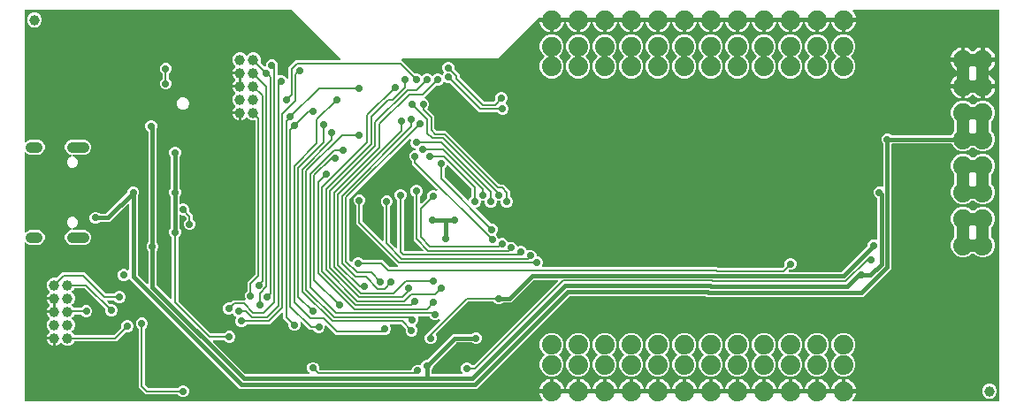
<source format=gbl>
G04 EAGLE Gerber RS-274X export*
G75*
%MOMM*%
%FSLAX34Y34*%
%LPD*%
%INBottom Copper*%
%IPPOS*%
%AMOC8*
5,1,8,0,0,1.08239X$1,22.5*%
G01*
%ADD10C,1.000000*%
%ADD11C,1.000000*%
%ADD12C,1.879600*%
%ADD13C,0.736600*%
%ADD14C,1.219200*%
%ADD15C,0.406400*%
%ADD16C,0.203200*%

G36*
X523745Y3053D02*
X523745Y3053D01*
X523775Y3050D01*
X523886Y3073D01*
X523998Y3089D01*
X524025Y3101D01*
X524053Y3106D01*
X524154Y3159D01*
X524257Y3205D01*
X524280Y3224D01*
X524306Y3237D01*
X524388Y3315D01*
X524474Y3388D01*
X524491Y3413D01*
X524512Y3433D01*
X524569Y3531D01*
X524632Y3625D01*
X524641Y3653D01*
X524656Y3678D01*
X524683Y3788D01*
X524718Y3896D01*
X524718Y3925D01*
X524726Y3954D01*
X524722Y4067D01*
X524725Y4180D01*
X524718Y4209D01*
X524717Y4238D01*
X524682Y4346D01*
X524653Y4455D01*
X524638Y4481D01*
X524629Y4509D01*
X524583Y4573D01*
X524508Y4700D01*
X524462Y4743D01*
X524434Y4782D01*
X524294Y4923D01*
X523189Y6443D01*
X522336Y8117D01*
X521755Y9904D01*
X521634Y10669D01*
X532384Y10669D01*
X532442Y10677D01*
X532500Y10675D01*
X532582Y10697D01*
X532665Y10709D01*
X532719Y10733D01*
X532775Y10747D01*
X532848Y10790D01*
X532925Y10825D01*
X532969Y10863D01*
X533020Y10893D01*
X533077Y10954D01*
X533142Y11009D01*
X533174Y11057D01*
X533214Y11100D01*
X533253Y11175D01*
X533299Y11245D01*
X533317Y11301D01*
X533344Y11353D01*
X533355Y11421D01*
X533385Y11516D01*
X533388Y11616D01*
X533399Y11684D01*
X533399Y12701D01*
X533401Y12701D01*
X533401Y11684D01*
X533409Y11626D01*
X533408Y11568D01*
X533429Y11486D01*
X533441Y11403D01*
X533465Y11349D01*
X533479Y11293D01*
X533522Y11220D01*
X533557Y11143D01*
X533595Y11098D01*
X533625Y11048D01*
X533686Y10990D01*
X533741Y10926D01*
X533789Y10894D01*
X533832Y10854D01*
X533907Y10815D01*
X533977Y10769D01*
X534033Y10751D01*
X534085Y10724D01*
X534153Y10713D01*
X534248Y10683D01*
X534348Y10680D01*
X534416Y10669D01*
X557784Y10669D01*
X557842Y10677D01*
X557900Y10675D01*
X557982Y10697D01*
X558065Y10709D01*
X558119Y10733D01*
X558175Y10747D01*
X558248Y10790D01*
X558325Y10825D01*
X558369Y10863D01*
X558420Y10893D01*
X558477Y10954D01*
X558542Y11009D01*
X558574Y11057D01*
X558614Y11100D01*
X558653Y11175D01*
X558699Y11245D01*
X558717Y11301D01*
X558744Y11353D01*
X558755Y11421D01*
X558785Y11516D01*
X558788Y11616D01*
X558799Y11684D01*
X558799Y12701D01*
X558801Y12701D01*
X558801Y11684D01*
X558809Y11626D01*
X558808Y11568D01*
X558829Y11486D01*
X558841Y11403D01*
X558865Y11349D01*
X558879Y11293D01*
X558922Y11220D01*
X558957Y11143D01*
X558995Y11098D01*
X559025Y11048D01*
X559086Y10990D01*
X559141Y10926D01*
X559189Y10894D01*
X559232Y10854D01*
X559307Y10815D01*
X559377Y10769D01*
X559433Y10751D01*
X559485Y10724D01*
X559553Y10713D01*
X559648Y10683D01*
X559748Y10680D01*
X559816Y10669D01*
X583184Y10669D01*
X583242Y10677D01*
X583300Y10675D01*
X583382Y10697D01*
X583465Y10709D01*
X583519Y10733D01*
X583575Y10747D01*
X583648Y10790D01*
X583725Y10825D01*
X583769Y10863D01*
X583820Y10893D01*
X583877Y10954D01*
X583942Y11009D01*
X583974Y11057D01*
X584014Y11100D01*
X584053Y11175D01*
X584099Y11245D01*
X584117Y11301D01*
X584144Y11353D01*
X584155Y11421D01*
X584185Y11516D01*
X584188Y11616D01*
X584199Y11684D01*
X584199Y12701D01*
X584201Y12701D01*
X584201Y11684D01*
X584209Y11626D01*
X584208Y11568D01*
X584229Y11486D01*
X584241Y11403D01*
X584265Y11349D01*
X584279Y11293D01*
X584322Y11220D01*
X584357Y11143D01*
X584395Y11098D01*
X584425Y11048D01*
X584486Y10990D01*
X584541Y10926D01*
X584589Y10894D01*
X584632Y10854D01*
X584707Y10815D01*
X584777Y10769D01*
X584833Y10751D01*
X584885Y10724D01*
X584953Y10713D01*
X585048Y10683D01*
X585148Y10680D01*
X585216Y10669D01*
X608584Y10669D01*
X608642Y10677D01*
X608700Y10675D01*
X608782Y10697D01*
X608865Y10709D01*
X608919Y10733D01*
X608975Y10747D01*
X609048Y10790D01*
X609125Y10825D01*
X609169Y10863D01*
X609220Y10893D01*
X609277Y10954D01*
X609342Y11009D01*
X609374Y11057D01*
X609414Y11100D01*
X609453Y11175D01*
X609499Y11245D01*
X609517Y11301D01*
X609544Y11353D01*
X609555Y11421D01*
X609585Y11516D01*
X609588Y11616D01*
X609599Y11684D01*
X609599Y12701D01*
X609601Y12701D01*
X609601Y11684D01*
X609609Y11626D01*
X609608Y11568D01*
X609629Y11486D01*
X609641Y11403D01*
X609665Y11349D01*
X609679Y11293D01*
X609722Y11220D01*
X609757Y11143D01*
X609795Y11098D01*
X609825Y11048D01*
X609886Y10990D01*
X609941Y10926D01*
X609989Y10894D01*
X610032Y10854D01*
X610107Y10815D01*
X610177Y10769D01*
X610233Y10751D01*
X610285Y10724D01*
X610353Y10713D01*
X610448Y10683D01*
X610548Y10680D01*
X610616Y10669D01*
X633984Y10669D01*
X634042Y10677D01*
X634100Y10675D01*
X634182Y10697D01*
X634265Y10709D01*
X634319Y10733D01*
X634375Y10747D01*
X634448Y10790D01*
X634525Y10825D01*
X634569Y10863D01*
X634620Y10893D01*
X634677Y10954D01*
X634742Y11009D01*
X634774Y11057D01*
X634814Y11100D01*
X634853Y11175D01*
X634899Y11245D01*
X634917Y11301D01*
X634944Y11353D01*
X634955Y11421D01*
X634985Y11516D01*
X634988Y11616D01*
X634999Y11684D01*
X634999Y12701D01*
X635001Y12701D01*
X635001Y11684D01*
X635009Y11626D01*
X635008Y11568D01*
X635029Y11486D01*
X635041Y11403D01*
X635065Y11349D01*
X635079Y11293D01*
X635122Y11220D01*
X635157Y11143D01*
X635195Y11098D01*
X635225Y11048D01*
X635286Y10990D01*
X635341Y10926D01*
X635389Y10894D01*
X635432Y10854D01*
X635507Y10815D01*
X635577Y10769D01*
X635633Y10751D01*
X635685Y10724D01*
X635753Y10713D01*
X635848Y10683D01*
X635948Y10680D01*
X636016Y10669D01*
X659384Y10669D01*
X659442Y10677D01*
X659500Y10675D01*
X659582Y10697D01*
X659665Y10709D01*
X659719Y10733D01*
X659775Y10747D01*
X659848Y10790D01*
X659925Y10825D01*
X659969Y10863D01*
X660020Y10893D01*
X660077Y10954D01*
X660142Y11009D01*
X660174Y11057D01*
X660214Y11100D01*
X660253Y11175D01*
X660299Y11245D01*
X660317Y11301D01*
X660344Y11353D01*
X660355Y11421D01*
X660385Y11516D01*
X660388Y11616D01*
X660399Y11684D01*
X660399Y12701D01*
X660401Y12701D01*
X660401Y11684D01*
X660409Y11626D01*
X660408Y11568D01*
X660429Y11486D01*
X660441Y11403D01*
X660465Y11349D01*
X660479Y11293D01*
X660522Y11220D01*
X660557Y11143D01*
X660595Y11098D01*
X660625Y11048D01*
X660686Y10990D01*
X660741Y10926D01*
X660789Y10894D01*
X660832Y10854D01*
X660907Y10815D01*
X660977Y10769D01*
X661033Y10751D01*
X661085Y10724D01*
X661153Y10713D01*
X661248Y10683D01*
X661348Y10680D01*
X661416Y10669D01*
X684784Y10669D01*
X684842Y10677D01*
X684900Y10675D01*
X684982Y10697D01*
X685065Y10709D01*
X685119Y10733D01*
X685175Y10747D01*
X685248Y10790D01*
X685325Y10825D01*
X685369Y10863D01*
X685420Y10893D01*
X685477Y10954D01*
X685542Y11009D01*
X685574Y11057D01*
X685614Y11100D01*
X685653Y11175D01*
X685699Y11245D01*
X685717Y11301D01*
X685744Y11353D01*
X685755Y11421D01*
X685785Y11516D01*
X685788Y11616D01*
X685799Y11684D01*
X685799Y12701D01*
X685801Y12701D01*
X685801Y11684D01*
X685809Y11626D01*
X685808Y11568D01*
X685829Y11486D01*
X685841Y11403D01*
X685865Y11349D01*
X685879Y11293D01*
X685922Y11220D01*
X685957Y11143D01*
X685995Y11098D01*
X686025Y11048D01*
X686086Y10990D01*
X686141Y10926D01*
X686189Y10894D01*
X686232Y10854D01*
X686307Y10815D01*
X686377Y10769D01*
X686433Y10751D01*
X686485Y10724D01*
X686553Y10713D01*
X686648Y10683D01*
X686748Y10680D01*
X686816Y10669D01*
X710184Y10669D01*
X710242Y10677D01*
X710300Y10675D01*
X710382Y10697D01*
X710465Y10709D01*
X710519Y10733D01*
X710575Y10747D01*
X710648Y10790D01*
X710725Y10825D01*
X710769Y10863D01*
X710820Y10893D01*
X710877Y10954D01*
X710942Y11009D01*
X710974Y11057D01*
X711014Y11100D01*
X711053Y11175D01*
X711099Y11245D01*
X711117Y11301D01*
X711144Y11353D01*
X711155Y11421D01*
X711185Y11516D01*
X711188Y11616D01*
X711199Y11684D01*
X711199Y12701D01*
X711201Y12701D01*
X711201Y11684D01*
X711209Y11626D01*
X711208Y11568D01*
X711229Y11486D01*
X711241Y11403D01*
X711265Y11349D01*
X711279Y11293D01*
X711322Y11220D01*
X711357Y11143D01*
X711395Y11098D01*
X711425Y11048D01*
X711486Y10990D01*
X711541Y10926D01*
X711589Y10894D01*
X711632Y10854D01*
X711707Y10815D01*
X711777Y10769D01*
X711833Y10751D01*
X711885Y10724D01*
X711953Y10713D01*
X712048Y10683D01*
X712148Y10680D01*
X712216Y10669D01*
X735584Y10669D01*
X735642Y10677D01*
X735700Y10675D01*
X735782Y10697D01*
X735865Y10709D01*
X735919Y10733D01*
X735975Y10747D01*
X736048Y10790D01*
X736125Y10825D01*
X736169Y10863D01*
X736220Y10893D01*
X736277Y10954D01*
X736342Y11009D01*
X736374Y11057D01*
X736414Y11100D01*
X736453Y11175D01*
X736499Y11245D01*
X736517Y11301D01*
X736544Y11353D01*
X736555Y11421D01*
X736585Y11516D01*
X736588Y11616D01*
X736599Y11684D01*
X736599Y12701D01*
X736601Y12701D01*
X736601Y11684D01*
X736609Y11626D01*
X736608Y11568D01*
X736629Y11486D01*
X736641Y11403D01*
X736665Y11349D01*
X736679Y11293D01*
X736722Y11220D01*
X736757Y11143D01*
X736795Y11098D01*
X736825Y11048D01*
X736886Y10990D01*
X736941Y10926D01*
X736989Y10894D01*
X737032Y10854D01*
X737107Y10815D01*
X737177Y10769D01*
X737233Y10751D01*
X737285Y10724D01*
X737353Y10713D01*
X737448Y10683D01*
X737548Y10680D01*
X737616Y10669D01*
X760984Y10669D01*
X761042Y10677D01*
X761100Y10675D01*
X761182Y10697D01*
X761265Y10709D01*
X761319Y10733D01*
X761375Y10747D01*
X761448Y10790D01*
X761525Y10825D01*
X761569Y10863D01*
X761620Y10893D01*
X761677Y10954D01*
X761742Y11009D01*
X761774Y11057D01*
X761814Y11100D01*
X761853Y11175D01*
X761899Y11245D01*
X761917Y11301D01*
X761944Y11353D01*
X761955Y11421D01*
X761985Y11516D01*
X761988Y11616D01*
X761999Y11684D01*
X761999Y12701D01*
X762001Y12701D01*
X762001Y11684D01*
X762009Y11626D01*
X762008Y11568D01*
X762029Y11486D01*
X762041Y11403D01*
X762065Y11349D01*
X762079Y11293D01*
X762122Y11220D01*
X762157Y11143D01*
X762195Y11098D01*
X762225Y11048D01*
X762286Y10990D01*
X762341Y10926D01*
X762389Y10894D01*
X762432Y10854D01*
X762507Y10815D01*
X762577Y10769D01*
X762633Y10751D01*
X762685Y10724D01*
X762753Y10713D01*
X762848Y10683D01*
X762948Y10680D01*
X763016Y10669D01*
X786384Y10669D01*
X786442Y10677D01*
X786500Y10675D01*
X786582Y10697D01*
X786665Y10709D01*
X786719Y10733D01*
X786775Y10747D01*
X786848Y10790D01*
X786925Y10825D01*
X786969Y10863D01*
X787020Y10893D01*
X787077Y10954D01*
X787142Y11009D01*
X787174Y11057D01*
X787214Y11100D01*
X787253Y11175D01*
X787299Y11245D01*
X787317Y11301D01*
X787344Y11353D01*
X787355Y11421D01*
X787385Y11516D01*
X787388Y11616D01*
X787399Y11684D01*
X787399Y12701D01*
X787401Y12701D01*
X787401Y11684D01*
X787409Y11626D01*
X787408Y11568D01*
X787429Y11486D01*
X787441Y11403D01*
X787465Y11349D01*
X787479Y11293D01*
X787522Y11220D01*
X787557Y11143D01*
X787595Y11098D01*
X787625Y11048D01*
X787686Y10990D01*
X787741Y10926D01*
X787789Y10894D01*
X787832Y10854D01*
X787907Y10815D01*
X787977Y10769D01*
X788033Y10751D01*
X788085Y10724D01*
X788153Y10713D01*
X788248Y10683D01*
X788348Y10680D01*
X788416Y10669D01*
X811784Y10669D01*
X811842Y10677D01*
X811900Y10675D01*
X811982Y10697D01*
X812065Y10709D01*
X812119Y10733D01*
X812175Y10747D01*
X812248Y10790D01*
X812325Y10825D01*
X812369Y10863D01*
X812420Y10893D01*
X812477Y10954D01*
X812542Y11009D01*
X812574Y11057D01*
X812614Y11100D01*
X812653Y11175D01*
X812699Y11245D01*
X812717Y11301D01*
X812744Y11353D01*
X812755Y11421D01*
X812785Y11516D01*
X812788Y11616D01*
X812799Y11684D01*
X812799Y12701D01*
X812801Y12701D01*
X812801Y11684D01*
X812809Y11626D01*
X812808Y11568D01*
X812829Y11486D01*
X812841Y11403D01*
X812865Y11349D01*
X812879Y11293D01*
X812922Y11220D01*
X812957Y11143D01*
X812995Y11098D01*
X813025Y11048D01*
X813086Y10990D01*
X813141Y10926D01*
X813189Y10894D01*
X813232Y10854D01*
X813307Y10815D01*
X813377Y10769D01*
X813433Y10751D01*
X813485Y10724D01*
X813553Y10713D01*
X813648Y10683D01*
X813748Y10680D01*
X813816Y10669D01*
X824566Y10669D01*
X824445Y9904D01*
X823864Y8117D01*
X823011Y6443D01*
X821906Y4923D01*
X821766Y4782D01*
X821748Y4758D01*
X821726Y4739D01*
X821663Y4645D01*
X821595Y4555D01*
X821584Y4527D01*
X821568Y4503D01*
X821534Y4395D01*
X821494Y4289D01*
X821491Y4260D01*
X821482Y4232D01*
X821479Y4119D01*
X821470Y4006D01*
X821476Y3977D01*
X821475Y3948D01*
X821504Y3838D01*
X821526Y3727D01*
X821539Y3701D01*
X821547Y3673D01*
X821605Y3575D01*
X821657Y3475D01*
X821677Y3453D01*
X821692Y3428D01*
X821775Y3351D01*
X821853Y3269D01*
X821878Y3254D01*
X821899Y3234D01*
X822000Y3182D01*
X822098Y3125D01*
X822126Y3118D01*
X822153Y3104D01*
X822230Y3091D01*
X822373Y3055D01*
X822436Y3057D01*
X822484Y3049D01*
X961136Y3049D01*
X961194Y3057D01*
X961252Y3055D01*
X961334Y3077D01*
X961418Y3089D01*
X961471Y3112D01*
X961527Y3127D01*
X961600Y3170D01*
X961677Y3205D01*
X961722Y3243D01*
X961772Y3272D01*
X961830Y3334D01*
X961894Y3388D01*
X961926Y3437D01*
X961966Y3480D01*
X962005Y3555D01*
X962052Y3625D01*
X962069Y3681D01*
X962096Y3733D01*
X962107Y3801D01*
X962137Y3896D01*
X962140Y3996D01*
X962151Y4064D01*
X962151Y376936D01*
X962143Y376994D01*
X962145Y377052D01*
X962123Y377134D01*
X962111Y377218D01*
X962088Y377271D01*
X962073Y377327D01*
X962030Y377400D01*
X961995Y377477D01*
X961957Y377522D01*
X961928Y377572D01*
X961866Y377630D01*
X961812Y377694D01*
X961763Y377726D01*
X961720Y377766D01*
X961645Y377805D01*
X961575Y377852D01*
X961519Y377869D01*
X961467Y377896D01*
X961399Y377907D01*
X961304Y377937D01*
X961204Y377940D01*
X961136Y377951D01*
X822484Y377951D01*
X822455Y377947D01*
X822425Y377950D01*
X822314Y377927D01*
X822202Y377911D01*
X822175Y377899D01*
X822147Y377894D01*
X822046Y377841D01*
X821943Y377795D01*
X821920Y377776D01*
X821894Y377763D01*
X821812Y377685D01*
X821726Y377612D01*
X821709Y377587D01*
X821688Y377567D01*
X821631Y377469D01*
X821568Y377375D01*
X821559Y377347D01*
X821544Y377322D01*
X821517Y377212D01*
X821482Y377104D01*
X821482Y377075D01*
X821474Y377046D01*
X821478Y376933D01*
X821475Y376820D01*
X821482Y376791D01*
X821483Y376762D01*
X821518Y376654D01*
X821547Y376545D01*
X821562Y376519D01*
X821571Y376491D01*
X821617Y376427D01*
X821692Y376300D01*
X821738Y376257D01*
X821766Y376218D01*
X821906Y376077D01*
X823011Y374557D01*
X823864Y372883D01*
X824445Y371096D01*
X824566Y370331D01*
X813816Y370331D01*
X813758Y370323D01*
X813700Y370325D01*
X813618Y370303D01*
X813535Y370291D01*
X813481Y370267D01*
X813425Y370253D01*
X813352Y370210D01*
X813275Y370175D01*
X813231Y370137D01*
X813180Y370107D01*
X813123Y370046D01*
X813058Y369991D01*
X813026Y369943D01*
X812986Y369900D01*
X812947Y369825D01*
X812901Y369755D01*
X812883Y369699D01*
X812856Y369647D01*
X812845Y369579D01*
X812815Y369484D01*
X812812Y369384D01*
X812801Y369316D01*
X812801Y368299D01*
X812799Y368299D01*
X812799Y369316D01*
X812791Y369374D01*
X812792Y369432D01*
X812771Y369514D01*
X812759Y369597D01*
X812735Y369651D01*
X812721Y369707D01*
X812678Y369780D01*
X812643Y369857D01*
X812605Y369902D01*
X812575Y369952D01*
X812514Y370010D01*
X812459Y370074D01*
X812411Y370106D01*
X812368Y370146D01*
X812293Y370185D01*
X812223Y370231D01*
X812167Y370249D01*
X812115Y370276D01*
X812047Y370287D01*
X811952Y370317D01*
X811852Y370320D01*
X811784Y370331D01*
X788416Y370331D01*
X788358Y370323D01*
X788300Y370325D01*
X788218Y370303D01*
X788135Y370291D01*
X788081Y370267D01*
X788025Y370253D01*
X787952Y370210D01*
X787875Y370175D01*
X787831Y370137D01*
X787780Y370107D01*
X787723Y370046D01*
X787658Y369991D01*
X787626Y369943D01*
X787586Y369900D01*
X787547Y369825D01*
X787501Y369755D01*
X787483Y369699D01*
X787456Y369647D01*
X787445Y369579D01*
X787415Y369484D01*
X787412Y369384D01*
X787401Y369316D01*
X787401Y368299D01*
X787399Y368299D01*
X787399Y369316D01*
X787391Y369374D01*
X787392Y369432D01*
X787371Y369514D01*
X787359Y369597D01*
X787335Y369651D01*
X787321Y369707D01*
X787278Y369780D01*
X787243Y369857D01*
X787205Y369902D01*
X787175Y369952D01*
X787114Y370010D01*
X787059Y370074D01*
X787011Y370106D01*
X786968Y370146D01*
X786893Y370185D01*
X786823Y370231D01*
X786767Y370249D01*
X786715Y370276D01*
X786647Y370287D01*
X786552Y370317D01*
X786452Y370320D01*
X786384Y370331D01*
X763016Y370331D01*
X762958Y370323D01*
X762900Y370325D01*
X762818Y370303D01*
X762735Y370291D01*
X762681Y370267D01*
X762625Y370253D01*
X762552Y370210D01*
X762475Y370175D01*
X762431Y370137D01*
X762380Y370107D01*
X762323Y370046D01*
X762258Y369991D01*
X762226Y369943D01*
X762186Y369900D01*
X762147Y369825D01*
X762101Y369755D01*
X762083Y369699D01*
X762056Y369647D01*
X762045Y369579D01*
X762015Y369484D01*
X762012Y369384D01*
X762001Y369316D01*
X762001Y368299D01*
X761999Y368299D01*
X761999Y369316D01*
X761991Y369374D01*
X761992Y369432D01*
X761971Y369514D01*
X761959Y369597D01*
X761935Y369651D01*
X761921Y369707D01*
X761878Y369780D01*
X761843Y369857D01*
X761805Y369902D01*
X761775Y369952D01*
X761714Y370010D01*
X761659Y370074D01*
X761611Y370106D01*
X761568Y370146D01*
X761493Y370185D01*
X761423Y370231D01*
X761367Y370249D01*
X761315Y370276D01*
X761247Y370287D01*
X761152Y370317D01*
X761052Y370320D01*
X760984Y370331D01*
X737616Y370331D01*
X737558Y370323D01*
X737500Y370325D01*
X737418Y370303D01*
X737335Y370291D01*
X737281Y370267D01*
X737225Y370253D01*
X737152Y370210D01*
X737075Y370175D01*
X737031Y370137D01*
X736980Y370107D01*
X736923Y370046D01*
X736858Y369991D01*
X736826Y369943D01*
X736786Y369900D01*
X736747Y369825D01*
X736701Y369755D01*
X736683Y369699D01*
X736656Y369647D01*
X736645Y369579D01*
X736615Y369484D01*
X736612Y369384D01*
X736601Y369316D01*
X736601Y368299D01*
X736599Y368299D01*
X736599Y369316D01*
X736591Y369374D01*
X736592Y369432D01*
X736571Y369514D01*
X736559Y369597D01*
X736535Y369651D01*
X736521Y369707D01*
X736478Y369780D01*
X736443Y369857D01*
X736405Y369902D01*
X736375Y369952D01*
X736314Y370010D01*
X736259Y370074D01*
X736211Y370106D01*
X736168Y370146D01*
X736093Y370185D01*
X736023Y370231D01*
X735967Y370249D01*
X735915Y370276D01*
X735847Y370287D01*
X735752Y370317D01*
X735652Y370320D01*
X735584Y370331D01*
X712216Y370331D01*
X712158Y370323D01*
X712100Y370325D01*
X712018Y370303D01*
X711935Y370291D01*
X711881Y370267D01*
X711825Y370253D01*
X711752Y370210D01*
X711675Y370175D01*
X711631Y370137D01*
X711580Y370107D01*
X711523Y370046D01*
X711458Y369991D01*
X711426Y369943D01*
X711386Y369900D01*
X711347Y369825D01*
X711301Y369755D01*
X711283Y369699D01*
X711256Y369647D01*
X711245Y369579D01*
X711215Y369484D01*
X711212Y369384D01*
X711201Y369316D01*
X711201Y368299D01*
X711199Y368299D01*
X711199Y369316D01*
X711191Y369374D01*
X711192Y369432D01*
X711171Y369514D01*
X711159Y369597D01*
X711135Y369651D01*
X711121Y369707D01*
X711078Y369780D01*
X711043Y369857D01*
X711005Y369902D01*
X710975Y369952D01*
X710914Y370010D01*
X710859Y370074D01*
X710811Y370106D01*
X710768Y370146D01*
X710693Y370185D01*
X710623Y370231D01*
X710567Y370249D01*
X710515Y370276D01*
X710447Y370287D01*
X710352Y370317D01*
X710252Y370320D01*
X710184Y370331D01*
X686816Y370331D01*
X686758Y370323D01*
X686700Y370325D01*
X686618Y370303D01*
X686535Y370291D01*
X686481Y370267D01*
X686425Y370253D01*
X686352Y370210D01*
X686275Y370175D01*
X686231Y370137D01*
X686180Y370107D01*
X686123Y370046D01*
X686058Y369991D01*
X686026Y369943D01*
X685986Y369900D01*
X685947Y369825D01*
X685901Y369755D01*
X685883Y369699D01*
X685856Y369647D01*
X685845Y369579D01*
X685815Y369484D01*
X685812Y369384D01*
X685801Y369316D01*
X685801Y368299D01*
X685799Y368299D01*
X685799Y369316D01*
X685791Y369374D01*
X685792Y369432D01*
X685771Y369514D01*
X685759Y369597D01*
X685735Y369651D01*
X685721Y369707D01*
X685678Y369780D01*
X685643Y369857D01*
X685605Y369902D01*
X685575Y369952D01*
X685514Y370010D01*
X685459Y370074D01*
X685411Y370106D01*
X685368Y370146D01*
X685293Y370185D01*
X685223Y370231D01*
X685167Y370249D01*
X685115Y370276D01*
X685047Y370287D01*
X684952Y370317D01*
X684852Y370320D01*
X684784Y370331D01*
X661416Y370331D01*
X661358Y370323D01*
X661300Y370325D01*
X661218Y370303D01*
X661135Y370291D01*
X661081Y370267D01*
X661025Y370253D01*
X660952Y370210D01*
X660875Y370175D01*
X660831Y370137D01*
X660780Y370107D01*
X660723Y370046D01*
X660658Y369991D01*
X660626Y369943D01*
X660586Y369900D01*
X660547Y369825D01*
X660501Y369755D01*
X660483Y369699D01*
X660456Y369647D01*
X660445Y369579D01*
X660415Y369484D01*
X660412Y369384D01*
X660401Y369316D01*
X660401Y368299D01*
X660399Y368299D01*
X660399Y369316D01*
X660391Y369374D01*
X660392Y369432D01*
X660371Y369514D01*
X660359Y369597D01*
X660335Y369651D01*
X660321Y369707D01*
X660278Y369780D01*
X660243Y369857D01*
X660205Y369902D01*
X660175Y369952D01*
X660114Y370010D01*
X660059Y370074D01*
X660011Y370106D01*
X659968Y370146D01*
X659893Y370185D01*
X659823Y370231D01*
X659767Y370249D01*
X659715Y370276D01*
X659647Y370287D01*
X659552Y370317D01*
X659452Y370320D01*
X659384Y370331D01*
X636016Y370331D01*
X635958Y370323D01*
X635900Y370325D01*
X635818Y370303D01*
X635735Y370291D01*
X635681Y370267D01*
X635625Y370253D01*
X635552Y370210D01*
X635475Y370175D01*
X635431Y370137D01*
X635380Y370107D01*
X635323Y370046D01*
X635258Y369991D01*
X635226Y369943D01*
X635186Y369900D01*
X635147Y369825D01*
X635101Y369755D01*
X635083Y369699D01*
X635056Y369647D01*
X635045Y369579D01*
X635015Y369484D01*
X635012Y369384D01*
X635001Y369316D01*
X635001Y368299D01*
X634999Y368299D01*
X634999Y369316D01*
X634991Y369374D01*
X634992Y369432D01*
X634971Y369514D01*
X634959Y369597D01*
X634935Y369651D01*
X634921Y369707D01*
X634878Y369780D01*
X634843Y369857D01*
X634805Y369902D01*
X634775Y369952D01*
X634714Y370010D01*
X634659Y370074D01*
X634611Y370106D01*
X634568Y370146D01*
X634493Y370185D01*
X634423Y370231D01*
X634367Y370249D01*
X634315Y370276D01*
X634247Y370287D01*
X634152Y370317D01*
X634052Y370320D01*
X633984Y370331D01*
X610616Y370331D01*
X610558Y370323D01*
X610500Y370325D01*
X610418Y370303D01*
X610335Y370291D01*
X610281Y370267D01*
X610225Y370253D01*
X610152Y370210D01*
X610075Y370175D01*
X610031Y370137D01*
X609980Y370107D01*
X609923Y370046D01*
X609858Y369991D01*
X609826Y369943D01*
X609786Y369900D01*
X609747Y369825D01*
X609701Y369755D01*
X609683Y369699D01*
X609656Y369647D01*
X609645Y369579D01*
X609615Y369484D01*
X609612Y369384D01*
X609601Y369316D01*
X609601Y368299D01*
X609599Y368299D01*
X609599Y369316D01*
X609591Y369374D01*
X609592Y369432D01*
X609571Y369514D01*
X609559Y369597D01*
X609535Y369651D01*
X609521Y369707D01*
X609478Y369780D01*
X609443Y369857D01*
X609405Y369902D01*
X609375Y369952D01*
X609314Y370010D01*
X609259Y370074D01*
X609211Y370106D01*
X609168Y370146D01*
X609093Y370185D01*
X609023Y370231D01*
X608967Y370249D01*
X608915Y370276D01*
X608847Y370287D01*
X608752Y370317D01*
X608652Y370320D01*
X608584Y370331D01*
X585216Y370331D01*
X585158Y370323D01*
X585100Y370325D01*
X585018Y370303D01*
X584935Y370291D01*
X584881Y370267D01*
X584825Y370253D01*
X584752Y370210D01*
X584675Y370175D01*
X584631Y370137D01*
X584580Y370107D01*
X584523Y370046D01*
X584458Y369991D01*
X584426Y369943D01*
X584386Y369900D01*
X584347Y369825D01*
X584301Y369755D01*
X584283Y369699D01*
X584256Y369647D01*
X584245Y369579D01*
X584215Y369484D01*
X584212Y369384D01*
X584201Y369316D01*
X584201Y368299D01*
X584199Y368299D01*
X584199Y369316D01*
X584191Y369374D01*
X584192Y369432D01*
X584171Y369514D01*
X584159Y369597D01*
X584135Y369651D01*
X584121Y369707D01*
X584078Y369780D01*
X584043Y369857D01*
X584005Y369902D01*
X583975Y369952D01*
X583914Y370010D01*
X583859Y370074D01*
X583811Y370106D01*
X583768Y370146D01*
X583693Y370185D01*
X583623Y370231D01*
X583567Y370249D01*
X583515Y370276D01*
X583447Y370287D01*
X583352Y370317D01*
X583252Y370320D01*
X583184Y370331D01*
X559816Y370331D01*
X559758Y370323D01*
X559700Y370325D01*
X559618Y370303D01*
X559535Y370291D01*
X559481Y370267D01*
X559425Y370253D01*
X559352Y370210D01*
X559275Y370175D01*
X559231Y370137D01*
X559180Y370107D01*
X559123Y370046D01*
X559058Y369991D01*
X559026Y369943D01*
X558986Y369900D01*
X558947Y369825D01*
X558901Y369755D01*
X558883Y369699D01*
X558856Y369647D01*
X558845Y369579D01*
X558815Y369484D01*
X558812Y369384D01*
X558801Y369316D01*
X558801Y368299D01*
X558799Y368299D01*
X558799Y369316D01*
X558791Y369374D01*
X558792Y369432D01*
X558771Y369514D01*
X558759Y369597D01*
X558735Y369651D01*
X558721Y369707D01*
X558678Y369780D01*
X558643Y369857D01*
X558605Y369902D01*
X558575Y369952D01*
X558514Y370010D01*
X558459Y370074D01*
X558411Y370106D01*
X558368Y370146D01*
X558293Y370185D01*
X558223Y370231D01*
X558167Y370249D01*
X558115Y370276D01*
X558047Y370287D01*
X557952Y370317D01*
X557852Y370320D01*
X557784Y370331D01*
X534416Y370331D01*
X534358Y370323D01*
X534300Y370325D01*
X534218Y370303D01*
X534135Y370291D01*
X534081Y370267D01*
X534025Y370253D01*
X533952Y370210D01*
X533875Y370175D01*
X533831Y370137D01*
X533780Y370107D01*
X533723Y370046D01*
X533658Y369991D01*
X533626Y369943D01*
X533586Y369900D01*
X533547Y369825D01*
X533501Y369755D01*
X533483Y369699D01*
X533456Y369647D01*
X533445Y369579D01*
X533415Y369484D01*
X533412Y369384D01*
X533401Y369316D01*
X533401Y368299D01*
X533399Y368299D01*
X533399Y369316D01*
X533391Y369374D01*
X533392Y369432D01*
X533371Y369514D01*
X533359Y369597D01*
X533335Y369651D01*
X533321Y369707D01*
X533278Y369780D01*
X533243Y369857D01*
X533205Y369902D01*
X533175Y369952D01*
X533114Y370010D01*
X533059Y370074D01*
X533011Y370106D01*
X532968Y370146D01*
X532893Y370185D01*
X532823Y370231D01*
X532767Y370249D01*
X532715Y370276D01*
X532647Y370287D01*
X532552Y370317D01*
X532452Y370320D01*
X532384Y370331D01*
X521716Y370331D01*
X521629Y370319D01*
X521542Y370316D01*
X521489Y370299D01*
X521434Y370291D01*
X521355Y370256D01*
X521271Y370229D01*
X521232Y370201D01*
X521175Y370175D01*
X521062Y370079D01*
X520998Y370034D01*
X482180Y331215D01*
X390557Y331215D01*
X390528Y331211D01*
X390499Y331214D01*
X390388Y331191D01*
X390276Y331175D01*
X390249Y331163D01*
X390220Y331158D01*
X390120Y331106D01*
X390016Y331059D01*
X389994Y331040D01*
X389968Y331027D01*
X389886Y330949D01*
X389799Y330876D01*
X389783Y330851D01*
X389762Y330831D01*
X389705Y330733D01*
X389642Y330639D01*
X389633Y330611D01*
X389618Y330586D01*
X389590Y330476D01*
X389556Y330368D01*
X389555Y330338D01*
X389548Y330310D01*
X389552Y330197D01*
X389549Y330084D01*
X389556Y330055D01*
X389557Y330026D01*
X389592Y329918D01*
X389621Y329809D01*
X389636Y329783D01*
X389645Y329755D01*
X389690Y329692D01*
X389766Y329564D01*
X389812Y329521D01*
X389839Y329482D01*
X402158Y317163D01*
X402228Y317111D01*
X402292Y317051D01*
X402342Y317025D01*
X402386Y316992D01*
X402467Y316961D01*
X402545Y316921D01*
X402593Y316913D01*
X402651Y316891D01*
X402799Y316879D01*
X402876Y316866D01*
X404997Y316866D01*
X407098Y315996D01*
X408222Y314871D01*
X408269Y314836D01*
X408309Y314794D01*
X408382Y314751D01*
X408449Y314700D01*
X408504Y314679D01*
X408554Y314650D01*
X408636Y314629D01*
X408715Y314599D01*
X408773Y314594D01*
X408830Y314580D01*
X408914Y314582D01*
X408998Y314575D01*
X409056Y314587D01*
X409114Y314589D01*
X409194Y314615D01*
X409277Y314631D01*
X409329Y314658D01*
X409385Y314676D01*
X409441Y314716D01*
X409529Y314762D01*
X409602Y314831D01*
X409658Y314871D01*
X410782Y315996D01*
X412883Y316866D01*
X415157Y316866D01*
X417258Y315996D01*
X418382Y314871D01*
X418429Y314836D01*
X418469Y314794D01*
X418542Y314751D01*
X418609Y314700D01*
X418664Y314679D01*
X418714Y314650D01*
X418796Y314629D01*
X418875Y314599D01*
X418933Y314594D01*
X418990Y314580D01*
X419074Y314582D01*
X419158Y314575D01*
X419216Y314587D01*
X419274Y314589D01*
X419354Y314615D01*
X419437Y314631D01*
X419489Y314658D01*
X419545Y314676D01*
X419601Y314716D01*
X419689Y314762D01*
X419762Y314831D01*
X419818Y314871D01*
X420942Y315996D01*
X423043Y316866D01*
X425317Y316866D01*
X427418Y315996D01*
X427613Y315800D01*
X427705Y315731D01*
X427793Y315657D01*
X427818Y315646D01*
X427840Y315629D01*
X427948Y315588D01*
X428053Y315542D01*
X428080Y315538D01*
X428106Y315528D01*
X428220Y315519D01*
X428334Y315503D01*
X428362Y315507D01*
X428389Y315504D01*
X428502Y315527D01*
X428616Y315543D01*
X428641Y315555D01*
X428668Y315560D01*
X428770Y315613D01*
X428875Y315661D01*
X428896Y315679D01*
X428920Y315691D01*
X429004Y315770D01*
X429091Y315845D01*
X429104Y315866D01*
X429126Y315887D01*
X429261Y316117D01*
X429269Y316130D01*
X429494Y316674D01*
X430111Y317290D01*
X430146Y317337D01*
X430188Y317377D01*
X430231Y317450D01*
X430282Y317517D01*
X430303Y317572D01*
X430332Y317622D01*
X430353Y317704D01*
X430383Y317783D01*
X430388Y317841D01*
X430402Y317898D01*
X430400Y317982D01*
X430407Y318066D01*
X430395Y318124D01*
X430393Y318182D01*
X430367Y318262D01*
X430351Y318345D01*
X430324Y318397D01*
X430306Y318453D01*
X430266Y318509D01*
X430220Y318597D01*
X430151Y318670D01*
X430111Y318726D01*
X429494Y319342D01*
X428624Y321443D01*
X428624Y323717D01*
X429494Y325818D01*
X431102Y327426D01*
X433203Y328296D01*
X435477Y328296D01*
X437578Y327426D01*
X439186Y325818D01*
X440056Y323717D01*
X440056Y321612D01*
X440068Y321526D01*
X440071Y321438D01*
X440088Y321386D01*
X440096Y321331D01*
X440131Y321251D01*
X440158Y321168D01*
X440186Y321128D01*
X440212Y321071D01*
X440308Y320958D01*
X440353Y320894D01*
X445009Y316239D01*
X445009Y314103D01*
X445021Y314017D01*
X445024Y313929D01*
X445041Y313877D01*
X445049Y313822D01*
X445084Y313742D01*
X445111Y313659D01*
X445139Y313620D01*
X445165Y313562D01*
X445261Y313449D01*
X445306Y313385D01*
X468325Y290366D01*
X468395Y290314D01*
X468459Y290254D01*
X468509Y290228D01*
X468553Y290195D01*
X468634Y290164D01*
X468712Y290124D01*
X468760Y290116D01*
X468818Y290094D01*
X468966Y290082D01*
X469043Y290069D01*
X477154Y290069D01*
X477240Y290081D01*
X477328Y290084D01*
X477380Y290101D01*
X477435Y290109D01*
X477515Y290144D01*
X477598Y290171D01*
X477637Y290199D01*
X477695Y290225D01*
X477808Y290321D01*
X477872Y290366D01*
X479174Y291668D01*
X479209Y291716D01*
X479214Y291719D01*
X479227Y291738D01*
X479286Y291802D01*
X479312Y291852D01*
X479345Y291896D01*
X479363Y291943D01*
X479372Y291956D01*
X479382Y291989D01*
X479416Y292055D01*
X479424Y292103D01*
X479446Y292161D01*
X479449Y292202D01*
X479457Y292227D01*
X479460Y292317D01*
X479471Y292386D01*
X479471Y294507D01*
X480341Y296608D01*
X481949Y298216D01*
X484050Y299086D01*
X486324Y299086D01*
X488425Y298216D01*
X490033Y296608D01*
X490903Y294507D01*
X490903Y292233D01*
X490033Y290132D01*
X489520Y289619D01*
X489485Y289573D01*
X489442Y289532D01*
X489399Y289460D01*
X489349Y289392D01*
X489328Y289338D01*
X489298Y289287D01*
X489278Y289205D01*
X489248Y289127D01*
X489243Y289068D01*
X489228Y289012D01*
X489231Y288927D01*
X489224Y288843D01*
X489235Y288786D01*
X489237Y288727D01*
X489263Y288647D01*
X489280Y288564D01*
X489307Y288513D01*
X489325Y288457D01*
X489365Y288401D01*
X489411Y288312D01*
X489480Y288240D01*
X489520Y288184D01*
X491256Y286448D01*
X492126Y284347D01*
X492126Y282073D01*
X491256Y279972D01*
X489648Y278364D01*
X487547Y277494D01*
X485273Y277494D01*
X483172Y278364D01*
X481673Y279864D01*
X481603Y279916D01*
X481539Y279976D01*
X481490Y280002D01*
X481446Y280035D01*
X481364Y280066D01*
X481286Y280106D01*
X481238Y280114D01*
X481180Y280136D01*
X481032Y280148D01*
X480955Y280161D01*
X463303Y280161D01*
X436042Y307423D01*
X435972Y307475D01*
X435908Y307535D01*
X435858Y307561D01*
X435814Y307594D01*
X435733Y307625D01*
X435655Y307665D01*
X435607Y307673D01*
X435549Y307695D01*
X435401Y307707D01*
X435324Y307720D01*
X433203Y307720D01*
X431102Y308590D01*
X430907Y308786D01*
X430815Y308855D01*
X430727Y308929D01*
X430702Y308940D01*
X430680Y308957D01*
X430572Y308998D01*
X430467Y309044D01*
X430440Y309048D01*
X430414Y309058D01*
X430300Y309067D01*
X430186Y309083D01*
X430158Y309079D01*
X430131Y309082D01*
X430018Y309059D01*
X429904Y309043D01*
X429879Y309031D01*
X429852Y309026D01*
X429750Y308973D01*
X429645Y308925D01*
X429624Y308907D01*
X429600Y308895D01*
X429516Y308816D01*
X429429Y308741D01*
X429416Y308720D01*
X429394Y308699D01*
X429259Y308469D01*
X429251Y308456D01*
X429026Y307912D01*
X427418Y306304D01*
X425317Y305434D01*
X423196Y305434D01*
X423110Y305422D01*
X423022Y305419D01*
X422970Y305402D01*
X422915Y305394D01*
X422835Y305359D01*
X422752Y305332D01*
X422713Y305304D01*
X422655Y305278D01*
X422542Y305182D01*
X422478Y305137D01*
X413556Y296215D01*
X411910Y294569D01*
X411841Y294477D01*
X411767Y294389D01*
X411756Y294364D01*
X411740Y294342D01*
X411699Y294234D01*
X411652Y294129D01*
X411648Y294102D01*
X411638Y294076D01*
X411629Y293962D01*
X411613Y293848D01*
X411617Y293820D01*
X411615Y293793D01*
X411637Y293680D01*
X411654Y293567D01*
X411665Y293541D01*
X411671Y293514D01*
X411724Y293412D01*
X411771Y293307D01*
X411789Y293286D01*
X411802Y293262D01*
X411881Y293178D01*
X411955Y293091D01*
X411976Y293078D01*
X411997Y293056D01*
X412227Y292921D01*
X412240Y292913D01*
X413475Y292401D01*
X415083Y290793D01*
X415953Y288693D01*
X415953Y286419D01*
X415083Y284318D01*
X414502Y283737D01*
X414467Y283690D01*
X414424Y283650D01*
X414382Y283577D01*
X414331Y283509D01*
X414310Y283455D01*
X414281Y283404D01*
X414260Y283323D01*
X414230Y283244D01*
X414225Y283185D01*
X414211Y283129D01*
X414213Y283045D01*
X414206Y282960D01*
X414218Y282903D01*
X414220Y282845D01*
X414245Y282764D01*
X414262Y282682D01*
X414289Y282630D01*
X414307Y282574D01*
X414347Y282518D01*
X414393Y282429D01*
X414462Y282357D01*
X414502Y282301D01*
X421006Y275797D01*
X421006Y264573D01*
X421018Y264487D01*
X421021Y264399D01*
X421038Y264347D01*
X421046Y264292D01*
X421081Y264212D01*
X421108Y264129D01*
X421136Y264090D01*
X421162Y264032D01*
X421258Y263919D01*
X421303Y263855D01*
X423021Y262137D01*
X423091Y262085D01*
X423155Y262025D01*
X423205Y261999D01*
X423249Y261966D01*
X423330Y261935D01*
X423408Y261895D01*
X423456Y261887D01*
X423514Y261865D01*
X423662Y261853D01*
X423739Y261840D01*
X432045Y261840D01*
X482912Y210972D01*
X482982Y210920D01*
X483046Y210860D01*
X483095Y210835D01*
X483139Y210802D01*
X483221Y210770D01*
X483299Y210731D01*
X483346Y210723D01*
X483405Y210700D01*
X483552Y210688D01*
X483630Y210675D01*
X487019Y210675D01*
X493269Y204426D01*
X493269Y199765D01*
X493281Y199678D01*
X493284Y199591D01*
X493301Y199538D01*
X493309Y199484D01*
X493344Y199404D01*
X493371Y199321D01*
X493399Y199281D01*
X493425Y199224D01*
X493521Y199111D01*
X493566Y199047D01*
X495066Y197548D01*
X495936Y195447D01*
X495936Y193173D01*
X495066Y191072D01*
X493458Y189464D01*
X491357Y188594D01*
X489083Y188594D01*
X486982Y189464D01*
X485374Y191072D01*
X484504Y193173D01*
X484504Y193929D01*
X484496Y193985D01*
X484498Y194032D01*
X484497Y194033D01*
X484498Y194045D01*
X484476Y194127D01*
X484464Y194211D01*
X484441Y194264D01*
X484426Y194320D01*
X484383Y194393D01*
X484348Y194470D01*
X484310Y194515D01*
X484281Y194565D01*
X484219Y194623D01*
X484165Y194687D01*
X484116Y194719D01*
X484073Y194759D01*
X483998Y194798D01*
X483928Y194845D01*
X483872Y194862D01*
X483820Y194889D01*
X483752Y194900D01*
X483657Y194930D01*
X483557Y194933D01*
X483489Y194944D01*
X481711Y194944D01*
X481653Y194936D01*
X481595Y194938D01*
X481513Y194916D01*
X481429Y194904D01*
X481376Y194881D01*
X481320Y194866D01*
X481247Y194823D01*
X481170Y194788D01*
X481125Y194750D01*
X481075Y194721D01*
X481017Y194659D01*
X480953Y194605D01*
X480921Y194556D01*
X480881Y194513D01*
X480842Y194438D01*
X480795Y194368D01*
X480778Y194312D01*
X480751Y194260D01*
X480740Y194192D01*
X480710Y194097D01*
X480707Y193997D01*
X480696Y193929D01*
X480696Y193173D01*
X479826Y191072D01*
X478218Y189464D01*
X476117Y188594D01*
X473843Y188594D01*
X471742Y189464D01*
X470134Y191072D01*
X469264Y193173D01*
X469264Y193929D01*
X469256Y193985D01*
X469258Y194032D01*
X469257Y194033D01*
X469258Y194045D01*
X469236Y194127D01*
X469224Y194211D01*
X469201Y194264D01*
X469186Y194320D01*
X469143Y194393D01*
X469108Y194470D01*
X469070Y194515D01*
X469041Y194565D01*
X468979Y194623D01*
X468925Y194687D01*
X468876Y194719D01*
X468833Y194759D01*
X468758Y194798D01*
X468688Y194845D01*
X468632Y194862D01*
X468580Y194889D01*
X468512Y194900D01*
X468417Y194930D01*
X468317Y194933D01*
X468249Y194944D01*
X466471Y194944D01*
X466413Y194936D01*
X466355Y194938D01*
X466273Y194916D01*
X466189Y194904D01*
X466136Y194881D01*
X466080Y194866D01*
X466007Y194823D01*
X465930Y194788D01*
X465885Y194750D01*
X465835Y194721D01*
X465777Y194659D01*
X465713Y194605D01*
X465681Y194556D01*
X465641Y194513D01*
X465602Y194438D01*
X465555Y194368D01*
X465538Y194312D01*
X465511Y194260D01*
X465500Y194192D01*
X465470Y194097D01*
X465467Y193997D01*
X465456Y193929D01*
X465456Y193173D01*
X464586Y191072D01*
X462978Y189464D01*
X461383Y188804D01*
X461284Y188745D01*
X461182Y188693D01*
X461162Y188673D01*
X461138Y188659D01*
X461059Y188576D01*
X460976Y188497D01*
X460962Y188473D01*
X460943Y188453D01*
X460890Y188351D01*
X460832Y188252D01*
X460825Y188225D01*
X460813Y188200D01*
X460790Y188087D01*
X460762Y187976D01*
X460763Y187948D01*
X460758Y187921D01*
X460768Y187807D01*
X460771Y187692D01*
X460780Y187665D01*
X460782Y187638D01*
X460823Y187531D01*
X460859Y187421D01*
X460873Y187401D01*
X460884Y187372D01*
X461015Y187200D01*
X461022Y187188D01*
X461028Y187182D01*
X461045Y187160D01*
X461054Y187148D01*
X474548Y173653D01*
X474618Y173601D01*
X474682Y173541D01*
X474732Y173515D01*
X474776Y173482D01*
X474857Y173451D01*
X474935Y173411D01*
X474983Y173403D01*
X475041Y173381D01*
X475189Y173369D01*
X475266Y173356D01*
X477387Y173356D01*
X479488Y172486D01*
X481096Y170878D01*
X481966Y168777D01*
X481966Y166503D01*
X481096Y164402D01*
X480143Y163450D01*
X480108Y163403D01*
X480065Y163363D01*
X480023Y163290D01*
X479972Y163222D01*
X479951Y163168D01*
X479922Y163117D01*
X479901Y163036D01*
X479871Y162957D01*
X479866Y162898D01*
X479852Y162842D01*
X479854Y162758D01*
X479847Y162673D01*
X479859Y162616D01*
X479861Y162558D01*
X479887Y162477D01*
X479903Y162395D01*
X479930Y162343D01*
X479948Y162287D01*
X479988Y162231D01*
X480034Y162142D01*
X480103Y162070D01*
X480143Y162014D01*
X481312Y160845D01*
X481854Y159536D01*
X481884Y159486D01*
X481905Y159431D01*
X481956Y159364D01*
X481999Y159291D01*
X482041Y159251D01*
X482076Y159204D01*
X482144Y159154D01*
X482205Y159096D01*
X482257Y159069D01*
X482304Y159034D01*
X482383Y159004D01*
X482458Y158966D01*
X482515Y158954D01*
X482570Y158934D01*
X482654Y158927D01*
X482737Y158911D01*
X482795Y158916D01*
X482854Y158911D01*
X482921Y158927D01*
X483020Y158935D01*
X483113Y158971D01*
X483181Y158986D01*
X484451Y159513D01*
X486725Y159513D01*
X488826Y158643D01*
X490434Y157035D01*
X490976Y155726D01*
X491006Y155676D01*
X491027Y155621D01*
X491077Y155554D01*
X491120Y155481D01*
X491163Y155441D01*
X491198Y155394D01*
X491266Y155344D01*
X491327Y155286D01*
X491379Y155259D01*
X491426Y155224D01*
X491505Y155194D01*
X491580Y155156D01*
X491637Y155144D01*
X491692Y155124D01*
X491776Y155117D01*
X491859Y155101D01*
X491917Y155106D01*
X491975Y155101D01*
X492042Y155117D01*
X492142Y155125D01*
X492235Y155161D01*
X492302Y155176D01*
X493573Y155703D01*
X495847Y155703D01*
X497948Y154833D01*
X499555Y153225D01*
X500097Y151916D01*
X500127Y151866D01*
X500148Y151811D01*
X500199Y151744D01*
X500242Y151671D01*
X500284Y151631D01*
X500320Y151584D01*
X500387Y151534D01*
X500449Y151476D01*
X500501Y151449D01*
X500547Y151414D01*
X500626Y151384D01*
X500701Y151346D01*
X500759Y151334D01*
X500813Y151314D01*
X500898Y151307D01*
X500980Y151291D01*
X501038Y151296D01*
X501097Y151291D01*
X501164Y151307D01*
X501263Y151315D01*
X501357Y151351D01*
X501424Y151366D01*
X502694Y151893D01*
X504968Y151893D01*
X507069Y151023D01*
X508677Y149415D01*
X509219Y148106D01*
X509249Y148056D01*
X509270Y148001D01*
X509321Y147934D01*
X509364Y147861D01*
X509406Y147821D01*
X509441Y147774D01*
X509509Y147724D01*
X509570Y147666D01*
X509622Y147639D01*
X509669Y147604D01*
X509748Y147574D01*
X509823Y147536D01*
X509880Y147524D01*
X509935Y147504D01*
X510019Y147497D01*
X510102Y147481D01*
X510160Y147486D01*
X510218Y147481D01*
X510286Y147497D01*
X510385Y147505D01*
X510478Y147541D01*
X510546Y147556D01*
X511816Y148083D01*
X514090Y148083D01*
X516191Y147213D01*
X517799Y145605D01*
X518669Y143504D01*
X518669Y142621D01*
X518677Y142563D01*
X518675Y142505D01*
X518697Y142423D01*
X518709Y142339D01*
X518732Y142286D01*
X518747Y142230D01*
X518790Y142157D01*
X518825Y142080D01*
X518863Y142035D01*
X518892Y141985D01*
X518954Y141927D01*
X519008Y141863D01*
X519057Y141831D01*
X519100Y141791D01*
X519175Y141752D01*
X519245Y141705D01*
X519301Y141688D01*
X519353Y141661D01*
X519421Y141650D01*
X519516Y141620D01*
X519616Y141617D01*
X519684Y141606D01*
X520567Y141606D01*
X522668Y140736D01*
X524276Y139128D01*
X525146Y137027D01*
X525146Y134753D01*
X524305Y132723D01*
X524276Y132611D01*
X524241Y132502D01*
X524241Y132474D01*
X524234Y132447D01*
X524237Y132333D01*
X524234Y132218D01*
X524241Y132191D01*
X524242Y132163D01*
X524277Y132054D01*
X524306Y131943D01*
X524320Y131919D01*
X524328Y131892D01*
X524393Y131797D01*
X524451Y131698D01*
X524471Y131679D01*
X524487Y131656D01*
X524575Y131582D01*
X524658Y131504D01*
X524683Y131491D01*
X524704Y131473D01*
X524809Y131427D01*
X524912Y131374D01*
X524936Y131370D01*
X524964Y131358D01*
X525228Y131321D01*
X525243Y131319D01*
X692143Y131319D01*
X692480Y130981D01*
X692550Y130929D01*
X692614Y130869D01*
X692663Y130843D01*
X692708Y130810D01*
X692789Y130779D01*
X692867Y130739D01*
X692915Y130731D01*
X692973Y130709D01*
X693121Y130697D01*
X693198Y130684D01*
X753332Y130684D01*
X753418Y130696D01*
X753506Y130699D01*
X753558Y130716D01*
X753613Y130724D01*
X753693Y130759D01*
X753776Y130786D01*
X753815Y130814D01*
X753873Y130840D01*
X753986Y130936D01*
X754050Y130981D01*
X755987Y132918D01*
X756039Y132988D01*
X756099Y133052D01*
X756125Y133102D01*
X756158Y133146D01*
X756189Y133227D01*
X756229Y133305D01*
X756237Y133353D01*
X756259Y133411D01*
X756271Y133559D01*
X756284Y133636D01*
X756284Y135757D01*
X757154Y137858D01*
X758762Y139466D01*
X760863Y140336D01*
X763137Y140336D01*
X765238Y139466D01*
X766846Y137858D01*
X767716Y135757D01*
X767716Y133483D01*
X766846Y131382D01*
X765238Y129774D01*
X763137Y128904D01*
X761016Y128904D01*
X760950Y128895D01*
X760883Y128896D01*
X760822Y128877D01*
X760735Y128864D01*
X760633Y128819D01*
X760562Y128797D01*
X760521Y128769D01*
X760475Y128748D01*
X760405Y128688D01*
X760328Y128636D01*
X760297Y128597D01*
X760258Y128564D01*
X760207Y128487D01*
X760148Y128416D01*
X760129Y128370D01*
X760101Y128328D01*
X760073Y128239D01*
X760036Y128154D01*
X760030Y128105D01*
X760015Y128057D01*
X760013Y127964D01*
X760001Y127872D01*
X760009Y127823D01*
X760008Y127773D01*
X760031Y127683D01*
X760046Y127591D01*
X760067Y127546D01*
X760080Y127498D01*
X760127Y127418D01*
X760166Y127334D01*
X760199Y127296D01*
X760225Y127253D01*
X760292Y127190D01*
X760353Y127120D01*
X760396Y127093D01*
X760432Y127059D01*
X760515Y127016D01*
X760593Y126966D01*
X760641Y126952D01*
X760685Y126929D01*
X760758Y126917D01*
X760865Y126885D01*
X760954Y126884D01*
X761016Y126874D01*
X810315Y126874D01*
X810401Y126886D01*
X810489Y126889D01*
X810541Y126906D01*
X810596Y126914D01*
X810676Y126949D01*
X810759Y126976D01*
X810799Y127004D01*
X810856Y127030D01*
X810969Y127126D01*
X811033Y127171D01*
X835362Y151500D01*
X835414Y151570D01*
X835474Y151634D01*
X835500Y151683D01*
X835533Y151728D01*
X835564Y151809D01*
X835604Y151887D01*
X835612Y151935D01*
X835634Y151993D01*
X835645Y152120D01*
X835645Y152123D01*
X835646Y152132D01*
X835646Y152141D01*
X835659Y152218D01*
X835659Y153537D01*
X836529Y155638D01*
X838137Y157246D01*
X840238Y158116D01*
X842512Y158116D01*
X843399Y157748D01*
X843511Y157719D01*
X843620Y157685D01*
X843648Y157684D01*
X843675Y157677D01*
X843789Y157680D01*
X843904Y157677D01*
X843931Y157685D01*
X843959Y157685D01*
X844068Y157720D01*
X844179Y157749D01*
X844203Y157763D01*
X844230Y157772D01*
X844325Y157836D01*
X844424Y157895D01*
X844443Y157915D01*
X844466Y157930D01*
X844540Y158018D01*
X844618Y158102D01*
X844631Y158127D01*
X844649Y158148D01*
X844695Y158253D01*
X844748Y158355D01*
X844752Y158380D01*
X844764Y158408D01*
X844801Y158671D01*
X844803Y158686D01*
X844803Y197282D01*
X844803Y197284D01*
X844803Y197285D01*
X844783Y197427D01*
X844763Y197564D01*
X844763Y197565D01*
X844763Y197567D01*
X844704Y197696D01*
X844647Y197823D01*
X844646Y197824D01*
X844645Y197826D01*
X844553Y197934D01*
X844464Y198040D01*
X844462Y198041D01*
X844461Y198042D01*
X844448Y198051D01*
X844227Y198198D01*
X844198Y198207D01*
X844176Y198220D01*
X843852Y198354D01*
X842244Y199962D01*
X841374Y202063D01*
X841374Y204337D01*
X842244Y206438D01*
X843852Y208046D01*
X845953Y208916D01*
X848227Y208916D01*
X849241Y208495D01*
X849353Y208467D01*
X849462Y208432D01*
X849490Y208431D01*
X849517Y208425D01*
X849631Y208428D01*
X849746Y208425D01*
X849773Y208432D01*
X849801Y208433D01*
X849910Y208468D01*
X850021Y208497D01*
X850045Y208511D01*
X850072Y208519D01*
X850167Y208583D01*
X850266Y208642D01*
X850285Y208662D01*
X850308Y208678D01*
X850382Y208765D01*
X850460Y208849D01*
X850473Y208874D01*
X850491Y208895D01*
X850537Y209000D01*
X850590Y209102D01*
X850594Y209127D01*
X850606Y209155D01*
X850643Y209419D01*
X850645Y209433D01*
X850645Y249561D01*
X850633Y249648D01*
X850630Y249735D01*
X850613Y249788D01*
X850605Y249842D01*
X850570Y249922D01*
X850543Y250005D01*
X850515Y250045D01*
X850489Y250102D01*
X850393Y250215D01*
X850348Y250279D01*
X849864Y250762D01*
X848994Y252863D01*
X848994Y255137D01*
X849864Y257238D01*
X851472Y258846D01*
X853573Y259716D01*
X855847Y259716D01*
X857948Y258846D01*
X858431Y258362D01*
X858501Y258310D01*
X858565Y258250D01*
X858614Y258224D01*
X858658Y258191D01*
X858740Y258160D01*
X858818Y258120D01*
X858866Y258112D01*
X858924Y258090D01*
X859072Y258078D01*
X859149Y258065D01*
X915733Y258065D01*
X915734Y258065D01*
X915736Y258065D01*
X915876Y258085D01*
X916014Y258105D01*
X916016Y258105D01*
X916017Y258105D01*
X916143Y258162D01*
X916274Y258221D01*
X916275Y258222D01*
X916276Y258223D01*
X916383Y258314D01*
X916491Y258404D01*
X916492Y258406D01*
X916493Y258407D01*
X916501Y258420D01*
X916648Y258641D01*
X916657Y258670D01*
X916671Y258691D01*
X917409Y260475D01*
X918674Y261739D01*
X918726Y261809D01*
X918786Y261873D01*
X918812Y261922D01*
X918845Y261967D01*
X918876Y262048D01*
X918916Y262126D01*
X918924Y262174D01*
X918946Y262232D01*
X918958Y262380D01*
X918971Y262457D01*
X918971Y270943D01*
X918959Y271029D01*
X918956Y271117D01*
X918939Y271169D01*
X918931Y271224D01*
X918896Y271304D01*
X918869Y271387D01*
X918841Y271427D01*
X918815Y271484D01*
X918719Y271597D01*
X918674Y271661D01*
X917409Y272925D01*
X915669Y277126D01*
X915669Y281674D01*
X917410Y285875D01*
X920625Y289090D01*
X924826Y290831D01*
X929374Y290831D01*
X933575Y289091D01*
X934839Y287826D01*
X934909Y287774D01*
X934973Y287714D01*
X935022Y287688D01*
X935067Y287655D01*
X935148Y287624D01*
X935226Y287584D01*
X935274Y287576D01*
X935332Y287554D01*
X935480Y287542D01*
X935557Y287529D01*
X937693Y287529D01*
X937779Y287541D01*
X937867Y287544D01*
X937919Y287561D01*
X937974Y287569D01*
X938054Y287604D01*
X938137Y287631D01*
X938177Y287659D01*
X938234Y287685D01*
X938347Y287781D01*
X938411Y287826D01*
X939675Y289090D01*
X943876Y290831D01*
X948424Y290831D01*
X952625Y289090D01*
X955840Y285875D01*
X957581Y281674D01*
X957581Y277126D01*
X955840Y272925D01*
X954576Y271661D01*
X954524Y271591D01*
X954464Y271527D01*
X954438Y271478D01*
X954405Y271433D01*
X954374Y271352D01*
X954334Y271274D01*
X954326Y271226D01*
X954304Y271168D01*
X954292Y271020D01*
X954279Y270943D01*
X954279Y262457D01*
X954291Y262371D01*
X954294Y262283D01*
X954311Y262231D01*
X954319Y262176D01*
X954354Y262096D01*
X954381Y262013D01*
X954409Y261973D01*
X954435Y261916D01*
X954531Y261803D01*
X954576Y261739D01*
X955840Y260475D01*
X957581Y256274D01*
X957581Y251726D01*
X955840Y247525D01*
X952625Y244310D01*
X948424Y242569D01*
X943876Y242569D01*
X939675Y244310D01*
X938411Y245574D01*
X938341Y245626D01*
X938277Y245686D01*
X938228Y245712D01*
X938183Y245745D01*
X938102Y245776D01*
X938024Y245816D01*
X937976Y245824D01*
X937918Y245846D01*
X937770Y245858D01*
X937693Y245871D01*
X935557Y245871D01*
X935471Y245859D01*
X935383Y245856D01*
X935331Y245839D01*
X935276Y245831D01*
X935196Y245796D01*
X935113Y245769D01*
X935073Y245741D01*
X935016Y245715D01*
X934903Y245619D01*
X934839Y245574D01*
X933575Y244309D01*
X929374Y242569D01*
X924826Y242569D01*
X920625Y244310D01*
X917410Y247525D01*
X916671Y249309D01*
X916670Y249310D01*
X916670Y249311D01*
X916599Y249430D01*
X916526Y249553D01*
X916525Y249554D01*
X916524Y249556D01*
X916420Y249653D01*
X916320Y249749D01*
X916318Y249749D01*
X916317Y249750D01*
X916191Y249815D01*
X916067Y249879D01*
X916065Y249879D01*
X916064Y249880D01*
X916049Y249882D01*
X915788Y249934D01*
X915757Y249931D01*
X915733Y249935D01*
X859790Y249935D01*
X859732Y249927D01*
X859674Y249929D01*
X859592Y249907D01*
X859508Y249895D01*
X859455Y249872D01*
X859399Y249857D01*
X859326Y249814D01*
X859249Y249779D01*
X859204Y249741D01*
X859154Y249712D01*
X859096Y249650D01*
X859032Y249596D01*
X859000Y249547D01*
X858960Y249504D01*
X858921Y249429D01*
X858874Y249359D01*
X858857Y249303D01*
X858830Y249251D01*
X858819Y249183D01*
X858789Y249088D01*
X858786Y248988D01*
X858775Y248920D01*
X858775Y130383D01*
X831642Y103250D01*
X681414Y103250D01*
X681077Y103588D01*
X681007Y103640D01*
X680943Y103700D01*
X680894Y103726D01*
X680850Y103759D01*
X680768Y103790D01*
X680690Y103830D01*
X680642Y103838D01*
X680584Y103860D01*
X680436Y103872D01*
X680359Y103885D01*
X550744Y103885D01*
X550658Y103873D01*
X550570Y103870D01*
X550518Y103853D01*
X550463Y103845D01*
X550383Y103810D01*
X550300Y103783D01*
X550260Y103755D01*
X550203Y103729D01*
X550090Y103633D01*
X550026Y103588D01*
X461424Y14985D01*
X234536Y14985D01*
X231858Y17664D01*
X129498Y120023D01*
X129452Y120058D01*
X129411Y120101D01*
X129338Y120144D01*
X129271Y120194D01*
X129216Y120215D01*
X129166Y120245D01*
X129084Y120265D01*
X129005Y120296D01*
X128947Y120300D01*
X128890Y120315D01*
X128806Y120312D01*
X128722Y120319D01*
X128665Y120308D01*
X128606Y120306D01*
X128526Y120280D01*
X128443Y120263D01*
X128391Y120236D01*
X128336Y120218D01*
X128280Y120178D01*
X128191Y120132D01*
X128119Y120063D01*
X128062Y120023D01*
X127041Y119002D01*
X124940Y118131D01*
X122666Y118131D01*
X120565Y119002D01*
X118957Y120609D01*
X118087Y122710D01*
X118087Y124984D01*
X118957Y127085D01*
X120565Y128693D01*
X122666Y129563D01*
X124940Y129563D01*
X127135Y128654D01*
X127137Y128652D01*
X127165Y128641D01*
X127190Y128624D01*
X127298Y128590D01*
X127403Y128550D01*
X127433Y128548D01*
X127461Y128539D01*
X127574Y128536D01*
X127686Y128526D01*
X127716Y128532D01*
X127745Y128531D01*
X127854Y128560D01*
X127965Y128582D01*
X127992Y128596D01*
X128021Y128603D01*
X128117Y128661D01*
X128218Y128713D01*
X128239Y128733D01*
X128265Y128748D01*
X128342Y128831D01*
X128424Y128908D01*
X128439Y128934D01*
X128459Y128956D01*
X128511Y129056D01*
X128568Y129153D01*
X128575Y129182D01*
X128589Y129209D01*
X128602Y129286D01*
X128638Y129429D01*
X128636Y129492D01*
X128644Y129540D01*
X128644Y190936D01*
X128640Y190965D01*
X128643Y190994D01*
X128620Y191105D01*
X128605Y191217D01*
X128593Y191244D01*
X128587Y191273D01*
X128535Y191373D01*
X128488Y191477D01*
X128469Y191499D01*
X128456Y191525D01*
X128378Y191607D01*
X128305Y191694D01*
X128280Y191710D01*
X128260Y191731D01*
X128162Y191789D01*
X128068Y191851D01*
X128040Y191860D01*
X128015Y191875D01*
X127905Y191903D01*
X127797Y191937D01*
X127768Y191938D01*
X127739Y191945D01*
X127626Y191942D01*
X127513Y191944D01*
X127484Y191937D01*
X127455Y191936D01*
X127347Y191901D01*
X127238Y191873D01*
X127213Y191858D01*
X127185Y191849D01*
X127121Y191803D01*
X126993Y191727D01*
X126951Y191682D01*
X126911Y191654D01*
X109908Y174650D01*
X100959Y174650D01*
X100872Y174638D01*
X100785Y174635D01*
X100732Y174618D01*
X100678Y174610D01*
X100598Y174575D01*
X100515Y174548D01*
X100475Y174520D01*
X100418Y174494D01*
X100305Y174398D01*
X100241Y174353D01*
X99758Y173869D01*
X97657Y172999D01*
X95383Y172999D01*
X93282Y173869D01*
X91674Y175477D01*
X90804Y177578D01*
X90804Y179852D01*
X91674Y181953D01*
X93282Y183561D01*
X95383Y184431D01*
X97657Y184431D01*
X99758Y183561D01*
X100241Y183077D01*
X100311Y183025D01*
X100375Y182965D01*
X100424Y182939D01*
X100468Y182906D01*
X100550Y182875D01*
X100628Y182835D01*
X100676Y182827D01*
X100734Y182805D01*
X100882Y182793D01*
X100959Y182780D01*
X106120Y182780D01*
X106207Y182792D01*
X106294Y182795D01*
X106347Y182812D01*
X106401Y182820D01*
X106481Y182855D01*
X106564Y182882D01*
X106604Y182910D01*
X106661Y182936D01*
X106774Y183032D01*
X106838Y183077D01*
X126696Y202935D01*
X126748Y203005D01*
X126808Y203069D01*
X126834Y203118D01*
X126867Y203163D01*
X126898Y203244D01*
X126938Y203322D01*
X126946Y203370D01*
X126968Y203428D01*
X126980Y203576D01*
X126993Y203653D01*
X126993Y204337D01*
X127864Y206438D01*
X129471Y208046D01*
X131572Y208916D01*
X133846Y208916D01*
X135947Y208046D01*
X137555Y206438D01*
X138425Y204337D01*
X138425Y202063D01*
X137555Y199962D01*
X137071Y199479D01*
X137019Y199409D01*
X136959Y199345D01*
X136934Y199296D01*
X136900Y199252D01*
X136869Y199170D01*
X136829Y199092D01*
X136821Y199044D01*
X136799Y198986D01*
X136787Y198838D01*
X136774Y198761D01*
X136774Y124665D01*
X136786Y124578D01*
X136789Y124491D01*
X136806Y124438D01*
X136814Y124384D01*
X136849Y124304D01*
X136876Y124221D01*
X136904Y124181D01*
X136930Y124124D01*
X137026Y124011D01*
X137071Y123947D01*
X145332Y115686D01*
X145356Y115669D01*
X145375Y115646D01*
X145469Y115583D01*
X145559Y115515D01*
X145587Y115505D01*
X145611Y115489D01*
X145719Y115454D01*
X145825Y115414D01*
X145854Y115412D01*
X145882Y115403D01*
X145996Y115400D01*
X146108Y115391D01*
X146137Y115396D01*
X146166Y115396D01*
X146276Y115424D01*
X146387Y115446D01*
X146413Y115460D01*
X146441Y115467D01*
X146539Y115525D01*
X146639Y115577D01*
X146661Y115598D01*
X146686Y115613D01*
X146763Y115695D01*
X146845Y115773D01*
X146860Y115799D01*
X146880Y115820D01*
X146932Y115921D01*
X146989Y116019D01*
X146996Y116047D01*
X147010Y116073D01*
X147023Y116150D01*
X147059Y116294D01*
X147057Y116357D01*
X147065Y116404D01*
X147065Y146691D01*
X147053Y146778D01*
X147050Y146865D01*
X147033Y146918D01*
X147025Y146972D01*
X146990Y147052D01*
X146963Y147135D01*
X146935Y147175D01*
X146909Y147232D01*
X146813Y147345D01*
X146768Y147409D01*
X146284Y147892D01*
X145414Y149993D01*
X145414Y152267D01*
X146284Y154368D01*
X146768Y154851D01*
X146820Y154921D01*
X146880Y154985D01*
X146906Y155034D01*
X146939Y155078D01*
X146970Y155160D01*
X147010Y155238D01*
X147018Y155286D01*
X147040Y155344D01*
X147052Y155492D01*
X147065Y155569D01*
X147065Y260993D01*
X147065Y260996D01*
X147065Y260998D01*
X147049Y261106D01*
X147047Y261168D01*
X147035Y261206D01*
X147025Y261274D01*
X147024Y261277D01*
X147024Y261280D01*
X146980Y261375D01*
X146960Y261438D01*
X146938Y261469D01*
X146909Y261533D01*
X146907Y261536D01*
X146906Y261538D01*
X146815Y261644D01*
X146801Y261662D01*
X146765Y261712D01*
X145014Y263462D01*
X144144Y265563D01*
X144144Y267837D01*
X145014Y269938D01*
X146622Y271546D01*
X148723Y272416D01*
X150997Y272416D01*
X153098Y271546D01*
X154706Y269938D01*
X155576Y267837D01*
X155576Y265563D01*
X155272Y264830D01*
X155264Y264800D01*
X155250Y264772D01*
X155237Y264695D01*
X155201Y264555D01*
X155203Y264490D01*
X155195Y264441D01*
X155195Y155569D01*
X155207Y155482D01*
X155210Y155395D01*
X155227Y155342D01*
X155235Y155288D01*
X155270Y155208D01*
X155297Y155125D01*
X155325Y155085D01*
X155351Y155028D01*
X155447Y154915D01*
X155492Y154851D01*
X155976Y154368D01*
X156846Y152267D01*
X156846Y149993D01*
X155976Y147892D01*
X155492Y147409D01*
X155440Y147339D01*
X155380Y147275D01*
X155354Y147226D01*
X155321Y147182D01*
X155290Y147100D01*
X155250Y147022D01*
X155242Y146974D01*
X155220Y146916D01*
X155208Y146768D01*
X155195Y146691D01*
X155195Y114506D01*
X155207Y114419D01*
X155210Y114332D01*
X155227Y114279D01*
X155235Y114225D01*
X155270Y114145D01*
X155297Y114062D01*
X155325Y114022D01*
X155351Y113965D01*
X155447Y113852D01*
X155492Y113788D01*
X167938Y101342D01*
X167962Y101324D01*
X167981Y101302D01*
X168075Y101239D01*
X168165Y101171D01*
X168193Y101161D01*
X168217Y101145D01*
X168325Y101110D01*
X168431Y101070D01*
X168460Y101068D01*
X168488Y101059D01*
X168602Y101056D01*
X168714Y101046D01*
X168743Y101052D01*
X168772Y101051D01*
X168882Y101080D01*
X168993Y101102D01*
X169019Y101116D01*
X169047Y101123D01*
X169145Y101181D01*
X169245Y101233D01*
X169267Y101254D01*
X169292Y101269D01*
X169369Y101351D01*
X169451Y101429D01*
X169466Y101454D01*
X169486Y101476D01*
X169538Y101577D01*
X169595Y101674D01*
X169602Y101703D01*
X169616Y101729D01*
X169629Y101806D01*
X169665Y101950D01*
X169663Y102012D01*
X169671Y102060D01*
X169671Y159645D01*
X169659Y159732D01*
X169656Y159819D01*
X169639Y159872D01*
X169631Y159926D01*
X169596Y160006D01*
X169569Y160089D01*
X169541Y160129D01*
X169515Y160186D01*
X169419Y160299D01*
X169374Y160363D01*
X167874Y161862D01*
X167004Y163963D01*
X167004Y166237D01*
X167874Y168338D01*
X168358Y168821D01*
X168398Y168874D01*
X168399Y168876D01*
X168410Y168891D01*
X168470Y168955D01*
X168496Y169004D01*
X168529Y169048D01*
X168549Y169101D01*
X168556Y169111D01*
X168564Y169139D01*
X168600Y169208D01*
X168608Y169256D01*
X168630Y169314D01*
X168634Y169358D01*
X168641Y169382D01*
X168644Y169469D01*
X168655Y169539D01*
X168655Y198761D01*
X168643Y198848D01*
X168640Y198935D01*
X168623Y198988D01*
X168615Y199042D01*
X168580Y199122D01*
X168553Y199205D01*
X168525Y199245D01*
X168499Y199302D01*
X168403Y199415D01*
X168358Y199479D01*
X167874Y199962D01*
X167004Y202063D01*
X167004Y204337D01*
X167874Y206438D01*
X168358Y206921D01*
X168410Y206991D01*
X168470Y207055D01*
X168496Y207104D01*
X168529Y207148D01*
X168560Y207230D01*
X168600Y207308D01*
X168608Y207356D01*
X168630Y207414D01*
X168642Y207562D01*
X168655Y207639D01*
X168655Y236861D01*
X168643Y236948D01*
X168640Y237035D01*
X168623Y237088D01*
X168615Y237142D01*
X168580Y237222D01*
X168553Y237305D01*
X168525Y237345D01*
X168499Y237402D01*
X168403Y237515D01*
X168358Y237579D01*
X167874Y238062D01*
X167004Y240163D01*
X167004Y242437D01*
X167874Y244538D01*
X169482Y246146D01*
X171583Y247016D01*
X173857Y247016D01*
X175958Y246146D01*
X177566Y244538D01*
X178436Y242437D01*
X178436Y240163D01*
X177566Y238062D01*
X177082Y237579D01*
X177030Y237509D01*
X176970Y237445D01*
X176944Y237396D01*
X176911Y237352D01*
X176880Y237270D01*
X176840Y237192D01*
X176832Y237144D01*
X176810Y237086D01*
X176798Y236938D01*
X176785Y236861D01*
X176785Y207639D01*
X176797Y207552D01*
X176800Y207465D01*
X176817Y207412D01*
X176825Y207358D01*
X176860Y207278D01*
X176887Y207195D01*
X176915Y207155D01*
X176941Y207098D01*
X177037Y206985D01*
X177082Y206921D01*
X177566Y206438D01*
X178436Y204337D01*
X178436Y202063D01*
X177566Y199962D01*
X177082Y199479D01*
X177030Y199409D01*
X176970Y199345D01*
X176944Y199296D01*
X176911Y199252D01*
X176880Y199170D01*
X176840Y199092D01*
X176832Y199044D01*
X176810Y198986D01*
X176798Y198838D01*
X176785Y198761D01*
X176785Y192923D01*
X176801Y192810D01*
X176811Y192695D01*
X176821Y192669D01*
X176825Y192642D01*
X176872Y192537D01*
X176913Y192430D01*
X176929Y192408D01*
X176941Y192383D01*
X177015Y192295D01*
X177084Y192203D01*
X177107Y192187D01*
X177124Y192166D01*
X177220Y192102D01*
X177312Y192033D01*
X177338Y192023D01*
X177361Y192008D01*
X177471Y191973D01*
X177578Y191933D01*
X177606Y191931D01*
X177632Y191922D01*
X177747Y191919D01*
X177861Y191910D01*
X177886Y191916D01*
X177916Y191915D01*
X178173Y191982D01*
X178189Y191985D01*
X179203Y192406D01*
X181477Y192406D01*
X183578Y191536D01*
X185186Y189928D01*
X186056Y187827D01*
X186056Y185706D01*
X186068Y185620D01*
X186071Y185532D01*
X186088Y185480D01*
X186096Y185425D01*
X186131Y185345D01*
X186158Y185262D01*
X186186Y185223D01*
X186212Y185165D01*
X186308Y185052D01*
X186353Y184988D01*
X189739Y181603D01*
X189739Y178175D01*
X189751Y178088D01*
X189754Y178001D01*
X189771Y177948D01*
X189779Y177894D01*
X189814Y177814D01*
X189841Y177730D01*
X189869Y177691D01*
X189895Y177634D01*
X189991Y177521D01*
X190036Y177457D01*
X191536Y175958D01*
X192406Y173857D01*
X192406Y171583D01*
X191536Y169482D01*
X189928Y167874D01*
X187827Y167004D01*
X185553Y167004D01*
X183452Y167874D01*
X181844Y169482D01*
X180974Y171583D01*
X180974Y173857D01*
X181844Y175958D01*
X183344Y177457D01*
X183396Y177527D01*
X183456Y177591D01*
X183482Y177640D01*
X183515Y177684D01*
X183546Y177766D01*
X183586Y177844D01*
X183594Y177891D01*
X183616Y177950D01*
X183628Y178098D01*
X183641Y178175D01*
X183641Y178657D01*
X183629Y178743D01*
X183626Y178831D01*
X183609Y178883D01*
X183601Y178938D01*
X183566Y179018D01*
X183539Y179101D01*
X183511Y179140D01*
X183485Y179198D01*
X183406Y179291D01*
X183387Y179323D01*
X183368Y179341D01*
X183344Y179375D01*
X182042Y180677D01*
X181972Y180729D01*
X181908Y180789D01*
X181858Y180815D01*
X181814Y180848D01*
X181733Y180879D01*
X181655Y180919D01*
X181607Y180927D01*
X181549Y180949D01*
X181401Y180961D01*
X181324Y180974D01*
X179203Y180974D01*
X178189Y181395D01*
X178077Y181423D01*
X177968Y181458D01*
X177940Y181459D01*
X177913Y181465D01*
X177799Y181462D01*
X177684Y181465D01*
X177657Y181458D01*
X177629Y181457D01*
X177520Y181422D01*
X177409Y181393D01*
X177385Y181379D01*
X177358Y181371D01*
X177263Y181307D01*
X177164Y181248D01*
X177145Y181228D01*
X177122Y181212D01*
X177048Y181125D01*
X176970Y181041D01*
X176957Y181016D01*
X176939Y180995D01*
X176893Y180890D01*
X176840Y180788D01*
X176836Y180763D01*
X176824Y180735D01*
X176787Y180471D01*
X176785Y180457D01*
X176785Y169539D01*
X176793Y169483D01*
X176791Y169433D01*
X176798Y169406D01*
X176800Y169365D01*
X176817Y169312D01*
X176825Y169258D01*
X176855Y169189D01*
X176863Y169158D01*
X176871Y169146D01*
X176887Y169095D01*
X176915Y169055D01*
X176941Y168998D01*
X177000Y168928D01*
X177008Y168914D01*
X177026Y168897D01*
X177037Y168885D01*
X177082Y168821D01*
X177566Y168338D01*
X178436Y166237D01*
X178436Y163963D01*
X177566Y161862D01*
X176066Y160363D01*
X176014Y160293D01*
X175954Y160229D01*
X175928Y160180D01*
X175895Y160136D01*
X175864Y160054D01*
X175824Y159976D01*
X175816Y159928D01*
X175794Y159870D01*
X175782Y159722D01*
X175769Y159645D01*
X175769Y99320D01*
X175781Y99234D01*
X175784Y99146D01*
X175801Y99094D01*
X175809Y99039D01*
X175844Y98959D01*
X175871Y98876D01*
X175899Y98836D01*
X175925Y98779D01*
X176021Y98666D01*
X176066Y98602D01*
X206552Y68116D01*
X206622Y68064D01*
X206686Y68004D01*
X206735Y67978D01*
X206780Y67945D01*
X206861Y67914D01*
X206939Y67874D01*
X206987Y67866D01*
X207045Y67844D01*
X207193Y67832D01*
X207270Y67819D01*
X219335Y67819D01*
X219422Y67831D01*
X219509Y67834D01*
X219562Y67851D01*
X219616Y67859D01*
X219696Y67894D01*
X219779Y67921D01*
X219819Y67949D01*
X219876Y67975D01*
X219989Y68071D01*
X220053Y68116D01*
X221552Y69616D01*
X223653Y70486D01*
X225927Y70486D01*
X228028Y69616D01*
X229636Y68008D01*
X230506Y65907D01*
X230506Y63633D01*
X229636Y61532D01*
X228028Y59924D01*
X225927Y59054D01*
X223653Y59054D01*
X221552Y59924D01*
X220053Y61424D01*
X219983Y61476D01*
X219919Y61536D01*
X219870Y61562D01*
X219826Y61595D01*
X219744Y61626D01*
X219666Y61666D01*
X219618Y61674D01*
X219560Y61696D01*
X219412Y61708D01*
X219335Y61721D01*
X210010Y61721D01*
X209981Y61717D01*
X209952Y61720D01*
X209841Y61697D01*
X209729Y61681D01*
X209702Y61669D01*
X209673Y61664D01*
X209573Y61612D01*
X209469Y61565D01*
X209447Y61546D01*
X209421Y61533D01*
X209339Y61455D01*
X209252Y61382D01*
X209236Y61357D01*
X209215Y61337D01*
X209157Y61239D01*
X209095Y61145D01*
X209086Y61117D01*
X209071Y61092D01*
X209043Y60982D01*
X209009Y60874D01*
X209008Y60844D01*
X209001Y60816D01*
X209004Y60703D01*
X209001Y60590D01*
X209009Y60561D01*
X209010Y60532D01*
X209045Y60424D01*
X209073Y60315D01*
X209088Y60289D01*
X209097Y60261D01*
X209143Y60198D01*
X209219Y60070D01*
X209264Y60027D01*
X209292Y59988D01*
X240026Y29254D01*
X240096Y29202D01*
X240160Y29142D01*
X240209Y29116D01*
X240253Y29083D01*
X240335Y29052D01*
X240413Y29012D01*
X240461Y29004D01*
X240519Y28982D01*
X240667Y28970D01*
X240744Y28957D01*
X300234Y28957D01*
X300263Y28961D01*
X300292Y28958D01*
X300403Y28981D01*
X300515Y28997D01*
X300542Y29009D01*
X300571Y29014D01*
X300672Y29067D01*
X300775Y29113D01*
X300797Y29132D01*
X300823Y29145D01*
X300905Y29223D01*
X300992Y29296D01*
X301008Y29321D01*
X301029Y29341D01*
X301087Y29439D01*
X301149Y29533D01*
X301158Y29561D01*
X301173Y29586D01*
X301201Y29696D01*
X301235Y29804D01*
X301236Y29834D01*
X301243Y29862D01*
X301240Y29975D01*
X301243Y30088D01*
X301235Y30117D01*
X301234Y30146D01*
X301199Y30254D01*
X301171Y30363D01*
X301156Y30389D01*
X301147Y30417D01*
X301101Y30481D01*
X301025Y30608D01*
X300980Y30651D01*
X300952Y30690D01*
X299954Y31687D01*
X299084Y33788D01*
X299084Y36062D01*
X299954Y38163D01*
X301562Y39771D01*
X303663Y40641D01*
X305937Y40641D01*
X308038Y39771D01*
X309646Y38163D01*
X310516Y36062D01*
X310516Y33941D01*
X310528Y33855D01*
X310531Y33767D01*
X310548Y33715D01*
X310556Y33660D01*
X310591Y33580D01*
X310618Y33497D01*
X310646Y33458D01*
X310672Y33400D01*
X310768Y33287D01*
X310813Y33223D01*
X310972Y33064D01*
X311042Y33012D01*
X311106Y32952D01*
X311156Y32926D01*
X311200Y32893D01*
X311281Y32862D01*
X311359Y32822D01*
X311407Y32814D01*
X311465Y32792D01*
X311613Y32780D01*
X311690Y32767D01*
X398423Y32767D01*
X398425Y32767D01*
X398426Y32767D01*
X398566Y32787D01*
X398705Y32807D01*
X398706Y32807D01*
X398708Y32807D01*
X398833Y32864D01*
X398964Y32923D01*
X398965Y32924D01*
X398967Y32925D01*
X399074Y33016D01*
X399181Y33106D01*
X399182Y33108D01*
X399183Y33109D01*
X399191Y33122D01*
X399339Y33343D01*
X399348Y33372D01*
X399361Y33393D01*
X400284Y35623D01*
X401892Y37231D01*
X403993Y38101D01*
X406267Y38101D01*
X407115Y37749D01*
X407172Y37735D01*
X407225Y37711D01*
X407309Y37699D01*
X407391Y37678D01*
X407449Y37680D01*
X407507Y37672D01*
X407590Y37684D01*
X407675Y37687D01*
X407730Y37704D01*
X407788Y37713D01*
X407865Y37747D01*
X407945Y37773D01*
X407994Y37806D01*
X408047Y37830D01*
X408112Y37885D01*
X408182Y37932D01*
X408219Y37976D01*
X408264Y38014D01*
X408300Y38073D01*
X408365Y38149D01*
X408405Y38240D01*
X408442Y38299D01*
X409174Y40068D01*
X410782Y41676D01*
X412883Y42546D01*
X413567Y42546D01*
X413653Y42558D01*
X413741Y42561D01*
X413793Y42578D01*
X413848Y42586D01*
X413928Y42621D01*
X414011Y42648D01*
X414051Y42676D01*
X414108Y42702D01*
X414221Y42798D01*
X414285Y42843D01*
X439006Y67565D01*
X456571Y67565D01*
X456658Y67577D01*
X456745Y67580D01*
X456798Y67597D01*
X456852Y67605D01*
X456932Y67640D01*
X457016Y67667D01*
X457055Y67695D01*
X457112Y67721D01*
X457225Y67817D01*
X457289Y67862D01*
X457772Y68346D01*
X459873Y69216D01*
X462147Y69216D01*
X464248Y68346D01*
X465856Y66738D01*
X466726Y64637D01*
X466726Y62363D01*
X465856Y60262D01*
X464248Y58654D01*
X462147Y57784D01*
X459873Y57784D01*
X457772Y58654D01*
X457289Y59138D01*
X457219Y59190D01*
X457155Y59250D01*
X457106Y59276D01*
X457062Y59309D01*
X456980Y59340D01*
X456902Y59380D01*
X456855Y59388D01*
X456796Y59410D01*
X456648Y59422D01*
X456571Y59435D01*
X442794Y59435D01*
X442708Y59423D01*
X442620Y59420D01*
X442568Y59403D01*
X442513Y59395D01*
X442433Y59360D01*
X442350Y59333D01*
X442310Y59305D01*
X442253Y59279D01*
X442140Y59183D01*
X442076Y59138D01*
X420033Y37095D01*
X419981Y37025D01*
X419921Y36961D01*
X419895Y36912D01*
X419862Y36867D01*
X419831Y36786D01*
X419791Y36708D01*
X419783Y36660D01*
X419761Y36602D01*
X419749Y36454D01*
X419736Y36377D01*
X419736Y35693D01*
X418866Y33592D01*
X418382Y33109D01*
X418330Y33039D01*
X418270Y32975D01*
X418244Y32926D01*
X418211Y32882D01*
X418180Y32800D01*
X418140Y32722D01*
X418132Y32675D01*
X418110Y32616D01*
X418098Y32468D01*
X418085Y32391D01*
X418085Y29972D01*
X418093Y29914D01*
X418091Y29856D01*
X418113Y29774D01*
X418125Y29690D01*
X418148Y29637D01*
X418163Y29581D01*
X418206Y29508D01*
X418241Y29431D01*
X418279Y29386D01*
X418308Y29336D01*
X418370Y29278D01*
X418424Y29214D01*
X418473Y29182D01*
X418516Y29142D01*
X418591Y29103D01*
X418661Y29056D01*
X418717Y29039D01*
X418769Y29012D01*
X418837Y29001D01*
X418932Y28971D01*
X419032Y28968D01*
X419100Y28957D01*
X446919Y28957D01*
X446948Y28961D01*
X446977Y28958D01*
X447088Y28981D01*
X447200Y28997D01*
X447227Y29009D01*
X447256Y29014D01*
X447357Y29067D01*
X447460Y29113D01*
X447482Y29132D01*
X447508Y29145D01*
X447590Y29223D01*
X447677Y29296D01*
X447693Y29321D01*
X447714Y29341D01*
X447772Y29439D01*
X447834Y29533D01*
X447843Y29561D01*
X447858Y29586D01*
X447886Y29696D01*
X447920Y29804D01*
X447921Y29834D01*
X447928Y29862D01*
X447925Y29975D01*
X447928Y30088D01*
X447920Y30117D01*
X447919Y30146D01*
X447884Y30254D01*
X447856Y30363D01*
X447841Y30389D01*
X447832Y30417D01*
X447786Y30481D01*
X447710Y30608D01*
X447665Y30651D01*
X447637Y30690D01*
X447274Y31052D01*
X446404Y33153D01*
X446404Y35427D01*
X447274Y37528D01*
X448882Y39136D01*
X450983Y40006D01*
X453257Y40006D01*
X455358Y39136D01*
X456857Y37636D01*
X456927Y37584D01*
X456991Y37524D01*
X457040Y37498D01*
X457084Y37465D01*
X457166Y37434D01*
X457244Y37394D01*
X457292Y37386D01*
X457350Y37364D01*
X457498Y37352D01*
X457575Y37339D01*
X458210Y37339D01*
X458296Y37351D01*
X458384Y37354D01*
X458436Y37371D01*
X458491Y37379D01*
X458571Y37414D01*
X458654Y37441D01*
X458694Y37469D01*
X458751Y37495D01*
X458864Y37591D01*
X458928Y37636D01*
X538938Y117646D01*
X538955Y117670D01*
X538978Y117689D01*
X539041Y117783D01*
X539109Y117873D01*
X539119Y117901D01*
X539135Y117925D01*
X539170Y118033D01*
X539210Y118139D01*
X539212Y118168D01*
X539221Y118196D01*
X539224Y118310D01*
X539233Y118422D01*
X539228Y118451D01*
X539228Y118480D01*
X539200Y118590D01*
X539178Y118701D01*
X539164Y118727D01*
X539157Y118755D01*
X539099Y118853D01*
X539047Y118953D01*
X539026Y118975D01*
X539011Y119000D01*
X538929Y119077D01*
X538851Y119159D01*
X538825Y119174D01*
X538804Y119194D01*
X538703Y119246D01*
X538605Y119303D01*
X538577Y119310D01*
X538551Y119324D01*
X538474Y119337D01*
X538330Y119373D01*
X538267Y119371D01*
X538220Y119379D01*
X516708Y119379D01*
X516622Y119367D01*
X516534Y119364D01*
X516482Y119347D01*
X516427Y119339D01*
X516347Y119304D01*
X516264Y119277D01*
X516224Y119249D01*
X516167Y119223D01*
X516054Y119127D01*
X515990Y119082D01*
X494444Y97535D01*
X487039Y97535D01*
X486952Y97523D01*
X486865Y97520D01*
X486812Y97503D01*
X486758Y97495D01*
X486678Y97460D01*
X486595Y97433D01*
X486555Y97405D01*
X486498Y97379D01*
X486385Y97283D01*
X486321Y97238D01*
X485838Y96754D01*
X483737Y95884D01*
X481463Y95884D01*
X479362Y96754D01*
X477863Y98254D01*
X477793Y98306D01*
X477729Y98366D01*
X477680Y98392D01*
X477636Y98425D01*
X477554Y98456D01*
X477476Y98496D01*
X477428Y98504D01*
X477370Y98526D01*
X477222Y98538D01*
X477145Y98551D01*
X453803Y98551D01*
X453717Y98539D01*
X453629Y98536D01*
X453577Y98519D01*
X453522Y98511D01*
X453442Y98476D01*
X453359Y98449D01*
X453320Y98421D01*
X453262Y98395D01*
X453149Y98299D01*
X453085Y98254D01*
X422543Y67712D01*
X422543Y67711D01*
X422541Y67710D01*
X422529Y67694D01*
X422519Y67685D01*
X422487Y67638D01*
X422455Y67594D01*
X422373Y67485D01*
X422372Y67483D01*
X422371Y67482D01*
X422321Y67350D01*
X422271Y67219D01*
X422271Y67217D01*
X422271Y67216D01*
X422259Y67071D01*
X422248Y66936D01*
X422248Y66934D01*
X422248Y66933D01*
X422251Y66917D01*
X422304Y66657D01*
X422318Y66630D01*
X422323Y66605D01*
X423139Y64637D01*
X423139Y62363D01*
X422269Y60262D01*
X420661Y58654D01*
X418560Y57784D01*
X416286Y57784D01*
X414185Y58654D01*
X412577Y60262D01*
X411707Y62363D01*
X411707Y64637D01*
X412577Y66738D01*
X414185Y68346D01*
X414628Y68529D01*
X414655Y68545D01*
X414684Y68554D01*
X414748Y68600D01*
X414873Y68674D01*
X414917Y68720D01*
X414958Y68749D01*
X426126Y79917D01*
X426177Y79986D01*
X426236Y80048D01*
X426262Y80099D01*
X426297Y80144D01*
X426327Y80225D01*
X426366Y80301D01*
X426377Y80357D01*
X426398Y80410D01*
X426405Y80496D01*
X426422Y80580D01*
X426417Y80637D01*
X426421Y80693D01*
X426404Y80778D01*
X426397Y80863D01*
X426377Y80916D01*
X426365Y80972D01*
X426326Y81048D01*
X426295Y81129D01*
X426261Y81174D01*
X426234Y81224D01*
X426175Y81287D01*
X426123Y81355D01*
X426078Y81389D01*
X426039Y81431D01*
X425964Y81474D01*
X425896Y81525D01*
X425842Y81546D01*
X425793Y81574D01*
X425710Y81595D01*
X425630Y81626D01*
X425573Y81630D01*
X425518Y81644D01*
X425432Y81642D01*
X425346Y81649D01*
X425298Y81637D01*
X425234Y81635D01*
X425096Y81591D01*
X425019Y81573D01*
X422777Y80644D01*
X420503Y80644D01*
X418402Y81514D01*
X416794Y83122D01*
X416450Y83955D01*
X416449Y83956D01*
X416448Y83957D01*
X416379Y84075D01*
X416305Y84199D01*
X416304Y84200D01*
X416303Y84202D01*
X416201Y84298D01*
X416099Y84395D01*
X416097Y84395D01*
X416096Y84396D01*
X415970Y84461D01*
X415846Y84525D01*
X415844Y84525D01*
X415843Y84526D01*
X415828Y84528D01*
X415567Y84580D01*
X415536Y84577D01*
X415512Y84581D01*
X406336Y84581D01*
X406222Y84565D01*
X406108Y84555D01*
X406082Y84545D01*
X406055Y84541D01*
X405950Y84494D01*
X405843Y84453D01*
X405820Y84437D01*
X405795Y84425D01*
X405708Y84351D01*
X405616Y84282D01*
X405599Y84259D01*
X405578Y84242D01*
X405514Y84146D01*
X405446Y84054D01*
X405436Y84028D01*
X405421Y84005D01*
X405386Y83895D01*
X405345Y83788D01*
X405343Y83760D01*
X405335Y83734D01*
X405332Y83619D01*
X405323Y83505D01*
X405328Y83480D01*
X405327Y83450D01*
X405395Y83193D01*
X405398Y83177D01*
X405766Y82290D01*
X405766Y80016D01*
X404896Y77915D01*
X403276Y76296D01*
X403241Y76249D01*
X403199Y76209D01*
X403156Y76136D01*
X403105Y76069D01*
X403084Y76014D01*
X403055Y75964D01*
X403034Y75882D01*
X403004Y75803D01*
X402999Y75745D01*
X402985Y75688D01*
X402987Y75604D01*
X402980Y75520D01*
X402992Y75462D01*
X402994Y75404D01*
X403020Y75324D01*
X403036Y75241D01*
X403063Y75189D01*
X403081Y75133D01*
X403121Y75077D01*
X403167Y74989D01*
X403236Y74916D01*
X403276Y74860D01*
X404033Y74104D01*
X404903Y72003D01*
X404903Y69729D01*
X404033Y67628D01*
X402425Y66020D01*
X400324Y65150D01*
X398050Y65150D01*
X395949Y66020D01*
X394341Y67628D01*
X393471Y69729D01*
X393471Y71850D01*
X393459Y71936D01*
X393456Y72024D01*
X393439Y72076D01*
X393431Y72131D01*
X393396Y72211D01*
X393369Y72294D01*
X393341Y72333D01*
X393315Y72391D01*
X393219Y72504D01*
X393174Y72568D01*
X389332Y76410D01*
X389262Y76462D01*
X389198Y76522D01*
X389148Y76548D01*
X389104Y76581D01*
X389023Y76612D01*
X388945Y76652D01*
X388897Y76660D01*
X388839Y76682D01*
X388691Y76694D01*
X388614Y76707D01*
X379298Y76707D01*
X379184Y76691D01*
X379070Y76681D01*
X379044Y76671D01*
X379016Y76667D01*
X378911Y76620D01*
X378804Y76579D01*
X378782Y76563D01*
X378757Y76551D01*
X378669Y76477D01*
X378578Y76408D01*
X378561Y76385D01*
X378540Y76368D01*
X378476Y76272D01*
X378407Y76180D01*
X378398Y76154D01*
X378382Y76131D01*
X378348Y76021D01*
X378307Y75914D01*
X378305Y75886D01*
X378297Y75860D01*
X378294Y75745D01*
X378284Y75631D01*
X378290Y75606D01*
X378289Y75576D01*
X378356Y75319D01*
X378360Y75303D01*
X379096Y73527D01*
X379096Y71253D01*
X378226Y69152D01*
X376618Y67544D01*
X374517Y66674D01*
X372243Y66674D01*
X372123Y66724D01*
X372093Y66732D01*
X372066Y66746D01*
X371988Y66759D01*
X371848Y66795D01*
X371783Y66793D01*
X371735Y66801D01*
X326506Y66801D01*
X324422Y68884D01*
X324422Y68885D01*
X317892Y75414D01*
X317869Y75432D01*
X317850Y75454D01*
X317756Y75517D01*
X317665Y75585D01*
X317638Y75596D01*
X317613Y75612D01*
X317505Y75646D01*
X317400Y75687D01*
X317370Y75689D01*
X317342Y75698D01*
X317229Y75701D01*
X317116Y75710D01*
X317088Y75704D01*
X317058Y75705D01*
X316949Y75676D01*
X316838Y75654D01*
X316811Y75641D01*
X316783Y75633D01*
X316686Y75575D01*
X316585Y75523D01*
X316564Y75503D01*
X316539Y75488D01*
X316461Y75405D01*
X316379Y75327D01*
X316364Y75302D01*
X316344Y75281D01*
X316293Y75180D01*
X316235Y75082D01*
X316228Y75054D01*
X316215Y75028D01*
X316202Y74950D01*
X316165Y74807D01*
X316167Y74744D01*
X316159Y74697D01*
X316159Y73087D01*
X315289Y70986D01*
X313681Y69378D01*
X311580Y68508D01*
X309307Y68508D01*
X307206Y69378D01*
X305706Y70877D01*
X305637Y70930D01*
X305573Y70990D01*
X305523Y71015D01*
X305479Y71048D01*
X305397Y71079D01*
X305320Y71119D01*
X305272Y71127D01*
X305214Y71150D01*
X305066Y71162D01*
X304988Y71175D01*
X301704Y71175D01*
X294361Y78518D01*
X294292Y78569D01*
X294230Y78628D01*
X294179Y78654D01*
X294134Y78689D01*
X294053Y78719D01*
X293977Y78758D01*
X293921Y78769D01*
X293868Y78790D01*
X293782Y78797D01*
X293698Y78814D01*
X293641Y78809D01*
X293585Y78813D01*
X293500Y78796D01*
X293415Y78789D01*
X293362Y78769D01*
X293306Y78757D01*
X293230Y78718D01*
X293149Y78687D01*
X293104Y78653D01*
X293054Y78626D01*
X292991Y78567D01*
X292923Y78515D01*
X292889Y78470D01*
X292847Y78431D01*
X292804Y78356D01*
X292753Y78288D01*
X292733Y78234D01*
X292704Y78185D01*
X292683Y78102D01*
X292652Y78022D01*
X292648Y77965D01*
X292634Y77910D01*
X292636Y77824D01*
X292630Y77738D01*
X292641Y77690D01*
X292643Y77626D01*
X292687Y77488D01*
X292705Y77411D01*
X292736Y77337D01*
X292736Y75063D01*
X291866Y72962D01*
X290258Y71354D01*
X288157Y70484D01*
X285883Y70484D01*
X283782Y71354D01*
X282174Y72962D01*
X281304Y75063D01*
X281304Y77184D01*
X281297Y77238D01*
X281298Y77278D01*
X281291Y77304D01*
X281289Y77358D01*
X281272Y77410D01*
X281264Y77465D01*
X281229Y77545D01*
X281202Y77628D01*
X281174Y77667D01*
X281148Y77725D01*
X281052Y77838D01*
X281007Y77902D01*
X276351Y82557D01*
X276351Y87036D01*
X276347Y87065D01*
X276350Y87094D01*
X276327Y87205D01*
X276311Y87317D01*
X276299Y87344D01*
X276294Y87373D01*
X276242Y87473D01*
X276195Y87576D01*
X276176Y87599D01*
X276163Y87625D01*
X276085Y87707D01*
X276012Y87793D01*
X275987Y87810D01*
X275967Y87831D01*
X275869Y87888D01*
X275775Y87951D01*
X275747Y87960D01*
X275722Y87975D01*
X275612Y88003D01*
X275504Y88037D01*
X275474Y88038D01*
X275446Y88045D01*
X275333Y88041D01*
X275220Y88044D01*
X275191Y88037D01*
X275162Y88036D01*
X275054Y88001D01*
X274945Y87972D01*
X274919Y87957D01*
X274891Y87948D01*
X274828Y87903D01*
X274700Y87827D01*
X274657Y87781D01*
X274618Y87753D01*
X265909Y79045D01*
X265909Y79044D01*
X263826Y76961D01*
X241675Y76961D01*
X241588Y76949D01*
X241501Y76946D01*
X241448Y76929D01*
X241394Y76921D01*
X241314Y76886D01*
X241231Y76859D01*
X241191Y76831D01*
X241134Y76805D01*
X241021Y76709D01*
X240957Y76664D01*
X239458Y75164D01*
X237357Y74294D01*
X235083Y74294D01*
X232982Y75164D01*
X231374Y76772D01*
X230504Y78873D01*
X230504Y81147D01*
X231187Y82796D01*
X231202Y82852D01*
X231226Y82906D01*
X231237Y82989D01*
X231258Y83071D01*
X231256Y83129D01*
X231265Y83187D01*
X231252Y83271D01*
X231250Y83355D01*
X231232Y83411D01*
X231224Y83469D01*
X231189Y83546D01*
X231163Y83626D01*
X231131Y83675D01*
X231107Y83728D01*
X231052Y83792D01*
X231005Y83862D01*
X230960Y83900D01*
X230922Y83944D01*
X230864Y83981D01*
X230788Y84045D01*
X230696Y84086D01*
X230638Y84122D01*
X230188Y84308D01*
X228580Y85916D01*
X228475Y86170D01*
X228446Y86221D01*
X228425Y86275D01*
X228374Y86342D01*
X228331Y86415D01*
X228288Y86455D01*
X228253Y86502D01*
X228185Y86552D01*
X228124Y86610D01*
X228072Y86637D01*
X228025Y86672D01*
X227946Y86702D01*
X227871Y86740D01*
X227814Y86752D01*
X227759Y86772D01*
X227675Y86779D01*
X227592Y86795D01*
X227534Y86790D01*
X227476Y86795D01*
X227409Y86780D01*
X227309Y86771D01*
X227216Y86735D01*
X227149Y86720D01*
X225581Y86070D01*
X223307Y86070D01*
X221206Y86940D01*
X219598Y88548D01*
X218728Y90649D01*
X218728Y92923D01*
X219598Y95024D01*
X221206Y96632D01*
X223307Y97502D01*
X225428Y97502D01*
X225514Y97514D01*
X225602Y97517D01*
X225654Y97534D01*
X225709Y97542D01*
X225789Y97577D01*
X225872Y97604D01*
X225911Y97632D01*
X225969Y97658D01*
X226082Y97754D01*
X226146Y97799D01*
X228042Y99696D01*
X239245Y99696D01*
X239359Y99712D01*
X239473Y99722D01*
X239499Y99732D01*
X239526Y99736D01*
X239631Y99783D01*
X239738Y99824D01*
X239760Y99840D01*
X239786Y99852D01*
X239873Y99926D01*
X239965Y99995D01*
X239982Y100018D01*
X240003Y100035D01*
X240066Y100131D01*
X240135Y100223D01*
X240145Y100249D01*
X240160Y100272D01*
X240195Y100382D01*
X240235Y100489D01*
X240238Y100517D01*
X240246Y100543D01*
X240249Y100658D01*
X240258Y100772D01*
X240253Y100797D01*
X240253Y100827D01*
X240186Y101084D01*
X240183Y101100D01*
X239394Y103003D01*
X239394Y105277D01*
X240264Y107378D01*
X241764Y108877D01*
X241816Y108947D01*
X241876Y109011D01*
X241902Y109060D01*
X241935Y109104D01*
X241966Y109186D01*
X242006Y109264D01*
X242014Y109312D01*
X242036Y109370D01*
X242045Y109474D01*
X242047Y109482D01*
X242048Y109516D01*
X242048Y109518D01*
X242061Y109595D01*
X242061Y116976D01*
X249384Y124298D01*
X249436Y124368D01*
X249496Y124432D01*
X249522Y124481D01*
X249555Y124526D01*
X249586Y124607D01*
X249626Y124685D01*
X249634Y124733D01*
X249656Y124791D01*
X249668Y124939D01*
X249681Y125016D01*
X249681Y271352D01*
X249673Y271410D01*
X249675Y271468D01*
X249653Y271550D01*
X249641Y271634D01*
X249618Y271687D01*
X249603Y271743D01*
X249560Y271816D01*
X249525Y271893D01*
X249487Y271938D01*
X249458Y271988D01*
X249396Y272046D01*
X249342Y272110D01*
X249293Y272142D01*
X249250Y272182D01*
X249175Y272221D01*
X249105Y272268D01*
X249049Y272285D01*
X248997Y272312D01*
X248929Y272323D01*
X248834Y272353D01*
X248734Y272356D01*
X248666Y272367D01*
X246251Y272367D01*
X243666Y273438D01*
X242365Y274740D01*
X242352Y274749D01*
X242342Y274761D01*
X242239Y274834D01*
X242137Y274911D01*
X242123Y274916D01*
X242110Y274925D01*
X241990Y274967D01*
X241872Y275012D01*
X241856Y275013D01*
X241841Y275018D01*
X241715Y275025D01*
X241588Y275035D01*
X241573Y275032D01*
X241558Y275033D01*
X241434Y275004D01*
X241310Y274980D01*
X241296Y274972D01*
X241281Y274969D01*
X241170Y274907D01*
X241057Y274849D01*
X241046Y274838D01*
X241032Y274830D01*
X240985Y274780D01*
X240851Y274653D01*
X240829Y274615D01*
X239757Y273543D01*
X238522Y272718D01*
X237150Y272149D01*
X236219Y271964D01*
X236219Y279146D01*
X236211Y279204D01*
X236213Y279262D01*
X236191Y279344D01*
X236179Y279427D01*
X236156Y279481D01*
X236141Y279537D01*
X236098Y279610D01*
X236063Y279687D01*
X236025Y279731D01*
X235996Y279782D01*
X235934Y279839D01*
X235880Y279904D01*
X235831Y279936D01*
X235788Y279976D01*
X235713Y280015D01*
X235643Y280061D01*
X235619Y280069D01*
X235589Y280118D01*
X235555Y280195D01*
X235517Y280240D01*
X235487Y280290D01*
X235426Y280348D01*
X235371Y280412D01*
X235323Y280444D01*
X235280Y280484D01*
X235205Y280523D01*
X235135Y280570D01*
X235079Y280587D01*
X235027Y280614D01*
X234959Y280625D01*
X234864Y280655D01*
X234764Y280658D01*
X234696Y280669D01*
X227514Y280669D01*
X227699Y281600D01*
X228268Y282972D01*
X229093Y284207D01*
X230150Y285264D01*
X230161Y285270D01*
X230253Y285357D01*
X230348Y285442D01*
X230356Y285455D01*
X230367Y285466D01*
X230431Y285575D01*
X230499Y285683D01*
X230503Y285698D01*
X230511Y285711D01*
X230542Y285833D01*
X230577Y285956D01*
X230577Y285972D01*
X230581Y285987D01*
X230577Y286113D01*
X230577Y286240D01*
X230573Y286255D01*
X230572Y286271D01*
X230533Y286392D01*
X230498Y286513D01*
X230489Y286526D01*
X230485Y286541D01*
X230444Y286597D01*
X230346Y286754D01*
X230311Y286784D01*
X230290Y286815D01*
X228988Y288116D01*
X227917Y290701D01*
X227917Y293499D01*
X228988Y296084D01*
X230290Y297385D01*
X230299Y297398D01*
X230311Y297408D01*
X230384Y297511D01*
X230461Y297613D01*
X230466Y297627D01*
X230475Y297640D01*
X230517Y297760D01*
X230562Y297878D01*
X230563Y297894D01*
X230568Y297909D01*
X230575Y298035D01*
X230585Y298162D01*
X230582Y298177D01*
X230583Y298192D01*
X230554Y298316D01*
X230530Y298440D01*
X230522Y298454D01*
X230519Y298469D01*
X230457Y298580D01*
X230399Y298693D01*
X230388Y298704D01*
X230380Y298718D01*
X230330Y298765D01*
X230203Y298899D01*
X230165Y298921D01*
X229093Y299993D01*
X228268Y301228D01*
X227699Y302600D01*
X227514Y303531D01*
X234696Y303531D01*
X234754Y303539D01*
X234812Y303537D01*
X234894Y303559D01*
X234977Y303571D01*
X235031Y303594D01*
X235087Y303609D01*
X235160Y303652D01*
X235237Y303687D01*
X235281Y303725D01*
X235332Y303754D01*
X235389Y303816D01*
X235454Y303870D01*
X235486Y303919D01*
X235526Y303962D01*
X235565Y304037D01*
X235611Y304107D01*
X235619Y304131D01*
X235668Y304161D01*
X235745Y304195D01*
X235790Y304233D01*
X235840Y304263D01*
X235898Y304324D01*
X235962Y304379D01*
X235994Y304427D01*
X236034Y304470D01*
X236073Y304545D01*
X236120Y304615D01*
X236137Y304671D01*
X236164Y304723D01*
X236175Y304791D01*
X236205Y304886D01*
X236208Y304986D01*
X236219Y305054D01*
X236219Y317246D01*
X236211Y317304D01*
X236213Y317362D01*
X236191Y317444D01*
X236179Y317527D01*
X236156Y317581D01*
X236141Y317637D01*
X236098Y317710D01*
X236063Y317787D01*
X236025Y317831D01*
X235996Y317882D01*
X235934Y317939D01*
X235880Y318004D01*
X235831Y318036D01*
X235788Y318076D01*
X235713Y318115D01*
X235643Y318161D01*
X235619Y318169D01*
X235589Y318218D01*
X235555Y318295D01*
X235517Y318340D01*
X235487Y318390D01*
X235426Y318448D01*
X235371Y318512D01*
X235323Y318544D01*
X235280Y318584D01*
X235205Y318623D01*
X235135Y318670D01*
X235079Y318687D01*
X235027Y318714D01*
X234959Y318725D01*
X234864Y318755D01*
X234764Y318758D01*
X234696Y318769D01*
X227514Y318769D01*
X227699Y319700D01*
X228268Y321072D01*
X229093Y322307D01*
X230150Y323364D01*
X230161Y323370D01*
X230253Y323457D01*
X230348Y323542D01*
X230356Y323555D01*
X230367Y323566D01*
X230431Y323675D01*
X230499Y323783D01*
X230503Y323798D01*
X230511Y323811D01*
X230542Y323933D01*
X230577Y324056D01*
X230577Y324072D01*
X230581Y324087D01*
X230577Y324213D01*
X230577Y324340D01*
X230573Y324355D01*
X230572Y324371D01*
X230533Y324492D01*
X230498Y324613D01*
X230489Y324626D01*
X230485Y324641D01*
X230444Y324697D01*
X230346Y324854D01*
X230311Y324884D01*
X230290Y324915D01*
X228988Y326216D01*
X227917Y328801D01*
X227917Y331599D01*
X228988Y334184D01*
X230966Y336162D01*
X233551Y337233D01*
X236349Y337233D01*
X238934Y336162D01*
X240582Y334514D01*
X240629Y334479D01*
X240669Y334436D01*
X240742Y334393D01*
X240809Y334343D01*
X240864Y334322D01*
X240914Y334292D01*
X240996Y334272D01*
X241075Y334242D01*
X241133Y334237D01*
X241190Y334222D01*
X241274Y334225D01*
X241358Y334218D01*
X241416Y334230D01*
X241474Y334231D01*
X241554Y334257D01*
X241637Y334274D01*
X241689Y334301D01*
X241745Y334319D01*
X241801Y334359D01*
X241889Y334405D01*
X241962Y334474D01*
X242018Y334514D01*
X243666Y336162D01*
X246251Y337233D01*
X249049Y337233D01*
X251634Y336162D01*
X253612Y334184D01*
X254683Y331599D01*
X254683Y328801D01*
X254555Y328493D01*
X254555Y328491D01*
X254554Y328490D01*
X254519Y328354D01*
X254484Y328218D01*
X254484Y328216D01*
X254484Y328214D01*
X254488Y328074D01*
X254492Y327933D01*
X254493Y327932D01*
X254493Y327930D01*
X254536Y327797D01*
X254579Y327663D01*
X254580Y327661D01*
X254580Y327660D01*
X254589Y327648D01*
X254737Y327426D01*
X254761Y327407D01*
X254775Y327386D01*
X257981Y324180D01*
X258005Y324163D01*
X258024Y324140D01*
X258118Y324077D01*
X258208Y324010D01*
X258236Y323999D01*
X258260Y323983D01*
X258368Y323949D01*
X258474Y323908D01*
X258503Y323906D01*
X258531Y323897D01*
X258645Y323894D01*
X258757Y323885D01*
X258786Y323890D01*
X258815Y323890D01*
X258925Y323918D01*
X259036Y323941D01*
X259062Y323954D01*
X259090Y323962D01*
X259188Y324019D01*
X259288Y324072D01*
X259310Y324092D01*
X259335Y324107D01*
X259412Y324189D01*
X259494Y324267D01*
X259509Y324293D01*
X259529Y324314D01*
X259581Y324415D01*
X259638Y324513D01*
X259645Y324541D01*
X259659Y324567D01*
X259672Y324645D01*
X259708Y324788D01*
X259706Y324851D01*
X259714Y324898D01*
X259714Y326257D01*
X260584Y328358D01*
X262192Y329966D01*
X264293Y330836D01*
X266567Y330836D01*
X268668Y329966D01*
X270276Y328358D01*
X271146Y326257D01*
X271146Y323983D01*
X271096Y323863D01*
X271088Y323833D01*
X271074Y323806D01*
X271061Y323728D01*
X271025Y323588D01*
X271027Y323523D01*
X271019Y323475D01*
X271019Y316166D01*
X271035Y316052D01*
X271045Y315938D01*
X271055Y315912D01*
X271059Y315885D01*
X271106Y315780D01*
X271147Y315673D01*
X271163Y315650D01*
X271175Y315625D01*
X271249Y315538D01*
X271318Y315446D01*
X271341Y315429D01*
X271358Y315408D01*
X271454Y315345D01*
X271546Y315276D01*
X271572Y315266D01*
X271595Y315251D01*
X271705Y315216D01*
X271812Y315175D01*
X271840Y315173D01*
X271866Y315165D01*
X271981Y315162D01*
X272095Y315153D01*
X272120Y315158D01*
X272150Y315157D01*
X272407Y315225D01*
X272423Y315228D01*
X273310Y315596D01*
X275584Y315596D01*
X277685Y314726D01*
X279293Y313118D01*
X279478Y312670D01*
X279522Y312596D01*
X279557Y312517D01*
X279594Y312474D01*
X279623Y312425D01*
X279685Y312366D01*
X279741Y312300D01*
X279788Y312269D01*
X279829Y312230D01*
X279906Y312190D01*
X279977Y312143D01*
X280031Y312126D01*
X280082Y312100D01*
X280166Y312083D01*
X280248Y312057D01*
X280305Y312056D01*
X280361Y312045D01*
X280446Y312052D01*
X280532Y312050D01*
X280587Y312064D01*
X280644Y312069D01*
X280724Y312100D01*
X280807Y312122D01*
X280856Y312151D01*
X280909Y312171D01*
X280978Y312223D01*
X281052Y312267D01*
X281091Y312308D01*
X281136Y312343D01*
X281188Y312412D01*
X281246Y312474D01*
X281272Y312525D01*
X281306Y312570D01*
X281337Y312651D01*
X281376Y312727D01*
X281384Y312776D01*
X281407Y312836D01*
X281418Y312981D01*
X281431Y313058D01*
X281431Y322843D01*
X288154Y329566D01*
X296102Y329566D01*
X296103Y329565D01*
X296184Y329534D01*
X296262Y329494D01*
X296310Y329486D01*
X296368Y329464D01*
X296516Y329452D01*
X296593Y329439D01*
X329946Y329439D01*
X329975Y329443D01*
X330004Y329440D01*
X330115Y329463D01*
X330228Y329479D01*
X330254Y329491D01*
X330283Y329496D01*
X330384Y329548D01*
X330487Y329595D01*
X330509Y329614D01*
X330535Y329627D01*
X330617Y329705D01*
X330704Y329778D01*
X330720Y329803D01*
X330741Y329823D01*
X330799Y329921D01*
X330862Y330015D01*
X330870Y330043D01*
X330885Y330068D01*
X330913Y330178D01*
X330947Y330286D01*
X330948Y330316D01*
X330955Y330344D01*
X330952Y330457D01*
X330955Y330570D01*
X330947Y330599D01*
X330946Y330628D01*
X330911Y330736D01*
X330883Y330845D01*
X330868Y330871D01*
X330859Y330899D01*
X330813Y330962D01*
X330738Y331090D01*
X330692Y331133D01*
X330664Y331172D01*
X284182Y377654D01*
X284112Y377706D01*
X284048Y377766D01*
X283999Y377792D01*
X283955Y377825D01*
X283873Y377856D01*
X283795Y377896D01*
X283747Y377904D01*
X283689Y377926D01*
X283541Y377938D01*
X283464Y377951D01*
X29464Y377951D01*
X29406Y377943D01*
X29348Y377945D01*
X29266Y377923D01*
X29182Y377911D01*
X29129Y377888D01*
X29073Y377873D01*
X29000Y377830D01*
X28923Y377795D01*
X28878Y377757D01*
X28828Y377728D01*
X28770Y377666D01*
X28706Y377612D01*
X28674Y377563D01*
X28634Y377520D01*
X28595Y377445D01*
X28548Y377375D01*
X28531Y377319D01*
X28504Y377267D01*
X28493Y377199D01*
X28463Y377104D01*
X28460Y377004D01*
X28449Y376936D01*
X28449Y252296D01*
X28453Y252266D01*
X28450Y252237D01*
X28473Y252126D01*
X28489Y252014D01*
X28501Y251987D01*
X28506Y251959D01*
X28559Y251858D01*
X28605Y251755D01*
X28624Y251732D01*
X28637Y251706D01*
X28715Y251624D01*
X28788Y251538D01*
X28813Y251521D01*
X28833Y251500D01*
X28931Y251443D01*
X29025Y251380D01*
X29053Y251371D01*
X29078Y251356D01*
X29188Y251328D01*
X29296Y251294D01*
X29326Y251294D01*
X29354Y251286D01*
X29467Y251290D01*
X29580Y251287D01*
X29609Y251294D01*
X29638Y251295D01*
X29746Y251330D01*
X29855Y251359D01*
X29881Y251374D01*
X29909Y251383D01*
X29973Y251428D01*
X30100Y251504D01*
X30143Y251550D01*
X30182Y251578D01*
X30966Y252362D01*
X33551Y253433D01*
X42349Y253433D01*
X44934Y252362D01*
X46912Y250384D01*
X47983Y247799D01*
X47983Y245001D01*
X46912Y242416D01*
X44934Y240438D01*
X42349Y239367D01*
X33551Y239367D01*
X30966Y240438D01*
X30182Y241222D01*
X30158Y241240D01*
X30139Y241262D01*
X30045Y241325D01*
X29955Y241393D01*
X29927Y241404D01*
X29903Y241420D01*
X29795Y241454D01*
X29689Y241494D01*
X29660Y241497D01*
X29632Y241506D01*
X29518Y241509D01*
X29406Y241518D01*
X29377Y241512D01*
X29348Y241513D01*
X29238Y241484D01*
X29127Y241462D01*
X29101Y241449D01*
X29073Y241441D01*
X28975Y241384D01*
X28875Y241331D01*
X28853Y241311D01*
X28828Y241296D01*
X28751Y241213D01*
X28669Y241135D01*
X28654Y241110D01*
X28634Y241089D01*
X28582Y240988D01*
X28525Y240890D01*
X28518Y240862D01*
X28504Y240836D01*
X28491Y240758D01*
X28455Y240615D01*
X28457Y240552D01*
X28449Y240504D01*
X28449Y165896D01*
X28453Y165866D01*
X28450Y165837D01*
X28473Y165726D01*
X28489Y165614D01*
X28501Y165587D01*
X28506Y165559D01*
X28559Y165458D01*
X28605Y165355D01*
X28624Y165332D01*
X28637Y165306D01*
X28715Y165224D01*
X28788Y165138D01*
X28813Y165121D01*
X28833Y165100D01*
X28931Y165043D01*
X29025Y164980D01*
X29053Y164971D01*
X29078Y164956D01*
X29188Y164928D01*
X29296Y164894D01*
X29326Y164894D01*
X29354Y164886D01*
X29467Y164890D01*
X29580Y164887D01*
X29609Y164894D01*
X29638Y164895D01*
X29746Y164930D01*
X29855Y164959D01*
X29881Y164974D01*
X29909Y164983D01*
X29973Y165028D01*
X30100Y165104D01*
X30143Y165150D01*
X30182Y165178D01*
X30966Y165962D01*
X33551Y167033D01*
X42349Y167033D01*
X44934Y165962D01*
X46912Y163984D01*
X47983Y161399D01*
X47983Y158601D01*
X46912Y156016D01*
X44934Y154038D01*
X42349Y152967D01*
X33551Y152967D01*
X30966Y154038D01*
X30182Y154822D01*
X30158Y154840D01*
X30139Y154862D01*
X30045Y154925D01*
X29955Y154993D01*
X29927Y155004D01*
X29903Y155020D01*
X29795Y155054D01*
X29689Y155094D01*
X29660Y155097D01*
X29632Y155106D01*
X29518Y155109D01*
X29406Y155118D01*
X29377Y155112D01*
X29348Y155113D01*
X29238Y155084D01*
X29127Y155062D01*
X29101Y155049D01*
X29073Y155041D01*
X28975Y154984D01*
X28875Y154931D01*
X28853Y154911D01*
X28828Y154896D01*
X28751Y154813D01*
X28669Y154735D01*
X28654Y154710D01*
X28634Y154689D01*
X28582Y154588D01*
X28525Y154490D01*
X28518Y154462D01*
X28504Y154436D01*
X28491Y154358D01*
X28455Y154215D01*
X28457Y154152D01*
X28449Y154104D01*
X28449Y4064D01*
X28457Y4006D01*
X28455Y3948D01*
X28477Y3866D01*
X28489Y3782D01*
X28512Y3729D01*
X28527Y3673D01*
X28570Y3600D01*
X28605Y3523D01*
X28643Y3478D01*
X28672Y3428D01*
X28734Y3370D01*
X28788Y3306D01*
X28837Y3274D01*
X28880Y3234D01*
X28955Y3195D01*
X29025Y3148D01*
X29081Y3131D01*
X29133Y3104D01*
X29201Y3093D01*
X29296Y3063D01*
X29396Y3060D01*
X29464Y3049D01*
X523716Y3049D01*
X523745Y3053D01*
G37*
G36*
X385188Y131323D02*
X385188Y131323D01*
X385217Y131320D01*
X385328Y131343D01*
X385440Y131359D01*
X385467Y131371D01*
X385496Y131376D01*
X385596Y131428D01*
X385700Y131475D01*
X385722Y131494D01*
X385748Y131507D01*
X385830Y131585D01*
X385917Y131658D01*
X385933Y131683D01*
X385954Y131703D01*
X386011Y131801D01*
X386074Y131895D01*
X386083Y131923D01*
X386098Y131948D01*
X386126Y132058D01*
X386160Y132166D01*
X386161Y132196D01*
X386168Y132224D01*
X386164Y132337D01*
X386167Y132450D01*
X386160Y132479D01*
X386159Y132508D01*
X386124Y132616D01*
X386095Y132725D01*
X386080Y132751D01*
X386071Y132779D01*
X386026Y132842D01*
X385950Y132970D01*
X385905Y133013D01*
X385877Y133052D01*
X346201Y172727D01*
X346201Y190125D01*
X346189Y190212D01*
X346186Y190299D01*
X346169Y190352D01*
X346161Y190406D01*
X346126Y190486D01*
X346099Y190569D01*
X346071Y190609D01*
X346045Y190666D01*
X345949Y190779D01*
X345904Y190843D01*
X344404Y192342D01*
X343534Y194443D01*
X343534Y196717D01*
X344404Y198818D01*
X346012Y200426D01*
X348113Y201296D01*
X350387Y201296D01*
X352488Y200426D01*
X354096Y198818D01*
X354966Y196717D01*
X354966Y194443D01*
X354096Y192342D01*
X352596Y190843D01*
X352544Y190773D01*
X352484Y190709D01*
X352458Y190660D01*
X352425Y190616D01*
X352394Y190534D01*
X352354Y190456D01*
X352346Y190408D01*
X352324Y190350D01*
X352312Y190202D01*
X352299Y190125D01*
X352299Y175673D01*
X352311Y175587D01*
X352314Y175499D01*
X352331Y175447D01*
X352339Y175392D01*
X352374Y175312D01*
X352401Y175229D01*
X352429Y175190D01*
X352455Y175132D01*
X352536Y175036D01*
X352555Y175005D01*
X352572Y174989D01*
X352596Y174955D01*
X370630Y156921D01*
X370654Y156904D01*
X370673Y156881D01*
X370767Y156819D01*
X370857Y156751D01*
X370885Y156740D01*
X370909Y156724D01*
X371017Y156690D01*
X371123Y156649D01*
X371152Y156647D01*
X371180Y156638D01*
X371294Y156635D01*
X371406Y156626D01*
X371435Y156631D01*
X371464Y156631D01*
X371574Y156659D01*
X371685Y156682D01*
X371711Y156695D01*
X371739Y156703D01*
X371837Y156760D01*
X371937Y156813D01*
X371959Y156833D01*
X371984Y156848D01*
X372061Y156930D01*
X372143Y157008D01*
X372158Y157034D01*
X372178Y157055D01*
X372230Y157156D01*
X372287Y157254D01*
X372294Y157282D01*
X372308Y157308D01*
X372321Y157386D01*
X372357Y157529D01*
X372355Y157592D01*
X372363Y157639D01*
X372363Y188982D01*
X372351Y189069D01*
X372348Y189156D01*
X372331Y189209D01*
X372323Y189263D01*
X372288Y189343D01*
X372261Y189426D01*
X372233Y189466D01*
X372207Y189523D01*
X372111Y189636D01*
X372066Y189700D01*
X370566Y191199D01*
X369696Y193300D01*
X369696Y195574D01*
X370566Y197675D01*
X372174Y199283D01*
X374275Y200153D01*
X376549Y200153D01*
X378650Y199283D01*
X380258Y197675D01*
X381128Y195574D01*
X381128Y193300D01*
X380258Y191199D01*
X378758Y189700D01*
X378706Y189630D01*
X378646Y189566D01*
X378620Y189517D01*
X378587Y189473D01*
X378556Y189391D01*
X378516Y189313D01*
X378508Y189265D01*
X378486Y189207D01*
X378474Y189059D01*
X378461Y188982D01*
X378461Y155861D01*
X378473Y155775D01*
X378476Y155687D01*
X378493Y155635D01*
X378501Y155580D01*
X378536Y155500D01*
X378563Y155417D01*
X378591Y155378D01*
X378617Y155320D01*
X378713Y155207D01*
X378758Y155143D01*
X383838Y150063D01*
X383862Y150046D01*
X383881Y150023D01*
X383975Y149961D01*
X384065Y149893D01*
X384093Y149882D01*
X384117Y149866D01*
X384225Y149832D01*
X384331Y149791D01*
X384360Y149789D01*
X384388Y149780D01*
X384502Y149777D01*
X384614Y149768D01*
X384643Y149773D01*
X384672Y149773D01*
X384782Y149801D01*
X384893Y149824D01*
X384919Y149837D01*
X384947Y149845D01*
X385045Y149902D01*
X385145Y149955D01*
X385167Y149975D01*
X385192Y149990D01*
X385269Y150072D01*
X385351Y150150D01*
X385366Y150176D01*
X385386Y150197D01*
X385438Y150298D01*
X385495Y150396D01*
X385502Y150424D01*
X385516Y150450D01*
X385529Y150528D01*
X385565Y150671D01*
X385563Y150734D01*
X385571Y150781D01*
X385571Y195205D01*
X385559Y195292D01*
X385556Y195379D01*
X385539Y195432D01*
X385531Y195486D01*
X385496Y195566D01*
X385469Y195649D01*
X385441Y195689D01*
X385415Y195746D01*
X385319Y195859D01*
X385274Y195923D01*
X383774Y197422D01*
X382904Y199523D01*
X382904Y201797D01*
X383774Y203898D01*
X385382Y205506D01*
X387483Y206376D01*
X389757Y206376D01*
X391858Y205506D01*
X393466Y203898D01*
X394336Y201797D01*
X394336Y199523D01*
X393466Y197422D01*
X391966Y195923D01*
X391914Y195853D01*
X391854Y195789D01*
X391828Y195740D01*
X391795Y195696D01*
X391764Y195614D01*
X391724Y195536D01*
X391716Y195488D01*
X391694Y195430D01*
X391682Y195282D01*
X391669Y195205D01*
X391669Y148042D01*
X391681Y147955D01*
X391684Y147868D01*
X391701Y147815D01*
X391709Y147760D01*
X391744Y147680D01*
X391771Y147597D01*
X391799Y147558D01*
X391825Y147501D01*
X391921Y147387D01*
X391966Y147324D01*
X392434Y146856D01*
X392503Y146804D01*
X392567Y146744D01*
X392617Y146718D01*
X392661Y146685D01*
X392743Y146654D01*
X392820Y146614D01*
X392868Y146606D01*
X392927Y146584D01*
X393074Y146572D01*
X393152Y146559D01*
X409289Y146559D01*
X409318Y146563D01*
X409347Y146560D01*
X409458Y146583D01*
X409570Y146599D01*
X409597Y146611D01*
X409626Y146616D01*
X409726Y146668D01*
X409830Y146715D01*
X409852Y146734D01*
X409878Y146747D01*
X409960Y146825D01*
X410047Y146898D01*
X410063Y146923D01*
X410084Y146943D01*
X410141Y147041D01*
X410204Y147135D01*
X410213Y147163D01*
X410228Y147188D01*
X410256Y147298D01*
X410290Y147406D01*
X410291Y147436D01*
X410298Y147464D01*
X410294Y147577D01*
X410297Y147690D01*
X410290Y147719D01*
X410289Y147748D01*
X410254Y147856D01*
X410225Y147965D01*
X410210Y147991D01*
X410201Y148019D01*
X410156Y148082D01*
X410080Y148210D01*
X410035Y148253D01*
X410007Y148292D01*
X400946Y157352D01*
X400946Y198880D01*
X400934Y198967D01*
X400931Y199054D01*
X400914Y199107D01*
X400906Y199161D01*
X400871Y199241D01*
X400844Y199325D01*
X400816Y199364D01*
X400790Y199421D01*
X400694Y199534D01*
X400649Y199598D01*
X399149Y201097D01*
X398279Y203198D01*
X398279Y205472D01*
X399149Y207573D01*
X400757Y209181D01*
X402858Y210051D01*
X405132Y210051D01*
X407233Y209181D01*
X408840Y207573D01*
X409711Y205472D01*
X409711Y203198D01*
X408840Y201097D01*
X407341Y199598D01*
X407289Y199528D01*
X407229Y199464D01*
X407203Y199415D01*
X407170Y199371D01*
X407139Y199289D01*
X407099Y199211D01*
X407091Y199163D01*
X407069Y199105D01*
X407057Y198957D01*
X407044Y198880D01*
X407044Y193273D01*
X407048Y193244D01*
X407045Y193215D01*
X407068Y193104D01*
X407083Y192992D01*
X407095Y192965D01*
X407101Y192936D01*
X407153Y192836D01*
X407200Y192732D01*
X407219Y192710D01*
X407232Y192684D01*
X407310Y192602D01*
X407383Y192515D01*
X407408Y192499D01*
X407428Y192478D01*
X407526Y192421D01*
X407620Y192358D01*
X407648Y192349D01*
X407673Y192334D01*
X407783Y192306D01*
X407891Y192272D01*
X407920Y192271D01*
X407949Y192264D01*
X408062Y192268D01*
X408175Y192265D01*
X408204Y192272D01*
X408233Y192273D01*
X408341Y192308D01*
X408450Y192336D01*
X408476Y192351D01*
X408503Y192360D01*
X408567Y192406D01*
X408695Y192482D01*
X408738Y192527D01*
X408777Y192555D01*
X413910Y197688D01*
X413962Y197758D01*
X414022Y197822D01*
X414048Y197872D01*
X414081Y197916D01*
X414112Y197997D01*
X414152Y198075D01*
X414160Y198123D01*
X414182Y198181D01*
X414194Y198329D01*
X414207Y198406D01*
X414207Y200527D01*
X415077Y202628D01*
X416685Y204236D01*
X418786Y205106D01*
X421060Y205106D01*
X422484Y204516D01*
X422567Y204495D01*
X422647Y204464D01*
X422704Y204459D01*
X422759Y204445D01*
X422845Y204447D01*
X422931Y204440D01*
X422986Y204452D01*
X423043Y204453D01*
X423125Y204479D01*
X423209Y204496D01*
X423260Y204522D01*
X423314Y204540D01*
X423385Y204588D01*
X423462Y204627D01*
X423503Y204666D01*
X423550Y204698D01*
X423605Y204764D01*
X423668Y204823D01*
X423696Y204872D01*
X423733Y204916D01*
X423768Y204994D01*
X423811Y205068D01*
X423825Y205123D01*
X423849Y205175D01*
X423860Y205261D01*
X423881Y205344D01*
X423880Y205401D01*
X423887Y205457D01*
X423875Y205542D01*
X423872Y205628D01*
X423855Y205682D01*
X423847Y205738D01*
X423811Y205817D01*
X423785Y205898D01*
X423756Y205939D01*
X423730Y205997D01*
X423636Y206108D01*
X423590Y206172D01*
X399541Y230221D01*
X399541Y232416D01*
X399529Y232503D01*
X399526Y232590D01*
X399509Y232643D01*
X399501Y232697D01*
X399466Y232777D01*
X399439Y232860D01*
X399411Y232900D01*
X399385Y232957D01*
X399289Y233070D01*
X399244Y233134D01*
X397744Y234633D01*
X396874Y236734D01*
X396874Y239008D01*
X397744Y241109D01*
X399352Y242717D01*
X401453Y243587D01*
X402095Y243587D01*
X402180Y243599D01*
X402266Y243601D01*
X402320Y243619D01*
X402377Y243627D01*
X402455Y243662D01*
X402537Y243688D01*
X402584Y243720D01*
X402636Y243743D01*
X402701Y243798D01*
X402773Y243846D01*
X402810Y243890D01*
X402853Y243926D01*
X402900Y243998D01*
X402956Y244064D01*
X402979Y244116D01*
X403011Y244163D01*
X403036Y244245D01*
X403071Y244324D01*
X403079Y244380D01*
X403096Y244434D01*
X403098Y244520D01*
X403110Y244605D01*
X403102Y244661D01*
X403104Y244718D01*
X403082Y244801D01*
X403070Y244886D01*
X403046Y244938D01*
X403032Y244993D01*
X402988Y245067D01*
X402952Y245146D01*
X402916Y245189D01*
X402887Y245238D01*
X402824Y245297D01*
X402768Y245362D01*
X402726Y245388D01*
X402679Y245432D01*
X402550Y245498D01*
X402484Y245540D01*
X400587Y246325D01*
X398979Y247933D01*
X398109Y250034D01*
X398109Y252308D01*
X398399Y253008D01*
X398421Y253092D01*
X398451Y253172D01*
X398456Y253229D01*
X398470Y253284D01*
X398468Y253370D01*
X398475Y253455D01*
X398464Y253511D01*
X398462Y253568D01*
X398436Y253650D01*
X398419Y253734D01*
X398393Y253784D01*
X398376Y253839D01*
X398328Y253910D01*
X398288Y253986D01*
X398249Y254027D01*
X398217Y254075D01*
X398152Y254130D01*
X398092Y254192D01*
X398043Y254221D01*
X398000Y254258D01*
X397921Y254293D01*
X397847Y254336D01*
X397792Y254350D01*
X397740Y254373D01*
X397655Y254385D01*
X397572Y254406D01*
X397515Y254404D01*
X397458Y254412D01*
X397373Y254400D01*
X397287Y254397D01*
X397233Y254380D01*
X397177Y254371D01*
X397099Y254336D01*
X397017Y254310D01*
X396977Y254281D01*
X396918Y254254D01*
X396807Y254160D01*
X396744Y254115D01*
X339896Y197267D01*
X339844Y197198D01*
X339784Y197134D01*
X339758Y197084D01*
X339725Y197040D01*
X339694Y196958D01*
X339654Y196881D01*
X339646Y196833D01*
X339624Y196774D01*
X339612Y196627D01*
X339599Y196549D01*
X339599Y138517D01*
X339611Y138430D01*
X339614Y138343D01*
X339631Y138290D01*
X339639Y138235D01*
X339674Y138155D01*
X339701Y138072D01*
X339729Y138033D01*
X339755Y137976D01*
X339851Y137863D01*
X339896Y137799D01*
X340924Y136771D01*
X341015Y136702D01*
X341103Y136628D01*
X341129Y136617D01*
X341151Y136600D01*
X341258Y136559D01*
X341363Y136513D01*
X341390Y136509D01*
X341416Y136499D01*
X341531Y136489D01*
X341645Y136474D01*
X341672Y136478D01*
X341700Y136475D01*
X341812Y136498D01*
X341926Y136514D01*
X341951Y136526D01*
X341978Y136531D01*
X342081Y136584D01*
X342185Y136632D01*
X342206Y136649D01*
X342231Y136662D01*
X342314Y136741D01*
X342401Y136816D01*
X342415Y136837D01*
X342437Y136858D01*
X342572Y137088D01*
X342579Y137101D01*
X343134Y138440D01*
X344742Y140048D01*
X346843Y140918D01*
X349117Y140918D01*
X351218Y140048D01*
X352717Y138549D01*
X352787Y138496D01*
X352851Y138436D01*
X352900Y138411D01*
X352944Y138378D01*
X353026Y138347D01*
X353104Y138307D01*
X353151Y138299D01*
X353210Y138277D01*
X353358Y138264D01*
X353435Y138251D01*
X371520Y138251D01*
X378155Y131616D01*
X378225Y131564D01*
X378289Y131504D01*
X378339Y131478D01*
X378383Y131445D01*
X378464Y131414D01*
X378542Y131374D01*
X378590Y131366D01*
X378648Y131344D01*
X378796Y131332D01*
X378873Y131319D01*
X385159Y131319D01*
X385188Y131323D01*
G37*
%LPC*%
G36*
X58419Y63246D02*
X58419Y63246D01*
X58411Y63304D01*
X58413Y63362D01*
X58391Y63444D01*
X58379Y63527D01*
X58356Y63581D01*
X58341Y63637D01*
X58298Y63710D01*
X58263Y63787D01*
X58225Y63831D01*
X58196Y63882D01*
X58134Y63939D01*
X58080Y64004D01*
X58031Y64036D01*
X57988Y64076D01*
X57913Y64115D01*
X57843Y64161D01*
X57819Y64169D01*
X57789Y64218D01*
X57755Y64295D01*
X57717Y64340D01*
X57687Y64390D01*
X57626Y64448D01*
X57571Y64512D01*
X57523Y64544D01*
X57480Y64584D01*
X57405Y64623D01*
X57335Y64670D01*
X57279Y64687D01*
X57227Y64714D01*
X57159Y64725D01*
X57064Y64755D01*
X56964Y64758D01*
X56896Y64769D01*
X49714Y64769D01*
X49899Y65700D01*
X50468Y67072D01*
X51293Y68307D01*
X52350Y69364D01*
X52361Y69370D01*
X52453Y69457D01*
X52548Y69542D01*
X52556Y69555D01*
X52567Y69566D01*
X52631Y69675D01*
X52699Y69783D01*
X52703Y69798D01*
X52711Y69811D01*
X52742Y69933D01*
X52777Y70056D01*
X52777Y70072D01*
X52781Y70087D01*
X52777Y70213D01*
X52777Y70340D01*
X52773Y70355D01*
X52772Y70371D01*
X52733Y70492D01*
X52698Y70613D01*
X52689Y70626D01*
X52685Y70641D01*
X52644Y70697D01*
X52546Y70854D01*
X52511Y70884D01*
X52490Y70915D01*
X51188Y72216D01*
X50117Y74801D01*
X50117Y77599D01*
X51188Y80184D01*
X52490Y81485D01*
X52499Y81498D01*
X52511Y81508D01*
X52584Y81611D01*
X52661Y81713D01*
X52666Y81727D01*
X52675Y81740D01*
X52717Y81860D01*
X52762Y81978D01*
X52763Y81994D01*
X52768Y82009D01*
X52775Y82135D01*
X52785Y82262D01*
X52782Y82277D01*
X52783Y82292D01*
X52754Y82416D01*
X52730Y82540D01*
X52722Y82554D01*
X52719Y82569D01*
X52657Y82680D01*
X52599Y82793D01*
X52588Y82804D01*
X52580Y82818D01*
X52530Y82865D01*
X52403Y82999D01*
X52365Y83021D01*
X51293Y84093D01*
X50468Y85328D01*
X49899Y86700D01*
X49714Y87631D01*
X56896Y87631D01*
X56954Y87639D01*
X57012Y87637D01*
X57094Y87659D01*
X57177Y87671D01*
X57231Y87694D01*
X57287Y87709D01*
X57360Y87752D01*
X57437Y87787D01*
X57481Y87825D01*
X57532Y87854D01*
X57589Y87916D01*
X57654Y87970D01*
X57686Y88019D01*
X57726Y88062D01*
X57765Y88137D01*
X57811Y88207D01*
X57819Y88231D01*
X57868Y88261D01*
X57945Y88295D01*
X57990Y88333D01*
X58040Y88363D01*
X58098Y88424D01*
X58162Y88479D01*
X58194Y88527D01*
X58234Y88570D01*
X58273Y88645D01*
X58320Y88715D01*
X58337Y88771D01*
X58364Y88823D01*
X58375Y88891D01*
X58405Y88986D01*
X58408Y89086D01*
X58419Y89154D01*
X58419Y101346D01*
X58411Y101404D01*
X58413Y101462D01*
X58391Y101544D01*
X58379Y101627D01*
X58356Y101681D01*
X58341Y101737D01*
X58298Y101810D01*
X58263Y101887D01*
X58225Y101931D01*
X58196Y101982D01*
X58134Y102039D01*
X58080Y102104D01*
X58031Y102136D01*
X57988Y102176D01*
X57913Y102215D01*
X57843Y102261D01*
X57819Y102269D01*
X57789Y102318D01*
X57755Y102395D01*
X57717Y102440D01*
X57687Y102490D01*
X57626Y102548D01*
X57571Y102612D01*
X57523Y102644D01*
X57480Y102684D01*
X57405Y102723D01*
X57335Y102770D01*
X57279Y102787D01*
X57227Y102814D01*
X57159Y102825D01*
X57064Y102855D01*
X56964Y102858D01*
X56896Y102869D01*
X49714Y102869D01*
X49899Y103800D01*
X50468Y105172D01*
X51293Y106407D01*
X52350Y107464D01*
X52361Y107470D01*
X52453Y107557D01*
X52548Y107642D01*
X52556Y107655D01*
X52567Y107666D01*
X52631Y107775D01*
X52699Y107883D01*
X52703Y107898D01*
X52711Y107911D01*
X52742Y108033D01*
X52777Y108156D01*
X52777Y108172D01*
X52781Y108187D01*
X52777Y108313D01*
X52777Y108440D01*
X52773Y108455D01*
X52772Y108471D01*
X52733Y108592D01*
X52698Y108713D01*
X52689Y108726D01*
X52685Y108741D01*
X52644Y108797D01*
X52546Y108954D01*
X52511Y108984D01*
X52490Y109015D01*
X51188Y110316D01*
X50117Y112901D01*
X50117Y115699D01*
X51188Y118284D01*
X53166Y120262D01*
X55751Y121333D01*
X58549Y121333D01*
X58857Y121205D01*
X58859Y121205D01*
X58860Y121204D01*
X58993Y121170D01*
X59132Y121134D01*
X59134Y121134D01*
X59136Y121134D01*
X59276Y121138D01*
X59417Y121142D01*
X59418Y121143D01*
X59420Y121143D01*
X59554Y121186D01*
X59687Y121229D01*
X59689Y121230D01*
X59690Y121230D01*
X59703Y121239D01*
X59924Y121387D01*
X59943Y121411D01*
X59964Y121425D01*
X64777Y126239D01*
X86353Y126239D01*
X106375Y106216D01*
X106445Y106164D01*
X106509Y106104D01*
X106559Y106078D01*
X106603Y106045D01*
X106684Y106014D01*
X106762Y105974D01*
X106810Y105966D01*
X106868Y105944D01*
X107016Y105932D01*
X107093Y105919D01*
X113925Y105919D01*
X114012Y105931D01*
X114099Y105934D01*
X114152Y105951D01*
X114206Y105959D01*
X114286Y105994D01*
X114369Y106021D01*
X114409Y106049D01*
X114466Y106075D01*
X114579Y106171D01*
X114643Y106216D01*
X116142Y107716D01*
X118243Y108586D01*
X120517Y108586D01*
X122618Y107716D01*
X124226Y106108D01*
X125096Y104007D01*
X125096Y101733D01*
X124226Y99632D01*
X122618Y98024D01*
X120517Y97154D01*
X118243Y97154D01*
X116142Y98024D01*
X114643Y99524D01*
X114573Y99576D01*
X114509Y99636D01*
X114460Y99662D01*
X114416Y99695D01*
X114334Y99726D01*
X114256Y99766D01*
X114208Y99774D01*
X114150Y99796D01*
X114002Y99808D01*
X113925Y99821D01*
X108871Y99821D01*
X108842Y99817D01*
X108813Y99820D01*
X108702Y99797D01*
X108590Y99781D01*
X108563Y99769D01*
X108534Y99764D01*
X108434Y99711D01*
X108330Y99665D01*
X108308Y99646D01*
X108282Y99633D01*
X108200Y99555D01*
X108113Y99482D01*
X108097Y99457D01*
X108076Y99437D01*
X108019Y99339D01*
X107956Y99245D01*
X107947Y99217D01*
X107932Y99192D01*
X107904Y99082D01*
X107870Y98974D01*
X107869Y98944D01*
X107862Y98916D01*
X107866Y98803D01*
X107863Y98690D01*
X107870Y98661D01*
X107871Y98632D01*
X107906Y98524D01*
X107935Y98415D01*
X107950Y98389D01*
X107959Y98361D01*
X108004Y98298D01*
X108080Y98170D01*
X108125Y98127D01*
X108153Y98088D01*
X110058Y96183D01*
X110128Y96131D01*
X110192Y96071D01*
X110242Y96045D01*
X110286Y96012D01*
X110367Y95981D01*
X110445Y95941D01*
X110493Y95933D01*
X110551Y95911D01*
X110699Y95899D01*
X110776Y95886D01*
X112897Y95886D01*
X114998Y95016D01*
X116606Y93408D01*
X117476Y91307D01*
X117476Y89033D01*
X116606Y86932D01*
X114998Y85324D01*
X112897Y84454D01*
X110623Y84454D01*
X108522Y85324D01*
X106914Y86932D01*
X106044Y89033D01*
X106044Y91154D01*
X106032Y91240D01*
X106029Y91328D01*
X106012Y91380D01*
X106004Y91435D01*
X105969Y91515D01*
X105942Y91598D01*
X105914Y91637D01*
X105888Y91695D01*
X105792Y91808D01*
X105747Y91872D01*
X86665Y110954D01*
X86595Y111006D01*
X86531Y111066D01*
X86481Y111092D01*
X86437Y111125D01*
X86356Y111156D01*
X86278Y111196D01*
X86230Y111204D01*
X86172Y111226D01*
X86024Y111238D01*
X85947Y111251D01*
X76878Y111251D01*
X76876Y111251D01*
X76875Y111251D01*
X76735Y111231D01*
X76596Y111211D01*
X76595Y111211D01*
X76593Y111211D01*
X76467Y111154D01*
X76337Y111095D01*
X76336Y111094D01*
X76334Y111093D01*
X76227Y111002D01*
X76120Y110912D01*
X76119Y110910D01*
X76118Y110909D01*
X76110Y110896D01*
X75962Y110675D01*
X75953Y110646D01*
X75940Y110625D01*
X75812Y110316D01*
X74164Y108668D01*
X74129Y108621D01*
X74086Y108581D01*
X74043Y108508D01*
X73993Y108441D01*
X73972Y108386D01*
X73942Y108336D01*
X73922Y108254D01*
X73892Y108175D01*
X73887Y108117D01*
X73872Y108060D01*
X73875Y107976D01*
X73868Y107892D01*
X73880Y107834D01*
X73881Y107776D01*
X73907Y107696D01*
X73924Y107613D01*
X73951Y107561D01*
X73969Y107505D01*
X74009Y107449D01*
X74055Y107361D01*
X74124Y107288D01*
X74164Y107232D01*
X75812Y105584D01*
X76883Y102999D01*
X76883Y100201D01*
X75812Y97616D01*
X74164Y95968D01*
X74129Y95921D01*
X74086Y95881D01*
X74043Y95808D01*
X73993Y95741D01*
X73972Y95686D01*
X73942Y95636D01*
X73922Y95554D01*
X73892Y95475D01*
X73887Y95417D01*
X73872Y95360D01*
X73875Y95276D01*
X73868Y95192D01*
X73880Y95134D01*
X73881Y95076D01*
X73907Y94996D01*
X73924Y94913D01*
X73951Y94861D01*
X73969Y94805D01*
X74009Y94749D01*
X74055Y94661D01*
X74124Y94588D01*
X74164Y94532D01*
X75850Y92846D01*
X75920Y92728D01*
X75921Y92727D01*
X75922Y92725D01*
X76027Y92627D01*
X76126Y92532D01*
X76128Y92532D01*
X76129Y92531D01*
X76256Y92466D01*
X76379Y92402D01*
X76381Y92402D01*
X76382Y92401D01*
X76398Y92398D01*
X76658Y92347D01*
X76689Y92350D01*
X76713Y92346D01*
X82302Y92346D01*
X82389Y92358D01*
X82476Y92361D01*
X82529Y92378D01*
X82583Y92385D01*
X82663Y92421D01*
X82746Y92448D01*
X82786Y92476D01*
X82843Y92502D01*
X82956Y92598D01*
X83020Y92643D01*
X84519Y94142D01*
X86620Y95013D01*
X88894Y95013D01*
X90995Y94142D01*
X92603Y92535D01*
X93473Y90434D01*
X93473Y88160D01*
X92603Y86059D01*
X90995Y84451D01*
X88894Y83581D01*
X86620Y83581D01*
X84519Y84451D01*
X83020Y85951D01*
X82950Y86003D01*
X82886Y86063D01*
X82837Y86088D01*
X82793Y86122D01*
X82711Y86153D01*
X82633Y86193D01*
X82585Y86201D01*
X82527Y86223D01*
X82379Y86235D01*
X82302Y86248D01*
X77042Y86248D01*
X77041Y86248D01*
X77039Y86248D01*
X76898Y86228D01*
X76761Y86208D01*
X76759Y86208D01*
X76758Y86207D01*
X76630Y86150D01*
X76501Y86092D01*
X76500Y86091D01*
X76499Y86090D01*
X76391Y85999D01*
X76284Y85908D01*
X76283Y85907D01*
X76282Y85906D01*
X76274Y85893D01*
X76127Y85672D01*
X76117Y85643D01*
X76104Y85621D01*
X75812Y84916D01*
X74164Y83268D01*
X74129Y83221D01*
X74086Y83181D01*
X74043Y83108D01*
X73993Y83041D01*
X73972Y82986D01*
X73942Y82936D01*
X73922Y82854D01*
X73892Y82775D01*
X73887Y82717D01*
X73872Y82660D01*
X73875Y82576D01*
X73868Y82492D01*
X73880Y82434D01*
X73881Y82376D01*
X73907Y82296D01*
X73924Y82213D01*
X73951Y82161D01*
X73969Y82105D01*
X74009Y82049D01*
X74055Y81961D01*
X74124Y81888D01*
X74164Y81832D01*
X75812Y80184D01*
X76883Y77599D01*
X76883Y74801D01*
X75812Y72216D01*
X74164Y70568D01*
X74129Y70521D01*
X74086Y70481D01*
X74043Y70408D01*
X73993Y70341D01*
X73972Y70286D01*
X73942Y70236D01*
X73922Y70154D01*
X73892Y70075D01*
X73887Y70017D01*
X73872Y69960D01*
X73875Y69876D01*
X73868Y69792D01*
X73880Y69734D01*
X73881Y69676D01*
X73907Y69596D01*
X73924Y69513D01*
X73951Y69461D01*
X73969Y69405D01*
X74009Y69349D01*
X74055Y69261D01*
X74124Y69188D01*
X74164Y69132D01*
X75812Y67484D01*
X75940Y67176D01*
X75941Y67174D01*
X75941Y67173D01*
X76011Y67055D01*
X76084Y66931D01*
X76085Y66930D01*
X76086Y66928D01*
X76193Y66828D01*
X76291Y66736D01*
X76292Y66735D01*
X76294Y66734D01*
X76423Y66667D01*
X76544Y66605D01*
X76545Y66605D01*
X76547Y66604D01*
X76562Y66602D01*
X76823Y66550D01*
X76853Y66553D01*
X76878Y66549D01*
X113887Y66549D01*
X113973Y66561D01*
X114061Y66564D01*
X114113Y66581D01*
X114168Y66589D01*
X114248Y66624D01*
X114331Y66651D01*
X114370Y66679D01*
X114428Y66705D01*
X114541Y66801D01*
X114605Y66846D01*
X121107Y73348D01*
X121159Y73418D01*
X121219Y73482D01*
X121245Y73532D01*
X121278Y73576D01*
X121309Y73657D01*
X121349Y73735D01*
X121357Y73783D01*
X121379Y73841D01*
X121387Y73938D01*
X121390Y73948D01*
X121391Y73989D01*
X121404Y74066D01*
X121404Y76187D01*
X122274Y78288D01*
X123882Y79896D01*
X125983Y80766D01*
X128257Y80766D01*
X130358Y79896D01*
X131966Y78288D01*
X132836Y76187D01*
X132836Y73913D01*
X131966Y71812D01*
X130358Y70204D01*
X128257Y69334D01*
X126136Y69334D01*
X126050Y69322D01*
X125962Y69319D01*
X125910Y69302D01*
X125855Y69294D01*
X125775Y69259D01*
X125692Y69232D01*
X125653Y69204D01*
X125595Y69178D01*
X125482Y69082D01*
X125418Y69037D01*
X116833Y60451D01*
X76878Y60451D01*
X76876Y60451D01*
X76875Y60451D01*
X76732Y60431D01*
X76596Y60411D01*
X76595Y60411D01*
X76593Y60411D01*
X76464Y60352D01*
X76337Y60295D01*
X76336Y60294D01*
X76334Y60293D01*
X76225Y60201D01*
X76120Y60112D01*
X76119Y60110D01*
X76118Y60109D01*
X76109Y60096D01*
X75962Y59875D01*
X75953Y59846D01*
X75940Y59824D01*
X75812Y59516D01*
X73834Y57538D01*
X71249Y56467D01*
X68451Y56467D01*
X65866Y57538D01*
X64565Y58840D01*
X64552Y58849D01*
X64542Y58861D01*
X64439Y58934D01*
X64337Y59011D01*
X64323Y59016D01*
X64310Y59025D01*
X64190Y59067D01*
X64072Y59112D01*
X64056Y59113D01*
X64041Y59118D01*
X63915Y59125D01*
X63788Y59135D01*
X63773Y59132D01*
X63758Y59133D01*
X63634Y59104D01*
X63510Y59080D01*
X63496Y59072D01*
X63481Y59069D01*
X63370Y59007D01*
X63257Y58949D01*
X63246Y58938D01*
X63232Y58930D01*
X63185Y58880D01*
X63051Y58753D01*
X63029Y58715D01*
X61957Y57643D01*
X60722Y56818D01*
X59350Y56249D01*
X58419Y56064D01*
X58419Y63246D01*
G37*
%LPD*%
%LPC*%
G36*
X924826Y191769D02*
X924826Y191769D01*
X920625Y193510D01*
X917410Y196725D01*
X915669Y200926D01*
X915669Y205474D01*
X917410Y209675D01*
X918674Y210939D01*
X918726Y211009D01*
X918786Y211073D01*
X918812Y211122D01*
X918845Y211167D01*
X918876Y211248D01*
X918916Y211326D01*
X918924Y211374D01*
X918946Y211432D01*
X918958Y211580D01*
X918971Y211657D01*
X918971Y220143D01*
X918959Y220229D01*
X918956Y220317D01*
X918939Y220369D01*
X918931Y220424D01*
X918896Y220504D01*
X918869Y220587D01*
X918841Y220627D01*
X918815Y220684D01*
X918719Y220797D01*
X918674Y220861D01*
X917410Y222125D01*
X915669Y226326D01*
X915669Y230874D01*
X917410Y235075D01*
X920625Y238290D01*
X924826Y240031D01*
X929374Y240031D01*
X933575Y238290D01*
X934839Y237026D01*
X934909Y236974D01*
X934973Y236914D01*
X935022Y236888D01*
X935067Y236855D01*
X935148Y236824D01*
X935226Y236784D01*
X935274Y236776D01*
X935332Y236754D01*
X935480Y236742D01*
X935557Y236729D01*
X937693Y236729D01*
X937779Y236741D01*
X937867Y236744D01*
X937919Y236761D01*
X937974Y236769D01*
X938054Y236804D01*
X938137Y236831D01*
X938177Y236859D01*
X938234Y236885D01*
X938347Y236981D01*
X938411Y237026D01*
X939675Y238290D01*
X943876Y240031D01*
X948424Y240031D01*
X952625Y238290D01*
X955840Y235075D01*
X957581Y230874D01*
X957581Y226326D01*
X955840Y222125D01*
X954576Y220861D01*
X954524Y220791D01*
X954464Y220727D01*
X954438Y220678D01*
X954405Y220633D01*
X954374Y220552D01*
X954334Y220474D01*
X954326Y220426D01*
X954304Y220368D01*
X954292Y220220D01*
X954279Y220143D01*
X954279Y211657D01*
X954291Y211571D01*
X954294Y211483D01*
X954311Y211431D01*
X954319Y211376D01*
X954354Y211296D01*
X954381Y211213D01*
X954409Y211173D01*
X954435Y211116D01*
X954531Y211003D01*
X954576Y210939D01*
X955840Y209675D01*
X957581Y205474D01*
X957581Y200926D01*
X955840Y196725D01*
X952625Y193510D01*
X948424Y191769D01*
X943876Y191769D01*
X939675Y193510D01*
X938411Y194774D01*
X938341Y194826D01*
X938277Y194886D01*
X938228Y194912D01*
X938183Y194945D01*
X938102Y194976D01*
X938024Y195016D01*
X937976Y195024D01*
X937918Y195046D01*
X937770Y195058D01*
X937693Y195071D01*
X935557Y195071D01*
X935471Y195059D01*
X935383Y195056D01*
X935331Y195039D01*
X935276Y195031D01*
X935196Y194996D01*
X935113Y194969D01*
X935073Y194941D01*
X935016Y194915D01*
X934903Y194819D01*
X934839Y194774D01*
X933575Y193510D01*
X929374Y191769D01*
X924826Y191769D01*
G37*
%LPD*%
%LPC*%
G36*
X924826Y140969D02*
X924826Y140969D01*
X920625Y142710D01*
X917410Y145925D01*
X915669Y150126D01*
X915669Y154674D01*
X917409Y158875D01*
X918674Y160139D01*
X918726Y160209D01*
X918786Y160273D01*
X918812Y160322D01*
X918845Y160367D01*
X918876Y160448D01*
X918916Y160526D01*
X918924Y160574D01*
X918946Y160632D01*
X918958Y160780D01*
X918971Y160857D01*
X918971Y169343D01*
X918959Y169429D01*
X918956Y169517D01*
X918939Y169569D01*
X918931Y169624D01*
X918896Y169704D01*
X918869Y169787D01*
X918841Y169827D01*
X918815Y169884D01*
X918719Y169997D01*
X918674Y170061D01*
X917409Y171325D01*
X915669Y175526D01*
X915669Y180074D01*
X917410Y184275D01*
X920625Y187490D01*
X924826Y189231D01*
X929374Y189231D01*
X933575Y187491D01*
X934839Y186226D01*
X934909Y186174D01*
X934973Y186114D01*
X935022Y186088D01*
X935067Y186055D01*
X935148Y186024D01*
X935226Y185984D01*
X935274Y185976D01*
X935332Y185954D01*
X935480Y185942D01*
X935557Y185929D01*
X937693Y185929D01*
X937779Y185941D01*
X937867Y185944D01*
X937919Y185961D01*
X937974Y185969D01*
X938054Y186004D01*
X938137Y186031D01*
X938177Y186059D01*
X938234Y186085D01*
X938347Y186181D01*
X938411Y186226D01*
X939675Y187490D01*
X943876Y189231D01*
X948424Y189231D01*
X952625Y187490D01*
X955840Y184275D01*
X957581Y180074D01*
X957581Y175526D01*
X955840Y171325D01*
X954576Y170061D01*
X954524Y169991D01*
X954464Y169927D01*
X954438Y169878D01*
X954405Y169833D01*
X954374Y169752D01*
X954334Y169674D01*
X954326Y169626D01*
X954304Y169568D01*
X954292Y169420D01*
X954279Y169343D01*
X954279Y160857D01*
X954291Y160771D01*
X954294Y160683D01*
X954311Y160631D01*
X954319Y160576D01*
X954354Y160496D01*
X954381Y160413D01*
X954409Y160373D01*
X954435Y160316D01*
X954531Y160203D01*
X954576Y160139D01*
X955840Y158875D01*
X957581Y154674D01*
X957581Y150126D01*
X955840Y145925D01*
X952625Y142710D01*
X948424Y140969D01*
X943876Y140969D01*
X939675Y142710D01*
X938411Y143974D01*
X938341Y144026D01*
X938277Y144086D01*
X938228Y144112D01*
X938183Y144145D01*
X938102Y144176D01*
X938024Y144216D01*
X937976Y144224D01*
X937918Y144246D01*
X937770Y144258D01*
X937693Y144271D01*
X935557Y144271D01*
X935471Y144259D01*
X935383Y144256D01*
X935331Y144239D01*
X935276Y144231D01*
X935196Y144196D01*
X935113Y144169D01*
X935073Y144141D01*
X935016Y144115D01*
X934903Y144019D01*
X934839Y143974D01*
X933575Y142709D01*
X929374Y140969D01*
X924826Y140969D01*
G37*
%LPD*%
%LPC*%
G36*
X632726Y312419D02*
X632726Y312419D01*
X628525Y314160D01*
X625310Y317375D01*
X623569Y321576D01*
X623569Y326124D01*
X625309Y330325D01*
X627642Y332657D01*
X627677Y332704D01*
X627719Y332744D01*
X627762Y332817D01*
X627813Y332884D01*
X627833Y332939D01*
X627863Y332989D01*
X627884Y333071D01*
X627914Y333150D01*
X627919Y333208D01*
X627933Y333265D01*
X627930Y333349D01*
X627937Y333433D01*
X627926Y333491D01*
X627924Y333549D01*
X627898Y333629D01*
X627881Y333712D01*
X627854Y333764D01*
X627836Y333820D01*
X627796Y333876D01*
X627750Y333964D01*
X627682Y334037D01*
X627642Y334093D01*
X625310Y336425D01*
X623569Y340626D01*
X623569Y345174D01*
X625310Y349375D01*
X628525Y352590D01*
X632726Y354331D01*
X637274Y354331D01*
X641475Y352590D01*
X644690Y349375D01*
X646431Y345174D01*
X646431Y340626D01*
X644690Y336425D01*
X642358Y334093D01*
X642323Y334046D01*
X642281Y334006D01*
X642238Y333933D01*
X642187Y333866D01*
X642167Y333811D01*
X642137Y333761D01*
X642116Y333679D01*
X642086Y333600D01*
X642081Y333542D01*
X642067Y333485D01*
X642070Y333401D01*
X642063Y333317D01*
X642074Y333259D01*
X642076Y333201D01*
X642102Y333121D01*
X642119Y333038D01*
X642146Y332986D01*
X642164Y332930D01*
X642204Y332874D01*
X642250Y332786D01*
X642318Y332713D01*
X642358Y332657D01*
X644691Y330325D01*
X646431Y326124D01*
X646431Y321576D01*
X644690Y317375D01*
X641475Y314160D01*
X637274Y312419D01*
X632726Y312419D01*
G37*
%LPD*%
%LPC*%
G36*
X607326Y312419D02*
X607326Y312419D01*
X603125Y314160D01*
X599910Y317375D01*
X598169Y321576D01*
X598169Y326124D01*
X599909Y330325D01*
X602242Y332657D01*
X602277Y332704D01*
X602319Y332744D01*
X602362Y332817D01*
X602413Y332884D01*
X602433Y332939D01*
X602463Y332989D01*
X602484Y333071D01*
X602514Y333150D01*
X602519Y333208D01*
X602533Y333265D01*
X602530Y333349D01*
X602537Y333433D01*
X602526Y333491D01*
X602524Y333549D01*
X602498Y333629D01*
X602481Y333712D01*
X602454Y333764D01*
X602436Y333820D01*
X602396Y333876D01*
X602350Y333964D01*
X602282Y334037D01*
X602242Y334093D01*
X599910Y336425D01*
X598169Y340626D01*
X598169Y345174D01*
X599910Y349375D01*
X603125Y352590D01*
X607326Y354331D01*
X611874Y354331D01*
X616075Y352590D01*
X619290Y349375D01*
X621031Y345174D01*
X621031Y340626D01*
X619290Y336425D01*
X616958Y334093D01*
X616923Y334046D01*
X616881Y334006D01*
X616838Y333933D01*
X616787Y333866D01*
X616767Y333811D01*
X616737Y333761D01*
X616716Y333679D01*
X616686Y333600D01*
X616681Y333542D01*
X616667Y333485D01*
X616670Y333401D01*
X616663Y333317D01*
X616674Y333259D01*
X616676Y333201D01*
X616702Y333121D01*
X616719Y333038D01*
X616746Y332986D01*
X616764Y332930D01*
X616804Y332874D01*
X616850Y332786D01*
X616918Y332713D01*
X616958Y332657D01*
X619291Y330325D01*
X621031Y326124D01*
X621031Y321576D01*
X619290Y317375D01*
X616075Y314160D01*
X611874Y312419D01*
X607326Y312419D01*
G37*
%LPD*%
%LPC*%
G36*
X581926Y312419D02*
X581926Y312419D01*
X577725Y314160D01*
X574510Y317375D01*
X572769Y321576D01*
X572769Y326124D01*
X574509Y330325D01*
X576842Y332657D01*
X576877Y332704D01*
X576919Y332744D01*
X576962Y332817D01*
X577013Y332884D01*
X577033Y332939D01*
X577063Y332989D01*
X577084Y333071D01*
X577114Y333150D01*
X577119Y333208D01*
X577133Y333265D01*
X577130Y333349D01*
X577137Y333433D01*
X577126Y333491D01*
X577124Y333549D01*
X577098Y333629D01*
X577081Y333712D01*
X577054Y333764D01*
X577036Y333820D01*
X576996Y333876D01*
X576950Y333964D01*
X576882Y334037D01*
X576842Y334093D01*
X574510Y336425D01*
X572769Y340626D01*
X572769Y345174D01*
X574510Y349375D01*
X577725Y352590D01*
X581926Y354331D01*
X586474Y354331D01*
X590675Y352590D01*
X593890Y349375D01*
X595631Y345174D01*
X595631Y340626D01*
X593890Y336425D01*
X591558Y334093D01*
X591523Y334046D01*
X591481Y334006D01*
X591438Y333933D01*
X591387Y333866D01*
X591367Y333811D01*
X591337Y333761D01*
X591316Y333679D01*
X591286Y333600D01*
X591281Y333542D01*
X591267Y333485D01*
X591270Y333401D01*
X591263Y333317D01*
X591274Y333259D01*
X591276Y333201D01*
X591302Y333121D01*
X591319Y333038D01*
X591346Y332986D01*
X591364Y332930D01*
X591404Y332874D01*
X591450Y332786D01*
X591518Y332713D01*
X591558Y332657D01*
X593891Y330325D01*
X595631Y326124D01*
X595631Y321576D01*
X593890Y317375D01*
X590675Y314160D01*
X586474Y312419D01*
X581926Y312419D01*
G37*
%LPD*%
%LPC*%
G36*
X683526Y26669D02*
X683526Y26669D01*
X679325Y28410D01*
X676110Y31625D01*
X674369Y35826D01*
X674369Y40374D01*
X676110Y44575D01*
X678442Y46907D01*
X678477Y46954D01*
X678519Y46994D01*
X678562Y47067D01*
X678613Y47134D01*
X678633Y47189D01*
X678663Y47239D01*
X678684Y47321D01*
X678714Y47400D01*
X678719Y47458D01*
X678733Y47515D01*
X678730Y47599D01*
X678737Y47683D01*
X678726Y47741D01*
X678724Y47799D01*
X678698Y47879D01*
X678681Y47962D01*
X678654Y48014D01*
X678636Y48070D01*
X678596Y48126D01*
X678550Y48214D01*
X678482Y48287D01*
X678442Y48343D01*
X676109Y50675D01*
X674369Y54876D01*
X674369Y59424D01*
X676110Y63625D01*
X679325Y66840D01*
X683526Y68581D01*
X688074Y68581D01*
X692275Y66840D01*
X695490Y63625D01*
X697231Y59424D01*
X697231Y54876D01*
X695491Y50675D01*
X693158Y48343D01*
X693123Y48296D01*
X693081Y48256D01*
X693038Y48183D01*
X692987Y48116D01*
X692967Y48061D01*
X692937Y48011D01*
X692916Y47929D01*
X692886Y47850D01*
X692881Y47792D01*
X692867Y47735D01*
X692870Y47651D01*
X692863Y47567D01*
X692874Y47509D01*
X692876Y47451D01*
X692902Y47371D01*
X692919Y47288D01*
X692946Y47236D01*
X692964Y47180D01*
X693004Y47124D01*
X693050Y47036D01*
X693118Y46963D01*
X693158Y46907D01*
X695490Y44575D01*
X697231Y40374D01*
X697231Y35826D01*
X695490Y31625D01*
X692275Y28410D01*
X688074Y26669D01*
X683526Y26669D01*
G37*
%LPD*%
%LPC*%
G36*
X556526Y312419D02*
X556526Y312419D01*
X552325Y314160D01*
X549110Y317375D01*
X547369Y321576D01*
X547369Y326124D01*
X549109Y330325D01*
X551442Y332657D01*
X551477Y332704D01*
X551519Y332744D01*
X551562Y332817D01*
X551613Y332884D01*
X551633Y332939D01*
X551663Y332989D01*
X551684Y333071D01*
X551714Y333150D01*
X551719Y333208D01*
X551733Y333265D01*
X551730Y333349D01*
X551737Y333433D01*
X551726Y333491D01*
X551724Y333549D01*
X551698Y333629D01*
X551681Y333712D01*
X551654Y333764D01*
X551636Y333820D01*
X551596Y333876D01*
X551550Y333964D01*
X551482Y334037D01*
X551442Y334093D01*
X549110Y336425D01*
X547369Y340626D01*
X547369Y345174D01*
X549110Y349375D01*
X552325Y352590D01*
X556526Y354331D01*
X561074Y354331D01*
X565275Y352590D01*
X568490Y349375D01*
X570231Y345174D01*
X570231Y340626D01*
X568490Y336425D01*
X566158Y334093D01*
X566123Y334046D01*
X566081Y334006D01*
X566038Y333933D01*
X565987Y333866D01*
X565967Y333811D01*
X565937Y333761D01*
X565916Y333679D01*
X565886Y333600D01*
X565881Y333542D01*
X565867Y333485D01*
X565870Y333401D01*
X565863Y333317D01*
X565874Y333259D01*
X565876Y333201D01*
X565902Y333121D01*
X565919Y333038D01*
X565946Y332986D01*
X565964Y332930D01*
X566004Y332874D01*
X566050Y332786D01*
X566118Y332713D01*
X566158Y332657D01*
X568491Y330325D01*
X570231Y326124D01*
X570231Y321576D01*
X568490Y317375D01*
X565275Y314160D01*
X561074Y312419D01*
X556526Y312419D01*
G37*
%LPD*%
%LPC*%
G36*
X658126Y26669D02*
X658126Y26669D01*
X653925Y28410D01*
X650710Y31625D01*
X648969Y35826D01*
X648969Y40374D01*
X650710Y44575D01*
X653042Y46907D01*
X653077Y46954D01*
X653119Y46994D01*
X653162Y47067D01*
X653213Y47134D01*
X653233Y47189D01*
X653263Y47239D01*
X653284Y47321D01*
X653314Y47400D01*
X653319Y47458D01*
X653333Y47515D01*
X653330Y47599D01*
X653337Y47683D01*
X653326Y47741D01*
X653324Y47799D01*
X653298Y47879D01*
X653281Y47962D01*
X653254Y48014D01*
X653236Y48070D01*
X653196Y48126D01*
X653150Y48214D01*
X653082Y48287D01*
X653042Y48343D01*
X650709Y50675D01*
X648969Y54876D01*
X648969Y59424D01*
X650710Y63625D01*
X653925Y66840D01*
X658126Y68581D01*
X662674Y68581D01*
X666875Y66840D01*
X670090Y63625D01*
X671831Y59424D01*
X671831Y54876D01*
X670091Y50675D01*
X667758Y48343D01*
X667723Y48296D01*
X667681Y48256D01*
X667638Y48183D01*
X667587Y48116D01*
X667567Y48061D01*
X667537Y48011D01*
X667516Y47929D01*
X667486Y47850D01*
X667481Y47792D01*
X667467Y47735D01*
X667470Y47651D01*
X667463Y47567D01*
X667474Y47509D01*
X667476Y47451D01*
X667502Y47371D01*
X667519Y47288D01*
X667546Y47236D01*
X667564Y47180D01*
X667604Y47124D01*
X667650Y47036D01*
X667718Y46963D01*
X667758Y46907D01*
X670090Y44575D01*
X671831Y40374D01*
X671831Y35826D01*
X670090Y31625D01*
X666875Y28410D01*
X662674Y26669D01*
X658126Y26669D01*
G37*
%LPD*%
%LPC*%
G36*
X632726Y26669D02*
X632726Y26669D01*
X628525Y28410D01*
X625310Y31625D01*
X623569Y35826D01*
X623569Y40374D01*
X625310Y44575D01*
X627642Y46907D01*
X627677Y46954D01*
X627719Y46994D01*
X627762Y47067D01*
X627813Y47134D01*
X627833Y47189D01*
X627863Y47239D01*
X627884Y47321D01*
X627914Y47400D01*
X627919Y47458D01*
X627933Y47515D01*
X627930Y47599D01*
X627937Y47683D01*
X627926Y47741D01*
X627924Y47799D01*
X627898Y47879D01*
X627881Y47962D01*
X627854Y48014D01*
X627836Y48070D01*
X627796Y48126D01*
X627750Y48214D01*
X627682Y48287D01*
X627642Y48343D01*
X625309Y50675D01*
X623569Y54876D01*
X623569Y59424D01*
X625310Y63625D01*
X628525Y66840D01*
X632726Y68581D01*
X637274Y68581D01*
X641475Y66840D01*
X644690Y63625D01*
X646431Y59424D01*
X646431Y54876D01*
X644691Y50675D01*
X642358Y48343D01*
X642323Y48296D01*
X642281Y48256D01*
X642238Y48183D01*
X642187Y48116D01*
X642167Y48061D01*
X642137Y48011D01*
X642116Y47929D01*
X642086Y47850D01*
X642081Y47792D01*
X642067Y47735D01*
X642070Y47651D01*
X642063Y47567D01*
X642074Y47509D01*
X642076Y47451D01*
X642102Y47371D01*
X642119Y47288D01*
X642146Y47236D01*
X642164Y47180D01*
X642204Y47124D01*
X642250Y47036D01*
X642318Y46963D01*
X642358Y46907D01*
X644690Y44575D01*
X646431Y40374D01*
X646431Y35826D01*
X644690Y31625D01*
X641475Y28410D01*
X637274Y26669D01*
X632726Y26669D01*
G37*
%LPD*%
%LPC*%
G36*
X607326Y26669D02*
X607326Y26669D01*
X603125Y28410D01*
X599910Y31625D01*
X598169Y35826D01*
X598169Y40374D01*
X599910Y44575D01*
X602242Y46907D01*
X602277Y46954D01*
X602319Y46994D01*
X602362Y47067D01*
X602413Y47134D01*
X602433Y47189D01*
X602463Y47239D01*
X602484Y47321D01*
X602514Y47400D01*
X602519Y47458D01*
X602533Y47515D01*
X602530Y47599D01*
X602537Y47683D01*
X602526Y47741D01*
X602524Y47799D01*
X602498Y47879D01*
X602481Y47962D01*
X602454Y48014D01*
X602436Y48070D01*
X602396Y48126D01*
X602350Y48214D01*
X602282Y48287D01*
X602242Y48343D01*
X599909Y50675D01*
X598169Y54876D01*
X598169Y59424D01*
X599910Y63625D01*
X603125Y66840D01*
X607326Y68581D01*
X611874Y68581D01*
X616075Y66840D01*
X619290Y63625D01*
X621031Y59424D01*
X621031Y54876D01*
X619291Y50675D01*
X616958Y48343D01*
X616923Y48296D01*
X616881Y48256D01*
X616838Y48183D01*
X616787Y48116D01*
X616767Y48061D01*
X616737Y48011D01*
X616716Y47929D01*
X616686Y47850D01*
X616681Y47792D01*
X616667Y47735D01*
X616670Y47651D01*
X616663Y47567D01*
X616674Y47509D01*
X616676Y47451D01*
X616702Y47371D01*
X616719Y47288D01*
X616746Y47236D01*
X616764Y47180D01*
X616804Y47124D01*
X616850Y47036D01*
X616918Y46963D01*
X616958Y46907D01*
X619290Y44575D01*
X621031Y40374D01*
X621031Y35826D01*
X619290Y31625D01*
X616075Y28410D01*
X611874Y26669D01*
X607326Y26669D01*
G37*
%LPD*%
%LPC*%
G36*
X734326Y312419D02*
X734326Y312419D01*
X730125Y314160D01*
X726910Y317375D01*
X725169Y321576D01*
X725169Y326124D01*
X726909Y330325D01*
X729242Y332657D01*
X729277Y332704D01*
X729319Y332744D01*
X729362Y332817D01*
X729413Y332884D01*
X729433Y332939D01*
X729463Y332989D01*
X729484Y333071D01*
X729514Y333150D01*
X729519Y333208D01*
X729533Y333265D01*
X729530Y333349D01*
X729537Y333433D01*
X729526Y333491D01*
X729524Y333549D01*
X729498Y333629D01*
X729481Y333712D01*
X729454Y333764D01*
X729436Y333820D01*
X729396Y333876D01*
X729350Y333964D01*
X729282Y334037D01*
X729242Y334093D01*
X726910Y336425D01*
X725169Y340626D01*
X725169Y345174D01*
X726910Y349375D01*
X730125Y352590D01*
X734326Y354331D01*
X738874Y354331D01*
X743075Y352590D01*
X746290Y349375D01*
X748031Y345174D01*
X748031Y340626D01*
X746290Y336425D01*
X743958Y334093D01*
X743923Y334046D01*
X743881Y334006D01*
X743838Y333933D01*
X743787Y333866D01*
X743767Y333811D01*
X743737Y333761D01*
X743716Y333679D01*
X743686Y333600D01*
X743681Y333542D01*
X743667Y333485D01*
X743670Y333401D01*
X743663Y333317D01*
X743674Y333259D01*
X743676Y333201D01*
X743702Y333121D01*
X743719Y333038D01*
X743746Y332986D01*
X743764Y332930D01*
X743804Y332874D01*
X743850Y332786D01*
X743918Y332713D01*
X743958Y332657D01*
X746291Y330325D01*
X748031Y326124D01*
X748031Y321576D01*
X746290Y317375D01*
X743075Y314160D01*
X738874Y312419D01*
X734326Y312419D01*
G37*
%LPD*%
%LPC*%
G36*
X708926Y312419D02*
X708926Y312419D01*
X704725Y314160D01*
X701510Y317375D01*
X699769Y321576D01*
X699769Y326124D01*
X701509Y330325D01*
X703842Y332657D01*
X703877Y332704D01*
X703919Y332744D01*
X703962Y332817D01*
X704013Y332884D01*
X704033Y332939D01*
X704063Y332989D01*
X704084Y333071D01*
X704114Y333150D01*
X704119Y333208D01*
X704133Y333265D01*
X704130Y333349D01*
X704137Y333433D01*
X704126Y333491D01*
X704124Y333549D01*
X704098Y333629D01*
X704081Y333712D01*
X704054Y333764D01*
X704036Y333820D01*
X703996Y333876D01*
X703950Y333964D01*
X703882Y334037D01*
X703842Y334093D01*
X701510Y336425D01*
X699769Y340626D01*
X699769Y345174D01*
X701510Y349375D01*
X704725Y352590D01*
X708926Y354331D01*
X713474Y354331D01*
X717675Y352590D01*
X720890Y349375D01*
X722631Y345174D01*
X722631Y340626D01*
X720890Y336425D01*
X718558Y334093D01*
X718523Y334046D01*
X718481Y334006D01*
X718438Y333933D01*
X718387Y333866D01*
X718367Y333811D01*
X718337Y333761D01*
X718316Y333679D01*
X718286Y333600D01*
X718281Y333542D01*
X718267Y333485D01*
X718270Y333401D01*
X718263Y333317D01*
X718274Y333259D01*
X718276Y333201D01*
X718302Y333121D01*
X718319Y333038D01*
X718346Y332986D01*
X718364Y332930D01*
X718404Y332874D01*
X718450Y332786D01*
X718518Y332713D01*
X718558Y332657D01*
X720891Y330325D01*
X722631Y326124D01*
X722631Y321576D01*
X720890Y317375D01*
X717675Y314160D01*
X713474Y312419D01*
X708926Y312419D01*
G37*
%LPD*%
%LPC*%
G36*
X785126Y312419D02*
X785126Y312419D01*
X780925Y314160D01*
X777710Y317375D01*
X775969Y321576D01*
X775969Y326124D01*
X777709Y330325D01*
X780042Y332657D01*
X780077Y332704D01*
X780119Y332744D01*
X780162Y332817D01*
X780213Y332884D01*
X780233Y332939D01*
X780263Y332989D01*
X780284Y333071D01*
X780314Y333150D01*
X780319Y333208D01*
X780333Y333265D01*
X780330Y333349D01*
X780337Y333433D01*
X780326Y333491D01*
X780324Y333549D01*
X780298Y333629D01*
X780281Y333712D01*
X780254Y333764D01*
X780236Y333820D01*
X780196Y333876D01*
X780150Y333964D01*
X780082Y334037D01*
X780042Y334093D01*
X777710Y336425D01*
X775969Y340626D01*
X775969Y345174D01*
X777710Y349375D01*
X780925Y352590D01*
X785126Y354331D01*
X789674Y354331D01*
X793875Y352590D01*
X797090Y349375D01*
X798831Y345174D01*
X798831Y340626D01*
X797090Y336425D01*
X794758Y334093D01*
X794723Y334046D01*
X794681Y334006D01*
X794638Y333933D01*
X794587Y333866D01*
X794567Y333811D01*
X794537Y333761D01*
X794516Y333679D01*
X794486Y333600D01*
X794481Y333542D01*
X794467Y333485D01*
X794470Y333401D01*
X794463Y333317D01*
X794474Y333259D01*
X794476Y333201D01*
X794502Y333121D01*
X794519Y333038D01*
X794546Y332986D01*
X794564Y332930D01*
X794604Y332874D01*
X794650Y332786D01*
X794718Y332713D01*
X794758Y332657D01*
X797091Y330325D01*
X798831Y326124D01*
X798831Y321576D01*
X797090Y317375D01*
X793875Y314160D01*
X789674Y312419D01*
X785126Y312419D01*
G37*
%LPD*%
%LPC*%
G36*
X759726Y312419D02*
X759726Y312419D01*
X755525Y314160D01*
X752310Y317375D01*
X750569Y321576D01*
X750569Y326124D01*
X752309Y330325D01*
X754642Y332657D01*
X754677Y332704D01*
X754719Y332744D01*
X754762Y332817D01*
X754813Y332884D01*
X754833Y332939D01*
X754863Y332989D01*
X754884Y333071D01*
X754914Y333150D01*
X754919Y333208D01*
X754933Y333265D01*
X754930Y333349D01*
X754937Y333433D01*
X754926Y333491D01*
X754924Y333549D01*
X754898Y333629D01*
X754881Y333712D01*
X754854Y333764D01*
X754836Y333820D01*
X754796Y333876D01*
X754750Y333964D01*
X754682Y334037D01*
X754642Y334093D01*
X752310Y336425D01*
X750569Y340626D01*
X750569Y345174D01*
X752310Y349375D01*
X755525Y352590D01*
X759726Y354331D01*
X764274Y354331D01*
X768475Y352590D01*
X771690Y349375D01*
X773431Y345174D01*
X773431Y340626D01*
X771690Y336425D01*
X769358Y334093D01*
X769323Y334046D01*
X769281Y334006D01*
X769238Y333933D01*
X769187Y333866D01*
X769167Y333811D01*
X769137Y333761D01*
X769116Y333679D01*
X769086Y333600D01*
X769081Y333542D01*
X769067Y333485D01*
X769070Y333401D01*
X769063Y333317D01*
X769074Y333259D01*
X769076Y333201D01*
X769102Y333121D01*
X769119Y333038D01*
X769146Y332986D01*
X769164Y332930D01*
X769204Y332874D01*
X769250Y332786D01*
X769318Y332713D01*
X769358Y332657D01*
X771691Y330325D01*
X773431Y326124D01*
X773431Y321576D01*
X771690Y317375D01*
X768475Y314160D01*
X764274Y312419D01*
X759726Y312419D01*
G37*
%LPD*%
%LPC*%
G36*
X531126Y312419D02*
X531126Y312419D01*
X526925Y314160D01*
X523710Y317375D01*
X521969Y321576D01*
X521969Y326124D01*
X523709Y330325D01*
X526042Y332657D01*
X526077Y332704D01*
X526119Y332744D01*
X526162Y332817D01*
X526213Y332884D01*
X526233Y332939D01*
X526263Y332989D01*
X526284Y333071D01*
X526314Y333150D01*
X526319Y333208D01*
X526333Y333265D01*
X526330Y333349D01*
X526337Y333433D01*
X526326Y333491D01*
X526324Y333549D01*
X526298Y333629D01*
X526281Y333712D01*
X526254Y333764D01*
X526236Y333820D01*
X526196Y333876D01*
X526150Y333964D01*
X526082Y334037D01*
X526042Y334093D01*
X523710Y336425D01*
X521969Y340626D01*
X521969Y345174D01*
X523710Y349375D01*
X526925Y352590D01*
X531126Y354331D01*
X535674Y354331D01*
X539875Y352590D01*
X543090Y349375D01*
X544831Y345174D01*
X544831Y340626D01*
X543090Y336425D01*
X540758Y334093D01*
X540723Y334046D01*
X540681Y334006D01*
X540638Y333933D01*
X540587Y333866D01*
X540567Y333811D01*
X540537Y333761D01*
X540516Y333679D01*
X540486Y333600D01*
X540481Y333542D01*
X540467Y333485D01*
X540470Y333401D01*
X540463Y333317D01*
X540474Y333259D01*
X540476Y333201D01*
X540502Y333121D01*
X540519Y333038D01*
X540546Y332986D01*
X540564Y332930D01*
X540604Y332874D01*
X540650Y332786D01*
X540718Y332713D01*
X540758Y332657D01*
X543091Y330325D01*
X544831Y326124D01*
X544831Y321576D01*
X543090Y317375D01*
X539875Y314160D01*
X535674Y312419D01*
X531126Y312419D01*
G37*
%LPD*%
%LPC*%
G36*
X810526Y26669D02*
X810526Y26669D01*
X806325Y28410D01*
X803110Y31625D01*
X801369Y35826D01*
X801369Y40374D01*
X803110Y44575D01*
X805442Y46907D01*
X805477Y46954D01*
X805519Y46994D01*
X805562Y47067D01*
X805613Y47134D01*
X805633Y47189D01*
X805663Y47239D01*
X805684Y47321D01*
X805714Y47400D01*
X805719Y47458D01*
X805733Y47515D01*
X805730Y47599D01*
X805737Y47683D01*
X805726Y47741D01*
X805724Y47799D01*
X805698Y47879D01*
X805681Y47962D01*
X805654Y48014D01*
X805636Y48070D01*
X805596Y48126D01*
X805550Y48214D01*
X805482Y48287D01*
X805442Y48343D01*
X803109Y50675D01*
X801369Y54876D01*
X801369Y59424D01*
X803110Y63625D01*
X806325Y66840D01*
X810526Y68581D01*
X815074Y68581D01*
X819275Y66840D01*
X822490Y63625D01*
X824231Y59424D01*
X824231Y54876D01*
X822491Y50675D01*
X820158Y48343D01*
X820123Y48296D01*
X820081Y48256D01*
X820038Y48183D01*
X819987Y48116D01*
X819967Y48061D01*
X819937Y48011D01*
X819916Y47929D01*
X819886Y47850D01*
X819881Y47792D01*
X819867Y47735D01*
X819870Y47651D01*
X819863Y47567D01*
X819874Y47509D01*
X819876Y47451D01*
X819902Y47371D01*
X819919Y47288D01*
X819946Y47236D01*
X819964Y47180D01*
X820004Y47124D01*
X820050Y47036D01*
X820118Y46963D01*
X820158Y46907D01*
X822490Y44575D01*
X824231Y40374D01*
X824231Y35826D01*
X822490Y31625D01*
X819275Y28410D01*
X815074Y26669D01*
X810526Y26669D01*
G37*
%LPD*%
%LPC*%
G36*
X785126Y26669D02*
X785126Y26669D01*
X780925Y28410D01*
X777710Y31625D01*
X775969Y35826D01*
X775969Y40374D01*
X777710Y44575D01*
X780042Y46907D01*
X780077Y46954D01*
X780119Y46994D01*
X780162Y47067D01*
X780213Y47134D01*
X780233Y47189D01*
X780263Y47239D01*
X780284Y47321D01*
X780314Y47400D01*
X780319Y47458D01*
X780333Y47515D01*
X780330Y47599D01*
X780337Y47683D01*
X780326Y47741D01*
X780324Y47799D01*
X780298Y47879D01*
X780281Y47962D01*
X780254Y48014D01*
X780236Y48070D01*
X780196Y48126D01*
X780150Y48214D01*
X780082Y48287D01*
X780042Y48343D01*
X777709Y50675D01*
X775969Y54876D01*
X775969Y59424D01*
X777710Y63625D01*
X780925Y66840D01*
X785126Y68581D01*
X789674Y68581D01*
X793875Y66840D01*
X797090Y63625D01*
X798831Y59424D01*
X798831Y54876D01*
X797091Y50675D01*
X794758Y48343D01*
X794723Y48296D01*
X794681Y48256D01*
X794638Y48183D01*
X794587Y48116D01*
X794567Y48061D01*
X794537Y48011D01*
X794516Y47929D01*
X794486Y47850D01*
X794481Y47792D01*
X794467Y47735D01*
X794470Y47651D01*
X794463Y47567D01*
X794474Y47509D01*
X794476Y47451D01*
X794502Y47371D01*
X794519Y47288D01*
X794546Y47236D01*
X794564Y47180D01*
X794604Y47124D01*
X794650Y47036D01*
X794718Y46963D01*
X794758Y46907D01*
X797090Y44575D01*
X798831Y40374D01*
X798831Y35826D01*
X797090Y31625D01*
X793875Y28410D01*
X789674Y26669D01*
X785126Y26669D01*
G37*
%LPD*%
%LPC*%
G36*
X759726Y26669D02*
X759726Y26669D01*
X755525Y28410D01*
X752310Y31625D01*
X750569Y35826D01*
X750569Y40374D01*
X752310Y44575D01*
X754642Y46907D01*
X754677Y46954D01*
X754719Y46994D01*
X754762Y47067D01*
X754813Y47134D01*
X754833Y47189D01*
X754863Y47239D01*
X754884Y47321D01*
X754914Y47400D01*
X754919Y47458D01*
X754933Y47515D01*
X754930Y47599D01*
X754937Y47683D01*
X754926Y47741D01*
X754924Y47799D01*
X754898Y47879D01*
X754881Y47962D01*
X754854Y48014D01*
X754836Y48070D01*
X754796Y48126D01*
X754750Y48214D01*
X754682Y48287D01*
X754642Y48343D01*
X752309Y50675D01*
X750569Y54876D01*
X750569Y59424D01*
X752310Y63625D01*
X755525Y66840D01*
X759726Y68581D01*
X764274Y68581D01*
X768475Y66840D01*
X771690Y63625D01*
X773431Y59424D01*
X773431Y54876D01*
X771691Y50675D01*
X769358Y48343D01*
X769323Y48296D01*
X769281Y48256D01*
X769238Y48183D01*
X769187Y48116D01*
X769167Y48061D01*
X769137Y48011D01*
X769116Y47929D01*
X769086Y47850D01*
X769081Y47792D01*
X769067Y47735D01*
X769070Y47651D01*
X769063Y47567D01*
X769074Y47509D01*
X769076Y47451D01*
X769102Y47371D01*
X769119Y47288D01*
X769146Y47236D01*
X769164Y47180D01*
X769204Y47124D01*
X769250Y47036D01*
X769318Y46963D01*
X769358Y46907D01*
X771690Y44575D01*
X773431Y40374D01*
X773431Y35826D01*
X771690Y31625D01*
X768475Y28410D01*
X764274Y26669D01*
X759726Y26669D01*
G37*
%LPD*%
%LPC*%
G36*
X531126Y26669D02*
X531126Y26669D01*
X526925Y28410D01*
X523710Y31625D01*
X521969Y35826D01*
X521969Y40374D01*
X523710Y44575D01*
X526042Y46907D01*
X526077Y46954D01*
X526119Y46994D01*
X526162Y47067D01*
X526213Y47134D01*
X526233Y47189D01*
X526263Y47239D01*
X526284Y47321D01*
X526314Y47400D01*
X526319Y47458D01*
X526333Y47515D01*
X526330Y47599D01*
X526337Y47683D01*
X526326Y47741D01*
X526324Y47799D01*
X526298Y47879D01*
X526281Y47962D01*
X526254Y48014D01*
X526236Y48070D01*
X526196Y48126D01*
X526150Y48214D01*
X526082Y48287D01*
X526042Y48343D01*
X523709Y50675D01*
X521969Y54876D01*
X521969Y59424D01*
X523710Y63625D01*
X526925Y66840D01*
X531126Y68581D01*
X535674Y68581D01*
X539875Y66840D01*
X543090Y63625D01*
X544831Y59424D01*
X544831Y54876D01*
X543091Y50675D01*
X540758Y48343D01*
X540723Y48296D01*
X540681Y48256D01*
X540638Y48183D01*
X540587Y48116D01*
X540567Y48061D01*
X540537Y48011D01*
X540516Y47929D01*
X540486Y47850D01*
X540481Y47792D01*
X540467Y47735D01*
X540470Y47651D01*
X540463Y47567D01*
X540474Y47509D01*
X540476Y47451D01*
X540502Y47371D01*
X540519Y47288D01*
X540546Y47236D01*
X540564Y47180D01*
X540604Y47124D01*
X540650Y47036D01*
X540718Y46963D01*
X540758Y46907D01*
X543090Y44575D01*
X544831Y40374D01*
X544831Y35826D01*
X543090Y31625D01*
X539875Y28410D01*
X535674Y26669D01*
X531126Y26669D01*
G37*
%LPD*%
%LPC*%
G36*
X734326Y26669D02*
X734326Y26669D01*
X730125Y28410D01*
X726910Y31625D01*
X725169Y35826D01*
X725169Y40374D01*
X726910Y44575D01*
X729242Y46907D01*
X729277Y46954D01*
X729319Y46994D01*
X729362Y47067D01*
X729413Y47134D01*
X729433Y47189D01*
X729463Y47239D01*
X729484Y47321D01*
X729514Y47400D01*
X729519Y47458D01*
X729533Y47515D01*
X729530Y47599D01*
X729537Y47683D01*
X729526Y47741D01*
X729524Y47799D01*
X729498Y47879D01*
X729481Y47962D01*
X729454Y48014D01*
X729436Y48070D01*
X729396Y48126D01*
X729350Y48214D01*
X729282Y48287D01*
X729242Y48343D01*
X726909Y50675D01*
X725169Y54876D01*
X725169Y59424D01*
X726910Y63625D01*
X730125Y66840D01*
X734326Y68581D01*
X738874Y68581D01*
X743075Y66840D01*
X746290Y63625D01*
X748031Y59424D01*
X748031Y54876D01*
X746291Y50675D01*
X743958Y48343D01*
X743923Y48296D01*
X743881Y48256D01*
X743838Y48183D01*
X743787Y48116D01*
X743767Y48061D01*
X743737Y48011D01*
X743716Y47929D01*
X743686Y47850D01*
X743681Y47792D01*
X743667Y47735D01*
X743670Y47651D01*
X743663Y47567D01*
X743674Y47509D01*
X743676Y47451D01*
X743702Y47371D01*
X743719Y47288D01*
X743746Y47236D01*
X743764Y47180D01*
X743804Y47124D01*
X743850Y47036D01*
X743918Y46963D01*
X743958Y46907D01*
X746290Y44575D01*
X748031Y40374D01*
X748031Y35826D01*
X746290Y31625D01*
X743075Y28410D01*
X738874Y26669D01*
X734326Y26669D01*
G37*
%LPD*%
%LPC*%
G36*
X556526Y26669D02*
X556526Y26669D01*
X552325Y28410D01*
X549110Y31625D01*
X547369Y35826D01*
X547369Y40374D01*
X549110Y44575D01*
X551442Y46907D01*
X551477Y46954D01*
X551519Y46994D01*
X551562Y47067D01*
X551613Y47134D01*
X551633Y47189D01*
X551663Y47239D01*
X551684Y47321D01*
X551714Y47400D01*
X551719Y47458D01*
X551733Y47515D01*
X551730Y47599D01*
X551737Y47683D01*
X551726Y47741D01*
X551724Y47799D01*
X551698Y47879D01*
X551681Y47962D01*
X551654Y48014D01*
X551636Y48070D01*
X551596Y48126D01*
X551550Y48214D01*
X551482Y48287D01*
X551442Y48343D01*
X549109Y50675D01*
X547369Y54876D01*
X547369Y59424D01*
X549110Y63625D01*
X552325Y66840D01*
X556526Y68581D01*
X561074Y68581D01*
X565275Y66840D01*
X568490Y63625D01*
X570231Y59424D01*
X570231Y54876D01*
X568491Y50675D01*
X566158Y48343D01*
X566123Y48296D01*
X566081Y48256D01*
X566038Y48183D01*
X565987Y48116D01*
X565967Y48061D01*
X565937Y48011D01*
X565916Y47929D01*
X565886Y47850D01*
X565881Y47792D01*
X565867Y47735D01*
X565870Y47651D01*
X565863Y47567D01*
X565874Y47509D01*
X565876Y47451D01*
X565902Y47371D01*
X565919Y47288D01*
X565946Y47236D01*
X565964Y47180D01*
X566004Y47124D01*
X566050Y47036D01*
X566118Y46963D01*
X566158Y46907D01*
X568490Y44575D01*
X570231Y40374D01*
X570231Y35826D01*
X568490Y31625D01*
X565275Y28410D01*
X561074Y26669D01*
X556526Y26669D01*
G37*
%LPD*%
%LPC*%
G36*
X581926Y26669D02*
X581926Y26669D01*
X577725Y28410D01*
X574510Y31625D01*
X572769Y35826D01*
X572769Y40374D01*
X574510Y44575D01*
X576842Y46907D01*
X576877Y46954D01*
X576919Y46994D01*
X576962Y47067D01*
X577013Y47134D01*
X577033Y47189D01*
X577063Y47239D01*
X577084Y47321D01*
X577114Y47400D01*
X577119Y47458D01*
X577133Y47515D01*
X577130Y47599D01*
X577137Y47683D01*
X577126Y47741D01*
X577124Y47799D01*
X577098Y47879D01*
X577081Y47962D01*
X577054Y48014D01*
X577036Y48070D01*
X576996Y48126D01*
X576950Y48214D01*
X576882Y48287D01*
X576842Y48343D01*
X574509Y50675D01*
X572769Y54876D01*
X572769Y59424D01*
X574510Y63625D01*
X577725Y66840D01*
X581926Y68581D01*
X586474Y68581D01*
X590675Y66840D01*
X593890Y63625D01*
X595631Y59424D01*
X595631Y54876D01*
X593891Y50675D01*
X591558Y48343D01*
X591523Y48296D01*
X591481Y48256D01*
X591438Y48183D01*
X591387Y48116D01*
X591367Y48061D01*
X591337Y48011D01*
X591316Y47929D01*
X591286Y47850D01*
X591281Y47792D01*
X591267Y47735D01*
X591270Y47651D01*
X591263Y47567D01*
X591274Y47509D01*
X591276Y47451D01*
X591302Y47371D01*
X591319Y47288D01*
X591346Y47236D01*
X591364Y47180D01*
X591404Y47124D01*
X591450Y47036D01*
X591518Y46963D01*
X591558Y46907D01*
X593890Y44575D01*
X595631Y40374D01*
X595631Y35826D01*
X593890Y31625D01*
X590675Y28410D01*
X586474Y26669D01*
X581926Y26669D01*
G37*
%LPD*%
%LPC*%
G36*
X708926Y26669D02*
X708926Y26669D01*
X704725Y28410D01*
X701510Y31625D01*
X699769Y35826D01*
X699769Y40374D01*
X701510Y44575D01*
X703842Y46907D01*
X703877Y46954D01*
X703919Y46994D01*
X703962Y47067D01*
X704013Y47134D01*
X704033Y47189D01*
X704063Y47239D01*
X704084Y47321D01*
X704114Y47400D01*
X704119Y47458D01*
X704133Y47515D01*
X704130Y47599D01*
X704137Y47683D01*
X704126Y47741D01*
X704124Y47799D01*
X704098Y47879D01*
X704081Y47962D01*
X704054Y48014D01*
X704036Y48070D01*
X703996Y48126D01*
X703950Y48214D01*
X703882Y48287D01*
X703842Y48343D01*
X701509Y50675D01*
X699769Y54876D01*
X699769Y59424D01*
X701510Y63625D01*
X704725Y66840D01*
X708926Y68581D01*
X713474Y68581D01*
X717675Y66840D01*
X720890Y63625D01*
X722631Y59424D01*
X722631Y54876D01*
X720891Y50675D01*
X718558Y48343D01*
X718523Y48296D01*
X718481Y48256D01*
X718438Y48183D01*
X718387Y48116D01*
X718367Y48061D01*
X718337Y48011D01*
X718316Y47929D01*
X718286Y47850D01*
X718281Y47792D01*
X718267Y47735D01*
X718270Y47651D01*
X718263Y47567D01*
X718274Y47509D01*
X718276Y47451D01*
X718302Y47371D01*
X718319Y47288D01*
X718346Y47236D01*
X718364Y47180D01*
X718404Y47124D01*
X718450Y47036D01*
X718518Y46963D01*
X718558Y46907D01*
X720890Y44575D01*
X722631Y40374D01*
X722631Y35826D01*
X720890Y31625D01*
X717675Y28410D01*
X713474Y26669D01*
X708926Y26669D01*
G37*
%LPD*%
%LPC*%
G36*
X683526Y312419D02*
X683526Y312419D01*
X679325Y314160D01*
X676110Y317375D01*
X674369Y321576D01*
X674369Y326124D01*
X676109Y330325D01*
X678442Y332657D01*
X678477Y332704D01*
X678519Y332744D01*
X678562Y332817D01*
X678613Y332884D01*
X678633Y332939D01*
X678663Y332989D01*
X678684Y333071D01*
X678714Y333150D01*
X678719Y333208D01*
X678733Y333265D01*
X678730Y333349D01*
X678737Y333433D01*
X678726Y333491D01*
X678724Y333549D01*
X678698Y333629D01*
X678681Y333712D01*
X678654Y333764D01*
X678636Y333820D01*
X678596Y333876D01*
X678550Y333964D01*
X678482Y334037D01*
X678442Y334093D01*
X676110Y336425D01*
X674369Y340626D01*
X674369Y345174D01*
X676110Y349375D01*
X679325Y352590D01*
X683526Y354331D01*
X688074Y354331D01*
X692275Y352590D01*
X695490Y349375D01*
X697231Y345174D01*
X697231Y340626D01*
X695490Y336425D01*
X693158Y334093D01*
X693123Y334046D01*
X693081Y334006D01*
X693038Y333933D01*
X692987Y333866D01*
X692967Y333811D01*
X692937Y333761D01*
X692916Y333679D01*
X692886Y333600D01*
X692881Y333542D01*
X692867Y333485D01*
X692870Y333401D01*
X692863Y333317D01*
X692874Y333259D01*
X692876Y333201D01*
X692902Y333121D01*
X692919Y333038D01*
X692946Y332986D01*
X692964Y332930D01*
X693004Y332874D01*
X693050Y332786D01*
X693118Y332713D01*
X693158Y332657D01*
X695491Y330325D01*
X697231Y326124D01*
X697231Y321576D01*
X695490Y317375D01*
X692275Y314160D01*
X688074Y312419D01*
X683526Y312419D01*
G37*
%LPD*%
%LPC*%
G36*
X810526Y312419D02*
X810526Y312419D01*
X806325Y314160D01*
X803110Y317375D01*
X801369Y321576D01*
X801369Y326124D01*
X803109Y330325D01*
X805442Y332657D01*
X805477Y332704D01*
X805519Y332744D01*
X805562Y332817D01*
X805613Y332884D01*
X805633Y332939D01*
X805663Y332989D01*
X805684Y333071D01*
X805714Y333150D01*
X805719Y333208D01*
X805733Y333265D01*
X805730Y333349D01*
X805737Y333433D01*
X805726Y333491D01*
X805724Y333549D01*
X805698Y333629D01*
X805681Y333712D01*
X805654Y333764D01*
X805636Y333820D01*
X805596Y333876D01*
X805550Y333964D01*
X805482Y334037D01*
X805442Y334093D01*
X803110Y336425D01*
X801369Y340626D01*
X801369Y345174D01*
X803110Y349375D01*
X806325Y352590D01*
X810526Y354331D01*
X815074Y354331D01*
X819275Y352590D01*
X822490Y349375D01*
X824231Y345174D01*
X824231Y340626D01*
X822490Y336425D01*
X820158Y334093D01*
X820123Y334046D01*
X820081Y334006D01*
X820038Y333933D01*
X819987Y333866D01*
X819967Y333811D01*
X819937Y333761D01*
X819916Y333679D01*
X819886Y333600D01*
X819881Y333542D01*
X819867Y333485D01*
X819870Y333401D01*
X819863Y333317D01*
X819874Y333259D01*
X819876Y333201D01*
X819902Y333121D01*
X819919Y333038D01*
X819946Y332986D01*
X819964Y332930D01*
X820004Y332874D01*
X820050Y332786D01*
X820118Y332713D01*
X820158Y332657D01*
X822491Y330325D01*
X824231Y326124D01*
X824231Y321576D01*
X822490Y317375D01*
X819275Y314160D01*
X815074Y312419D01*
X810526Y312419D01*
G37*
%LPD*%
%LPC*%
G36*
X658126Y312419D02*
X658126Y312419D01*
X653925Y314160D01*
X650710Y317375D01*
X648969Y321576D01*
X648969Y326124D01*
X650709Y330325D01*
X653042Y332657D01*
X653077Y332704D01*
X653119Y332744D01*
X653162Y332817D01*
X653213Y332884D01*
X653233Y332939D01*
X653263Y332989D01*
X653284Y333071D01*
X653314Y333150D01*
X653319Y333208D01*
X653333Y333265D01*
X653330Y333349D01*
X653337Y333433D01*
X653326Y333491D01*
X653324Y333549D01*
X653298Y333629D01*
X653281Y333712D01*
X653254Y333764D01*
X653236Y333820D01*
X653196Y333876D01*
X653150Y333964D01*
X653082Y334037D01*
X653042Y334093D01*
X650710Y336425D01*
X648969Y340626D01*
X648969Y345174D01*
X650710Y349375D01*
X653925Y352590D01*
X658126Y354331D01*
X662674Y354331D01*
X666875Y352590D01*
X670090Y349375D01*
X671831Y345174D01*
X671831Y340626D01*
X670090Y336425D01*
X667758Y334093D01*
X667723Y334046D01*
X667681Y334006D01*
X667638Y333933D01*
X667587Y333866D01*
X667567Y333811D01*
X667537Y333761D01*
X667516Y333679D01*
X667486Y333600D01*
X667481Y333542D01*
X667467Y333485D01*
X667470Y333401D01*
X667463Y333317D01*
X667474Y333259D01*
X667476Y333201D01*
X667502Y333121D01*
X667519Y333038D01*
X667546Y332986D01*
X667564Y332930D01*
X667604Y332874D01*
X667650Y332786D01*
X667718Y332713D01*
X667758Y332657D01*
X670091Y330325D01*
X671831Y326124D01*
X671831Y321576D01*
X670090Y317375D01*
X666875Y314160D01*
X662674Y312419D01*
X658126Y312419D01*
G37*
%LPD*%
%LPC*%
G36*
X179203Y6984D02*
X179203Y6984D01*
X177102Y7854D01*
X175603Y9354D01*
X175533Y9406D01*
X175469Y9466D01*
X175420Y9492D01*
X175376Y9525D01*
X175294Y9556D01*
X175216Y9596D01*
X175168Y9604D01*
X175110Y9626D01*
X174962Y9638D01*
X174885Y9651D01*
X144787Y9651D01*
X137921Y16517D01*
X137921Y72015D01*
X137909Y72102D01*
X137906Y72189D01*
X137889Y72242D01*
X137881Y72296D01*
X137846Y72376D01*
X137819Y72459D01*
X137791Y72499D01*
X137765Y72556D01*
X137669Y72669D01*
X137624Y72733D01*
X136124Y74232D01*
X135254Y76333D01*
X135254Y78607D01*
X136124Y80708D01*
X137732Y82316D01*
X139833Y83186D01*
X142107Y83186D01*
X144208Y82316D01*
X145816Y80708D01*
X146686Y78607D01*
X146686Y76333D01*
X145816Y74232D01*
X144316Y72733D01*
X144264Y72663D01*
X144204Y72599D01*
X144178Y72550D01*
X144145Y72506D01*
X144114Y72424D01*
X144074Y72346D01*
X144066Y72298D01*
X144044Y72240D01*
X144032Y72092D01*
X144019Y72015D01*
X144019Y19463D01*
X144031Y19377D01*
X144034Y19289D01*
X144051Y19237D01*
X144059Y19182D01*
X144094Y19102D01*
X144121Y19019D01*
X144149Y18980D01*
X144175Y18922D01*
X144271Y18809D01*
X144316Y18745D01*
X147015Y16046D01*
X147085Y15994D01*
X147149Y15934D01*
X147199Y15908D01*
X147243Y15875D01*
X147324Y15844D01*
X147402Y15804D01*
X147450Y15796D01*
X147508Y15774D01*
X147656Y15762D01*
X147733Y15749D01*
X174885Y15749D01*
X174972Y15761D01*
X175059Y15764D01*
X175112Y15781D01*
X175166Y15789D01*
X175246Y15824D01*
X175329Y15851D01*
X175369Y15879D01*
X175426Y15905D01*
X175539Y16001D01*
X175603Y16046D01*
X177102Y17546D01*
X179203Y18416D01*
X181477Y18416D01*
X183578Y17546D01*
X185186Y15938D01*
X186056Y13837D01*
X186056Y11563D01*
X185186Y9462D01*
X183578Y7854D01*
X181477Y6984D01*
X179203Y6984D01*
G37*
%LPD*%
%LPC*%
G36*
X72851Y152967D02*
X72851Y152967D01*
X70266Y154038D01*
X68288Y156016D01*
X67217Y158601D01*
X67217Y161399D01*
X68288Y163984D01*
X70266Y165962D01*
X72851Y167033D01*
X73086Y167033D01*
X73171Y167045D01*
X73257Y167047D01*
X73311Y167065D01*
X73368Y167073D01*
X73446Y167108D01*
X73528Y167134D01*
X73575Y167166D01*
X73627Y167189D01*
X73693Y167244D01*
X73764Y167292D01*
X73801Y167336D01*
X73844Y167372D01*
X73892Y167444D01*
X73947Y167510D01*
X73970Y167562D01*
X74002Y167609D01*
X74028Y167691D01*
X74063Y167770D01*
X74070Y167826D01*
X74088Y167880D01*
X74090Y167966D01*
X74102Y168051D01*
X74093Y168107D01*
X74095Y168164D01*
X74073Y168247D01*
X74061Y168332D01*
X74037Y168384D01*
X74023Y168439D01*
X73979Y168513D01*
X73944Y168592D01*
X73907Y168635D01*
X73878Y168684D01*
X73815Y168743D01*
X73759Y168808D01*
X73718Y168834D01*
X73671Y168878D01*
X73541Y168944D01*
X73475Y168986D01*
X71458Y169822D01*
X69972Y171308D01*
X69167Y173249D01*
X69167Y175351D01*
X69972Y177292D01*
X71458Y178778D01*
X73399Y179583D01*
X75501Y179583D01*
X77442Y178778D01*
X78928Y177292D01*
X79733Y175351D01*
X79733Y173249D01*
X78928Y171308D01*
X77442Y169822D01*
X75425Y168986D01*
X75351Y168942D01*
X75273Y168907D01*
X75229Y168870D01*
X75180Y168841D01*
X75121Y168779D01*
X75056Y168723D01*
X75024Y168676D01*
X74985Y168635D01*
X74946Y168558D01*
X74898Y168487D01*
X74881Y168433D01*
X74855Y168382D01*
X74838Y168298D01*
X74812Y168216D01*
X74811Y168159D01*
X74800Y168103D01*
X74807Y168018D01*
X74805Y167932D01*
X74819Y167877D01*
X74824Y167820D01*
X74855Y167740D01*
X74877Y167657D01*
X74906Y167608D01*
X74926Y167555D01*
X74978Y167486D01*
X75022Y167412D01*
X75064Y167373D01*
X75098Y167328D01*
X75167Y167276D01*
X75229Y167218D01*
X75280Y167192D01*
X75326Y167158D01*
X75406Y167127D01*
X75483Y167088D01*
X75531Y167080D01*
X75592Y167057D01*
X75736Y167046D01*
X75814Y167033D01*
X86649Y167033D01*
X89234Y165962D01*
X91212Y163984D01*
X92283Y161399D01*
X92283Y158601D01*
X91212Y156016D01*
X89234Y154038D01*
X86649Y152967D01*
X72851Y152967D01*
G37*
%LPD*%
%LPC*%
G36*
X73399Y226817D02*
X73399Y226817D01*
X71458Y227622D01*
X69972Y229108D01*
X69167Y231049D01*
X69167Y233151D01*
X69972Y235092D01*
X71458Y236578D01*
X73475Y237414D01*
X73549Y237458D01*
X73627Y237493D01*
X73671Y237530D01*
X73720Y237559D01*
X73779Y237621D01*
X73844Y237677D01*
X73876Y237724D01*
X73915Y237765D01*
X73954Y237842D01*
X74002Y237913D01*
X74019Y237967D01*
X74045Y238018D01*
X74062Y238102D01*
X74088Y238184D01*
X74089Y238241D01*
X74100Y238297D01*
X74093Y238382D01*
X74095Y238468D01*
X74081Y238523D01*
X74076Y238580D01*
X74045Y238660D01*
X74023Y238743D01*
X73994Y238792D01*
X73974Y238845D01*
X73922Y238914D01*
X73878Y238988D01*
X73836Y239027D01*
X73802Y239072D01*
X73733Y239124D01*
X73671Y239182D01*
X73620Y239208D01*
X73574Y239242D01*
X73494Y239273D01*
X73417Y239312D01*
X73369Y239320D01*
X73308Y239343D01*
X73164Y239354D01*
X73086Y239367D01*
X72851Y239367D01*
X70266Y240438D01*
X68288Y242416D01*
X67217Y245001D01*
X67217Y247799D01*
X68288Y250384D01*
X70266Y252362D01*
X72851Y253433D01*
X86649Y253433D01*
X89234Y252362D01*
X91212Y250384D01*
X92283Y247799D01*
X92283Y245001D01*
X91212Y242416D01*
X89234Y240438D01*
X86649Y239367D01*
X75814Y239367D01*
X75729Y239355D01*
X75643Y239353D01*
X75589Y239335D01*
X75532Y239327D01*
X75454Y239292D01*
X75372Y239266D01*
X75325Y239234D01*
X75273Y239211D01*
X75207Y239156D01*
X75136Y239108D01*
X75099Y239064D01*
X75056Y239028D01*
X75008Y238956D01*
X74953Y238890D01*
X74930Y238838D01*
X74898Y238791D01*
X74872Y238709D01*
X74837Y238630D01*
X74830Y238574D01*
X74812Y238520D01*
X74810Y238434D01*
X74798Y238349D01*
X74807Y238293D01*
X74805Y238236D01*
X74827Y238153D01*
X74839Y238068D01*
X74863Y238016D01*
X74877Y237961D01*
X74921Y237887D01*
X74956Y237808D01*
X74993Y237765D01*
X75022Y237716D01*
X75085Y237657D01*
X75141Y237592D01*
X75182Y237566D01*
X75229Y237522D01*
X75359Y237456D01*
X75425Y237414D01*
X77442Y236578D01*
X78928Y235092D01*
X79733Y233151D01*
X79733Y231049D01*
X78928Y229108D01*
X77442Y227622D01*
X75501Y226817D01*
X73399Y226817D01*
G37*
%LPD*%
G36*
X453327Y195330D02*
X453327Y195330D01*
X453354Y195328D01*
X453467Y195350D01*
X453580Y195367D01*
X453606Y195378D01*
X453633Y195384D01*
X453735Y195437D01*
X453839Y195484D01*
X453861Y195502D01*
X453885Y195515D01*
X453968Y195594D01*
X454056Y195668D01*
X454069Y195689D01*
X454091Y195711D01*
X454226Y195940D01*
X454234Y195953D01*
X454894Y197548D01*
X456394Y199047D01*
X456446Y199117D01*
X456506Y199181D01*
X456532Y199230D01*
X456565Y199274D01*
X456596Y199356D01*
X456636Y199434D01*
X456644Y199481D01*
X456666Y199540D01*
X456678Y199688D01*
X456691Y199765D01*
X456691Y206597D01*
X456679Y206683D01*
X456676Y206771D01*
X456659Y206823D01*
X456651Y206878D01*
X456616Y206958D01*
X456589Y207041D01*
X456561Y207080D01*
X456535Y207138D01*
X456439Y207251D01*
X456394Y207315D01*
X434650Y229058D01*
X434559Y229127D01*
X434471Y229201D01*
X434445Y229212D01*
X434423Y229229D01*
X434316Y229270D01*
X434211Y229317D01*
X434183Y229320D01*
X434157Y229330D01*
X434043Y229340D01*
X433929Y229356D01*
X433902Y229352D01*
X433874Y229354D01*
X433762Y229331D01*
X433648Y229315D01*
X433623Y229303D01*
X433595Y229298D01*
X433493Y229245D01*
X433389Y229198D01*
X433368Y229180D01*
X433343Y229167D01*
X433260Y229088D01*
X433172Y229013D01*
X433159Y228992D01*
X433137Y228971D01*
X433002Y228741D01*
X432994Y228729D01*
X432537Y227623D01*
X431037Y226124D01*
X430985Y226054D01*
X430925Y225990D01*
X430899Y225941D01*
X430866Y225897D01*
X430840Y225829D01*
X430839Y225827D01*
X430838Y225822D01*
X430835Y225815D01*
X430795Y225737D01*
X430787Y225689D01*
X430765Y225631D01*
X430761Y225578D01*
X430754Y225556D01*
X430752Y225477D01*
X430740Y225406D01*
X430740Y217882D01*
X430752Y217796D01*
X430755Y217708D01*
X430772Y217656D01*
X430779Y217601D01*
X430815Y217521D01*
X430842Y217438D01*
X430870Y217399D01*
X430896Y217342D01*
X430991Y217228D01*
X431037Y217165D01*
X452578Y195624D01*
X452670Y195554D01*
X452758Y195481D01*
X452783Y195469D01*
X452805Y195453D01*
X452912Y195412D01*
X453017Y195365D01*
X453045Y195361D01*
X453071Y195351D01*
X453185Y195342D01*
X453299Y195326D01*
X453327Y195330D01*
G37*
%LPC*%
G36*
X929131Y306831D02*
X929131Y306831D01*
X929131Y328169D01*
X944119Y328169D01*
X944119Y306831D01*
X929131Y306831D01*
G37*
%LPD*%
%LPC*%
G36*
X162693Y301624D02*
X162693Y301624D01*
X160592Y302494D01*
X158984Y304102D01*
X158114Y306203D01*
X158114Y308477D01*
X158984Y310578D01*
X160484Y312077D01*
X160536Y312147D01*
X160596Y312211D01*
X160622Y312260D01*
X160655Y312304D01*
X160686Y312386D01*
X160726Y312464D01*
X160734Y312511D01*
X160756Y312570D01*
X160768Y312718D01*
X160781Y312795D01*
X160781Y316062D01*
X160769Y316149D01*
X160766Y316236D01*
X160749Y316289D01*
X160741Y316343D01*
X160706Y316423D01*
X160679Y316506D01*
X160651Y316546D01*
X160625Y316603D01*
X160529Y316716D01*
X160484Y316780D01*
X158984Y318279D01*
X158114Y320380D01*
X158114Y322654D01*
X158984Y324755D01*
X160592Y326363D01*
X162693Y327233D01*
X164967Y327233D01*
X167068Y326363D01*
X168676Y324755D01*
X169546Y322654D01*
X169546Y320380D01*
X168676Y318279D01*
X167176Y316780D01*
X167124Y316710D01*
X167064Y316646D01*
X167038Y316597D01*
X167005Y316553D01*
X166974Y316471D01*
X166934Y316393D01*
X166926Y316345D01*
X166904Y316287D01*
X166892Y316139D01*
X166879Y316062D01*
X166879Y312795D01*
X166891Y312708D01*
X166894Y312621D01*
X166911Y312568D01*
X166919Y312514D01*
X166954Y312434D01*
X166981Y312350D01*
X167009Y312311D01*
X167035Y312254D01*
X167131Y312141D01*
X167176Y312077D01*
X168676Y310578D01*
X169546Y308477D01*
X169546Y306203D01*
X168676Y304102D01*
X167068Y302494D01*
X164967Y301624D01*
X162693Y301624D01*
G37*
%LPD*%
%LPC*%
G36*
X36701Y361267D02*
X36701Y361267D01*
X34116Y362338D01*
X32138Y364316D01*
X31067Y366901D01*
X31067Y369699D01*
X32138Y372284D01*
X34116Y374262D01*
X36701Y375333D01*
X39499Y375333D01*
X42084Y374262D01*
X44062Y372284D01*
X45133Y369699D01*
X45133Y366901D01*
X44062Y364316D01*
X42084Y362338D01*
X39499Y361267D01*
X36701Y361267D01*
G37*
%LPD*%
%LPC*%
G36*
X951101Y5667D02*
X951101Y5667D01*
X948516Y6738D01*
X946538Y8716D01*
X945467Y11301D01*
X945467Y14099D01*
X946538Y16684D01*
X948516Y18662D01*
X951101Y19733D01*
X953899Y19733D01*
X956484Y18662D01*
X958462Y16684D01*
X959533Y14099D01*
X959533Y11301D01*
X958462Y8716D01*
X956484Y6738D01*
X953899Y5667D01*
X951101Y5667D01*
G37*
%LPD*%
%LPC*%
G36*
X929131Y332231D02*
X929131Y332231D01*
X929131Y341966D01*
X929896Y341845D01*
X931683Y341264D01*
X933357Y340411D01*
X934878Y339306D01*
X935907Y338277D01*
X935954Y338242D01*
X935994Y338199D01*
X936067Y338157D01*
X936134Y338106D01*
X936189Y338085D01*
X936239Y338056D01*
X936321Y338035D01*
X936400Y338005D01*
X936458Y338000D01*
X936515Y337985D01*
X936599Y337988D01*
X936683Y337981D01*
X936741Y337993D01*
X936799Y337994D01*
X936879Y338020D01*
X936962Y338037D01*
X937014Y338064D01*
X937070Y338082D01*
X937126Y338122D01*
X937214Y338168D01*
X937287Y338237D01*
X937343Y338277D01*
X938372Y339306D01*
X939893Y340411D01*
X941567Y341264D01*
X943354Y341845D01*
X944119Y341966D01*
X944119Y332231D01*
X929131Y332231D01*
G37*
%LPD*%
%LPC*%
G36*
X929131Y302769D02*
X929131Y302769D01*
X944119Y302769D01*
X944119Y293034D01*
X943354Y293155D01*
X941567Y293736D01*
X939893Y294589D01*
X938372Y295694D01*
X937343Y296723D01*
X937296Y296758D01*
X937256Y296801D01*
X937183Y296843D01*
X937116Y296894D01*
X937061Y296915D01*
X937011Y296944D01*
X936929Y296965D01*
X936850Y296995D01*
X936792Y297000D01*
X936735Y297015D01*
X936651Y297012D01*
X936567Y297019D01*
X936509Y297007D01*
X936451Y297006D01*
X936371Y296980D01*
X936288Y296963D01*
X936236Y296936D01*
X936180Y296918D01*
X936124Y296878D01*
X936036Y296832D01*
X935963Y296763D01*
X935907Y296723D01*
X934878Y295694D01*
X933357Y294589D01*
X931683Y293736D01*
X929896Y293155D01*
X929131Y293034D01*
X929131Y302769D01*
G37*
%LPD*%
%LPC*%
G36*
X178980Y282257D02*
X178980Y282257D01*
X176763Y283176D01*
X175066Y284873D01*
X174147Y287090D01*
X174147Y289490D01*
X175066Y291707D01*
X176763Y293404D01*
X178980Y294323D01*
X181380Y294323D01*
X183597Y293404D01*
X185294Y291707D01*
X186213Y289490D01*
X186213Y287090D01*
X185294Y284873D01*
X183597Y283176D01*
X181380Y282257D01*
X178980Y282257D01*
G37*
%LPD*%
%LPC*%
G36*
X687831Y14731D02*
X687831Y14731D01*
X687831Y24466D01*
X688596Y24345D01*
X690383Y23764D01*
X692057Y22911D01*
X693578Y21806D01*
X694906Y20478D01*
X696011Y18957D01*
X696864Y17283D01*
X697445Y15496D01*
X697497Y15164D01*
X697534Y15044D01*
X697567Y14923D01*
X697576Y14909D01*
X697581Y14892D01*
X697649Y14788D01*
X697683Y14731D01*
X687831Y14731D01*
G37*
%LPD*%
%LPC*%
G36*
X662431Y14731D02*
X662431Y14731D01*
X662431Y24466D01*
X663196Y24345D01*
X664983Y23764D01*
X666657Y22911D01*
X668178Y21806D01*
X669506Y20478D01*
X670611Y18957D01*
X671464Y17283D01*
X672045Y15496D01*
X672097Y15164D01*
X672134Y15044D01*
X672167Y14923D01*
X672176Y14909D01*
X672181Y14892D01*
X672249Y14788D01*
X672283Y14731D01*
X662431Y14731D01*
G37*
%LPD*%
%LPC*%
G36*
X637031Y14731D02*
X637031Y14731D01*
X637031Y24466D01*
X637796Y24345D01*
X639583Y23764D01*
X641257Y22911D01*
X642778Y21806D01*
X644106Y20478D01*
X645211Y18957D01*
X646064Y17283D01*
X646645Y15496D01*
X646697Y15164D01*
X646734Y15044D01*
X646767Y14923D01*
X646776Y14909D01*
X646781Y14892D01*
X646849Y14787D01*
X646883Y14731D01*
X637031Y14731D01*
G37*
%LPD*%
%LPC*%
G36*
X560831Y14731D02*
X560831Y14731D01*
X560831Y24466D01*
X561596Y24345D01*
X563383Y23764D01*
X565057Y22911D01*
X566578Y21806D01*
X567906Y20478D01*
X569011Y18957D01*
X569864Y17283D01*
X570445Y15496D01*
X570497Y15164D01*
X570534Y15044D01*
X570567Y14923D01*
X570576Y14909D01*
X570581Y14892D01*
X570649Y14787D01*
X570683Y14731D01*
X560831Y14731D01*
G37*
%LPD*%
%LPC*%
G36*
X764031Y14731D02*
X764031Y14731D01*
X764031Y24466D01*
X764796Y24345D01*
X766583Y23764D01*
X768257Y22911D01*
X769778Y21806D01*
X771106Y20478D01*
X772211Y18957D01*
X773064Y17283D01*
X773645Y15496D01*
X773697Y15164D01*
X773734Y15044D01*
X773767Y14923D01*
X773776Y14909D01*
X773781Y14892D01*
X773849Y14787D01*
X773883Y14731D01*
X764031Y14731D01*
G37*
%LPD*%
%LPC*%
G36*
X535431Y14731D02*
X535431Y14731D01*
X535431Y24466D01*
X536196Y24345D01*
X537983Y23764D01*
X539657Y22911D01*
X541178Y21806D01*
X542506Y20478D01*
X543611Y18957D01*
X544464Y17283D01*
X545045Y15496D01*
X545097Y15164D01*
X545134Y15044D01*
X545167Y14923D01*
X545176Y14909D01*
X545181Y14892D01*
X545249Y14787D01*
X545283Y14731D01*
X535431Y14731D01*
G37*
%LPD*%
%LPC*%
G36*
X738631Y14731D02*
X738631Y14731D01*
X738631Y24466D01*
X739396Y24345D01*
X741183Y23764D01*
X742857Y22911D01*
X744378Y21806D01*
X745706Y20478D01*
X746811Y18957D01*
X747664Y17283D01*
X748245Y15496D01*
X748297Y15164D01*
X748334Y15044D01*
X748367Y14923D01*
X748376Y14909D01*
X748381Y14892D01*
X748449Y14787D01*
X748483Y14731D01*
X738631Y14731D01*
G37*
%LPD*%
%LPC*%
G36*
X713231Y14731D02*
X713231Y14731D01*
X713231Y24466D01*
X713996Y24345D01*
X715783Y23764D01*
X717457Y22911D01*
X718978Y21806D01*
X720306Y20478D01*
X721411Y18957D01*
X722264Y17283D01*
X722845Y15496D01*
X722897Y15164D01*
X722934Y15044D01*
X722967Y14923D01*
X722976Y14909D01*
X722981Y14892D01*
X723049Y14787D01*
X723083Y14731D01*
X713231Y14731D01*
G37*
%LPD*%
%LPC*%
G36*
X789431Y14731D02*
X789431Y14731D01*
X789431Y24466D01*
X790196Y24345D01*
X791983Y23764D01*
X793657Y22911D01*
X795178Y21806D01*
X796506Y20478D01*
X797611Y18957D01*
X798464Y17283D01*
X799045Y15496D01*
X799097Y15164D01*
X799134Y15044D01*
X799167Y14923D01*
X799176Y14909D01*
X799181Y14892D01*
X799250Y14787D01*
X799283Y14731D01*
X789431Y14731D01*
G37*
%LPD*%
%LPC*%
G36*
X586231Y14731D02*
X586231Y14731D01*
X586231Y24466D01*
X586996Y24345D01*
X588783Y23764D01*
X590457Y22911D01*
X591978Y21806D01*
X593306Y20478D01*
X594411Y18957D01*
X595264Y17283D01*
X595845Y15496D01*
X595897Y15164D01*
X595934Y15044D01*
X595967Y14923D01*
X595976Y14909D01*
X595981Y14892D01*
X596050Y14787D01*
X596083Y14731D01*
X586231Y14731D01*
G37*
%LPD*%
%LPC*%
G36*
X611631Y14731D02*
X611631Y14731D01*
X611631Y24466D01*
X612396Y24345D01*
X614183Y23764D01*
X615857Y22911D01*
X617378Y21806D01*
X618706Y20478D01*
X619811Y18957D01*
X620664Y17283D01*
X621245Y15496D01*
X621297Y15164D01*
X621334Y15044D01*
X621367Y14923D01*
X621376Y14909D01*
X621381Y14892D01*
X621450Y14787D01*
X621483Y14731D01*
X611631Y14731D01*
G37*
%LPD*%
%LPC*%
G36*
X948181Y306831D02*
X948181Y306831D01*
X948181Y316687D01*
X948195Y316678D01*
X948296Y316604D01*
X948310Y316599D01*
X948326Y316589D01*
X948596Y316500D01*
X948605Y316500D01*
X948614Y316497D01*
X948946Y316445D01*
X950733Y315864D01*
X952407Y315011D01*
X953928Y313906D01*
X955256Y312578D01*
X956361Y311057D01*
X957214Y309383D01*
X957795Y307596D01*
X957916Y306831D01*
X948181Y306831D01*
G37*
%LPD*%
%LPC*%
G36*
X915334Y306831D02*
X915334Y306831D01*
X915455Y307596D01*
X916036Y309383D01*
X916889Y311057D01*
X917994Y312578D01*
X919322Y313906D01*
X920843Y315011D01*
X922517Y315864D01*
X924304Y316445D01*
X924636Y316497D01*
X924756Y316534D01*
X924877Y316567D01*
X924891Y316576D01*
X924908Y316581D01*
X925013Y316649D01*
X925069Y316683D01*
X925069Y306831D01*
X915334Y306831D01*
G37*
%LPD*%
%LPC*%
G36*
X948181Y328169D02*
X948181Y328169D01*
X957916Y328169D01*
X957795Y327404D01*
X957214Y325617D01*
X956361Y323943D01*
X955256Y322422D01*
X953928Y321094D01*
X952407Y319989D01*
X950733Y319136D01*
X948946Y318555D01*
X948614Y318503D01*
X948494Y318466D01*
X948373Y318433D01*
X948359Y318424D01*
X948342Y318419D01*
X948237Y318351D01*
X948181Y318317D01*
X948181Y328169D01*
G37*
%LPD*%
%LPC*%
G36*
X713231Y366269D02*
X713231Y366269D01*
X723087Y366269D01*
X723078Y366255D01*
X723004Y366154D01*
X722999Y366139D01*
X722988Y366124D01*
X722900Y365854D01*
X722900Y365844D01*
X722897Y365836D01*
X722845Y365504D01*
X722264Y363717D01*
X721411Y362043D01*
X720306Y360522D01*
X718978Y359194D01*
X717457Y358089D01*
X715783Y357236D01*
X713996Y356655D01*
X713231Y356534D01*
X713231Y366269D01*
G37*
%LPD*%
%LPC*%
G36*
X687831Y366269D02*
X687831Y366269D01*
X697687Y366269D01*
X697678Y366255D01*
X697604Y366154D01*
X697599Y366139D01*
X697588Y366124D01*
X697500Y365854D01*
X697500Y365844D01*
X697497Y365836D01*
X697445Y365504D01*
X696864Y363717D01*
X696011Y362043D01*
X694906Y360522D01*
X693578Y359194D01*
X692057Y358089D01*
X690383Y357236D01*
X688596Y356655D01*
X687831Y356534D01*
X687831Y366269D01*
G37*
%LPD*%
%LPC*%
G36*
X535431Y366269D02*
X535431Y366269D01*
X545287Y366269D01*
X545278Y366255D01*
X545204Y366154D01*
X545199Y366139D01*
X545188Y366124D01*
X545100Y365854D01*
X545100Y365844D01*
X545097Y365836D01*
X545045Y365504D01*
X544464Y363717D01*
X543611Y362043D01*
X542506Y360522D01*
X541178Y359194D01*
X539657Y358089D01*
X537983Y357236D01*
X536196Y356655D01*
X535431Y356534D01*
X535431Y366269D01*
G37*
%LPD*%
%LPC*%
G36*
X699313Y14731D02*
X699313Y14731D01*
X699322Y14745D01*
X699396Y14846D01*
X699401Y14861D01*
X699412Y14876D01*
X699500Y15146D01*
X699500Y15156D01*
X699503Y15164D01*
X699555Y15496D01*
X700136Y17283D01*
X700989Y18957D01*
X702094Y20478D01*
X703422Y21806D01*
X704943Y22911D01*
X706617Y23764D01*
X708404Y24345D01*
X709169Y24466D01*
X709169Y14731D01*
X699313Y14731D01*
G37*
%LPD*%
%LPC*%
G36*
X673913Y14731D02*
X673913Y14731D01*
X673922Y14745D01*
X673996Y14846D01*
X674001Y14861D01*
X674012Y14876D01*
X674100Y15146D01*
X674100Y15156D01*
X674103Y15164D01*
X674155Y15496D01*
X674736Y17283D01*
X675589Y18957D01*
X676694Y20478D01*
X678022Y21806D01*
X679543Y22911D01*
X681217Y23764D01*
X683004Y24345D01*
X683769Y24466D01*
X683769Y14731D01*
X673913Y14731D01*
G37*
%LPD*%
%LPC*%
G36*
X789431Y366269D02*
X789431Y366269D01*
X799287Y366269D01*
X799278Y366256D01*
X799204Y366154D01*
X799199Y366139D01*
X799188Y366124D01*
X799100Y365854D01*
X799100Y365845D01*
X799097Y365836D01*
X799045Y365504D01*
X798464Y363717D01*
X797611Y362043D01*
X796506Y360522D01*
X795178Y359194D01*
X793657Y358089D01*
X791983Y357236D01*
X790196Y356655D01*
X789431Y356534D01*
X789431Y366269D01*
G37*
%LPD*%
%LPC*%
G36*
X764031Y366269D02*
X764031Y366269D01*
X773887Y366269D01*
X773878Y366256D01*
X773804Y366154D01*
X773799Y366139D01*
X773788Y366124D01*
X773700Y365854D01*
X773700Y365845D01*
X773697Y365836D01*
X773645Y365504D01*
X773064Y363717D01*
X772211Y362043D01*
X771106Y360522D01*
X769778Y359194D01*
X768257Y358089D01*
X766583Y357236D01*
X764796Y356655D01*
X764031Y356534D01*
X764031Y366269D01*
G37*
%LPD*%
%LPC*%
G36*
X586231Y366269D02*
X586231Y366269D01*
X596087Y366269D01*
X596078Y366256D01*
X596004Y366154D01*
X595999Y366139D01*
X595988Y366124D01*
X595900Y365854D01*
X595900Y365845D01*
X595897Y365836D01*
X595845Y365504D01*
X595264Y363717D01*
X594411Y362043D01*
X593306Y360522D01*
X591978Y359194D01*
X590457Y358089D01*
X588783Y357236D01*
X586996Y356655D01*
X586231Y356534D01*
X586231Y366269D01*
G37*
%LPD*%
%LPC*%
G36*
X662431Y366269D02*
X662431Y366269D01*
X672287Y366269D01*
X672278Y366255D01*
X672204Y366154D01*
X672199Y366139D01*
X672188Y366124D01*
X672100Y365854D01*
X672100Y365845D01*
X672097Y365836D01*
X672045Y365504D01*
X671464Y363717D01*
X670611Y362043D01*
X669506Y360522D01*
X668178Y359194D01*
X666657Y358089D01*
X664983Y357236D01*
X663196Y356655D01*
X662431Y356534D01*
X662431Y366269D01*
G37*
%LPD*%
%LPC*%
G36*
X637031Y366269D02*
X637031Y366269D01*
X646887Y366269D01*
X646878Y366255D01*
X646804Y366154D01*
X646799Y366139D01*
X646788Y366124D01*
X646700Y365854D01*
X646700Y365845D01*
X646697Y365836D01*
X646645Y365504D01*
X646064Y363717D01*
X645211Y362043D01*
X644106Y360522D01*
X642778Y359194D01*
X641257Y358089D01*
X639583Y357236D01*
X637796Y356655D01*
X637031Y356534D01*
X637031Y366269D01*
G37*
%LPD*%
%LPC*%
G36*
X611631Y366269D02*
X611631Y366269D01*
X621487Y366269D01*
X621478Y366255D01*
X621404Y366154D01*
X621399Y366139D01*
X621388Y366124D01*
X621300Y365854D01*
X621300Y365845D01*
X621297Y365836D01*
X621245Y365504D01*
X620664Y363717D01*
X619811Y362043D01*
X618706Y360522D01*
X617378Y359194D01*
X615857Y358089D01*
X614183Y357236D01*
X612396Y356655D01*
X611631Y356534D01*
X611631Y366269D01*
G37*
%LPD*%
%LPC*%
G36*
X623113Y14731D02*
X623113Y14731D01*
X623122Y14744D01*
X623196Y14846D01*
X623201Y14861D01*
X623212Y14876D01*
X623300Y15146D01*
X623300Y15155D01*
X623303Y15164D01*
X623355Y15496D01*
X623936Y17283D01*
X624789Y18957D01*
X625894Y20478D01*
X627222Y21806D01*
X628743Y22911D01*
X630417Y23764D01*
X632204Y24345D01*
X632969Y24466D01*
X632969Y14731D01*
X623113Y14731D01*
G37*
%LPD*%
%LPC*%
G36*
X597713Y14731D02*
X597713Y14731D01*
X597722Y14744D01*
X597796Y14846D01*
X597801Y14861D01*
X597812Y14876D01*
X597900Y15146D01*
X597900Y15155D01*
X597903Y15164D01*
X597955Y15496D01*
X598536Y17283D01*
X599389Y18957D01*
X600494Y20478D01*
X601822Y21806D01*
X603343Y22911D01*
X605017Y23764D01*
X606804Y24345D01*
X607569Y24466D01*
X607569Y14731D01*
X597713Y14731D01*
G37*
%LPD*%
%LPC*%
G36*
X800913Y14731D02*
X800913Y14731D01*
X800922Y14744D01*
X800996Y14846D01*
X801001Y14861D01*
X801012Y14876D01*
X801100Y15146D01*
X801100Y15155D01*
X801103Y15164D01*
X801155Y15496D01*
X801736Y17283D01*
X802589Y18957D01*
X803694Y20478D01*
X805022Y21806D01*
X806543Y22911D01*
X808217Y23764D01*
X810004Y24345D01*
X810769Y24466D01*
X810769Y14731D01*
X800913Y14731D01*
G37*
%LPD*%
%LPC*%
G36*
X546913Y14731D02*
X546913Y14731D01*
X546922Y14745D01*
X546996Y14846D01*
X547001Y14861D01*
X547012Y14876D01*
X547100Y15146D01*
X547100Y15155D01*
X547103Y15164D01*
X547155Y15496D01*
X547736Y17283D01*
X548589Y18957D01*
X549694Y20478D01*
X551022Y21806D01*
X552543Y22911D01*
X554217Y23764D01*
X556004Y24345D01*
X556769Y24466D01*
X556769Y14731D01*
X546913Y14731D01*
G37*
%LPD*%
%LPC*%
G36*
X572313Y14731D02*
X572313Y14731D01*
X572322Y14745D01*
X572396Y14846D01*
X572401Y14861D01*
X572412Y14876D01*
X572500Y15146D01*
X572500Y15155D01*
X572503Y15164D01*
X572555Y15496D01*
X573136Y17283D01*
X573989Y18957D01*
X575094Y20478D01*
X576422Y21806D01*
X577943Y22911D01*
X579617Y23764D01*
X581404Y24345D01*
X582169Y24466D01*
X582169Y14731D01*
X572313Y14731D01*
G37*
%LPD*%
%LPC*%
G36*
X724713Y14731D02*
X724713Y14731D01*
X724722Y14745D01*
X724796Y14846D01*
X724801Y14861D01*
X724812Y14876D01*
X724900Y15146D01*
X724900Y15155D01*
X724903Y15164D01*
X724955Y15496D01*
X725536Y17283D01*
X726389Y18957D01*
X727494Y20478D01*
X728822Y21806D01*
X730343Y22911D01*
X732017Y23764D01*
X733804Y24345D01*
X734569Y24466D01*
X734569Y14731D01*
X724713Y14731D01*
G37*
%LPD*%
%LPC*%
G36*
X750113Y14731D02*
X750113Y14731D01*
X750122Y14745D01*
X750196Y14846D01*
X750201Y14861D01*
X750212Y14876D01*
X750300Y15146D01*
X750300Y15155D01*
X750303Y15164D01*
X750355Y15496D01*
X750936Y17283D01*
X751789Y18957D01*
X752894Y20478D01*
X754222Y21806D01*
X755743Y22911D01*
X757417Y23764D01*
X759204Y24345D01*
X759969Y24466D01*
X759969Y14731D01*
X750113Y14731D01*
G37*
%LPD*%
%LPC*%
G36*
X775513Y14731D02*
X775513Y14731D01*
X775522Y14745D01*
X775596Y14846D01*
X775601Y14861D01*
X775612Y14876D01*
X775700Y15146D01*
X775700Y15155D01*
X775703Y15164D01*
X775755Y15496D01*
X776336Y17283D01*
X777189Y18957D01*
X778294Y20478D01*
X779622Y21806D01*
X781143Y22911D01*
X782817Y23764D01*
X784604Y24345D01*
X785369Y24466D01*
X785369Y14731D01*
X775513Y14731D01*
G37*
%LPD*%
%LPC*%
G36*
X738631Y366269D02*
X738631Y366269D01*
X748487Y366269D01*
X748478Y366255D01*
X748404Y366154D01*
X748399Y366140D01*
X748389Y366124D01*
X748300Y365854D01*
X748300Y365845D01*
X748297Y365836D01*
X748245Y365504D01*
X747664Y363717D01*
X746811Y362043D01*
X745706Y360522D01*
X744378Y359194D01*
X742857Y358089D01*
X741183Y357236D01*
X739396Y356655D01*
X738631Y356534D01*
X738631Y366269D01*
G37*
%LPD*%
%LPC*%
G36*
X560831Y366269D02*
X560831Y366269D01*
X570687Y366269D01*
X570678Y366255D01*
X570604Y366154D01*
X570599Y366140D01*
X570589Y366124D01*
X570500Y365854D01*
X570500Y365845D01*
X570497Y365836D01*
X570445Y365504D01*
X569864Y363717D01*
X569011Y362043D01*
X567906Y360522D01*
X566578Y359194D01*
X565057Y358089D01*
X563383Y357236D01*
X561596Y356655D01*
X560831Y356534D01*
X560831Y366269D01*
G37*
%LPD*%
%LPC*%
G36*
X648513Y14731D02*
X648513Y14731D01*
X648522Y14745D01*
X648596Y14846D01*
X648601Y14860D01*
X648611Y14876D01*
X648700Y15146D01*
X648700Y15155D01*
X648703Y15164D01*
X648755Y15496D01*
X649336Y17283D01*
X650189Y18957D01*
X651294Y20478D01*
X652622Y21806D01*
X654143Y22911D01*
X655817Y23764D01*
X657604Y24345D01*
X658369Y24466D01*
X658369Y14731D01*
X648513Y14731D01*
G37*
%LPD*%
%LPC*%
G36*
X708404Y356655D02*
X708404Y356655D01*
X706617Y357236D01*
X704943Y358089D01*
X703422Y359194D01*
X702094Y360522D01*
X700989Y362043D01*
X700136Y363717D01*
X699555Y365504D01*
X699503Y365836D01*
X699466Y365956D01*
X699433Y366077D01*
X699424Y366091D01*
X699419Y366108D01*
X699351Y366212D01*
X699317Y366269D01*
X709169Y366269D01*
X709169Y356534D01*
X708404Y356655D01*
G37*
%LPD*%
%LPC*%
G36*
X733804Y356655D02*
X733804Y356655D01*
X732017Y357236D01*
X730343Y358089D01*
X728822Y359194D01*
X727494Y360522D01*
X726389Y362043D01*
X725536Y363717D01*
X724955Y365504D01*
X724903Y365836D01*
X724866Y365956D01*
X724833Y366077D01*
X724824Y366091D01*
X724819Y366108D01*
X724751Y366212D01*
X724717Y366269D01*
X734569Y366269D01*
X734569Y356534D01*
X733804Y356655D01*
G37*
%LPD*%
%LPC*%
G36*
X556004Y356655D02*
X556004Y356655D01*
X554217Y357236D01*
X552543Y358089D01*
X551022Y359194D01*
X549694Y360522D01*
X548589Y362043D01*
X547736Y363717D01*
X547155Y365504D01*
X547103Y365836D01*
X547066Y365956D01*
X547033Y366077D01*
X547024Y366091D01*
X547019Y366108D01*
X546951Y366212D01*
X546917Y366269D01*
X556769Y366269D01*
X556769Y356534D01*
X556004Y356655D01*
G37*
%LPD*%
%LPC*%
G36*
X581404Y356655D02*
X581404Y356655D01*
X579617Y357236D01*
X577943Y358089D01*
X576422Y359194D01*
X575094Y360522D01*
X573989Y362043D01*
X573136Y363717D01*
X572555Y365504D01*
X572503Y365836D01*
X572466Y365956D01*
X572433Y366077D01*
X572424Y366091D01*
X572419Y366108D01*
X572351Y366213D01*
X572317Y366269D01*
X582169Y366269D01*
X582169Y356534D01*
X581404Y356655D01*
G37*
%LPD*%
%LPC*%
G36*
X759204Y356655D02*
X759204Y356655D01*
X757417Y357236D01*
X755743Y358089D01*
X754222Y359194D01*
X752894Y360522D01*
X751789Y362043D01*
X750936Y363717D01*
X750355Y365504D01*
X750303Y365836D01*
X750266Y365956D01*
X750233Y366077D01*
X750224Y366091D01*
X750219Y366108D01*
X750151Y366213D01*
X750117Y366269D01*
X759969Y366269D01*
X759969Y356534D01*
X759204Y356655D01*
G37*
%LPD*%
%LPC*%
G36*
X632204Y356655D02*
X632204Y356655D01*
X630417Y357236D01*
X628743Y358089D01*
X627222Y359194D01*
X625894Y360522D01*
X624789Y362043D01*
X623936Y363717D01*
X623355Y365504D01*
X623303Y365836D01*
X623266Y365956D01*
X623233Y366077D01*
X623224Y366091D01*
X623219Y366108D01*
X623151Y366213D01*
X623117Y366269D01*
X632969Y366269D01*
X632969Y356534D01*
X632204Y356655D01*
G37*
%LPD*%
%LPC*%
G36*
X657604Y356655D02*
X657604Y356655D01*
X655817Y357236D01*
X654143Y358089D01*
X652622Y359194D01*
X651294Y360522D01*
X650189Y362043D01*
X649336Y363717D01*
X648755Y365504D01*
X648703Y365836D01*
X648666Y365956D01*
X648633Y366077D01*
X648624Y366091D01*
X648619Y366108D01*
X648551Y366213D01*
X648517Y366269D01*
X658369Y366269D01*
X658369Y356534D01*
X657604Y356655D01*
G37*
%LPD*%
%LPC*%
G36*
X683004Y356655D02*
X683004Y356655D01*
X681217Y357236D01*
X679543Y358089D01*
X678022Y359194D01*
X676694Y360522D01*
X675589Y362043D01*
X674736Y363717D01*
X674155Y365504D01*
X674103Y365836D01*
X674066Y365956D01*
X674033Y366077D01*
X674024Y366091D01*
X674019Y366108D01*
X673951Y366213D01*
X673917Y366269D01*
X683769Y366269D01*
X683769Y356534D01*
X683004Y356655D01*
G37*
%LPD*%
%LPC*%
G36*
X810004Y356655D02*
X810004Y356655D01*
X808217Y357236D01*
X806543Y358089D01*
X805022Y359194D01*
X803694Y360522D01*
X802589Y362043D01*
X801736Y363717D01*
X801155Y365504D01*
X801103Y365836D01*
X801066Y365956D01*
X801033Y366077D01*
X801024Y366091D01*
X801019Y366108D01*
X800950Y366213D01*
X800917Y366269D01*
X810769Y366269D01*
X810769Y356534D01*
X810004Y356655D01*
G37*
%LPD*%
%LPC*%
G36*
X606804Y356655D02*
X606804Y356655D01*
X605017Y357236D01*
X603343Y358089D01*
X601822Y359194D01*
X600494Y360522D01*
X599389Y362043D01*
X598536Y363717D01*
X597955Y365504D01*
X597903Y365836D01*
X597866Y365956D01*
X597833Y366077D01*
X597824Y366091D01*
X597819Y366108D01*
X597750Y366213D01*
X597717Y366269D01*
X607569Y366269D01*
X607569Y356534D01*
X606804Y356655D01*
G37*
%LPD*%
%LPC*%
G36*
X784604Y356655D02*
X784604Y356655D01*
X782817Y357236D01*
X781143Y358089D01*
X779622Y359194D01*
X778294Y360522D01*
X777189Y362043D01*
X776336Y363717D01*
X775755Y365504D01*
X775703Y365836D01*
X775666Y365956D01*
X775633Y366077D01*
X775624Y366091D01*
X775619Y366108D01*
X775550Y366213D01*
X775517Y366269D01*
X785369Y366269D01*
X785369Y356534D01*
X784604Y356655D01*
G37*
%LPD*%
%LPC*%
G36*
X925055Y318322D02*
X925055Y318322D01*
X924954Y318396D01*
X924940Y318401D01*
X924924Y318411D01*
X924654Y318500D01*
X924645Y318500D01*
X924636Y318503D01*
X924304Y318555D01*
X922517Y319136D01*
X920843Y319989D01*
X919322Y321094D01*
X917994Y322422D01*
X916889Y323943D01*
X916036Y325617D01*
X915455Y327404D01*
X915334Y328169D01*
X925069Y328169D01*
X925069Y318313D01*
X925055Y318322D01*
G37*
%LPD*%
%LPC*%
G36*
X948181Y332231D02*
X948181Y332231D01*
X948181Y341966D01*
X948946Y341845D01*
X950733Y341264D01*
X952407Y340411D01*
X953928Y339306D01*
X955256Y337978D01*
X956361Y336457D01*
X957214Y334783D01*
X957795Y332996D01*
X957916Y332231D01*
X948181Y332231D01*
G37*
%LPD*%
%LPC*%
G36*
X814831Y14731D02*
X814831Y14731D01*
X814831Y24466D01*
X815596Y24345D01*
X817383Y23764D01*
X819057Y22911D01*
X820578Y21806D01*
X821906Y20478D01*
X823011Y18957D01*
X823864Y17283D01*
X824445Y15496D01*
X824566Y14731D01*
X814831Y14731D01*
G37*
%LPD*%
%LPC*%
G36*
X915334Y332231D02*
X915334Y332231D01*
X915455Y332996D01*
X916036Y334783D01*
X916889Y336457D01*
X917994Y337978D01*
X919322Y339306D01*
X920843Y340411D01*
X922517Y341264D01*
X924304Y341845D01*
X925069Y341966D01*
X925069Y332231D01*
X915334Y332231D01*
G37*
%LPD*%
%LPC*%
G36*
X948181Y302769D02*
X948181Y302769D01*
X957916Y302769D01*
X957795Y302004D01*
X957214Y300217D01*
X956361Y298543D01*
X955256Y297022D01*
X953928Y295694D01*
X952407Y294589D01*
X950733Y293736D01*
X948946Y293155D01*
X948181Y293034D01*
X948181Y302769D01*
G37*
%LPD*%
%LPC*%
G36*
X521634Y14731D02*
X521634Y14731D01*
X521755Y15496D01*
X522336Y17283D01*
X523189Y18957D01*
X524294Y20478D01*
X525622Y21806D01*
X527143Y22911D01*
X528817Y23764D01*
X530604Y24345D01*
X531369Y24466D01*
X531369Y14731D01*
X521634Y14731D01*
G37*
%LPD*%
%LPC*%
G36*
X814831Y366269D02*
X814831Y366269D01*
X824566Y366269D01*
X824445Y365504D01*
X823864Y363717D01*
X823011Y362043D01*
X821906Y360522D01*
X820578Y359194D01*
X819057Y358089D01*
X817383Y357236D01*
X815596Y356655D01*
X814831Y356534D01*
X814831Y366269D01*
G37*
%LPD*%
%LPC*%
G36*
X924304Y293155D02*
X924304Y293155D01*
X922517Y293736D01*
X920843Y294589D01*
X919322Y295694D01*
X917994Y297022D01*
X916889Y298543D01*
X916036Y300217D01*
X915455Y302004D01*
X915334Y302769D01*
X925069Y302769D01*
X925069Y293034D01*
X924304Y293155D01*
G37*
%LPD*%
%LPC*%
G36*
X530604Y356655D02*
X530604Y356655D01*
X528817Y357236D01*
X527143Y358089D01*
X525622Y359194D01*
X524294Y360522D01*
X523189Y362043D01*
X522336Y363717D01*
X521755Y365504D01*
X521634Y366269D01*
X531369Y366269D01*
X531369Y356534D01*
X530604Y356655D01*
G37*
%LPD*%
%LPC*%
G36*
X49714Y90169D02*
X49714Y90169D01*
X49899Y91100D01*
X50468Y92472D01*
X51293Y93707D01*
X52118Y94532D01*
X52153Y94579D01*
X52195Y94619D01*
X52238Y94692D01*
X52289Y94759D01*
X52310Y94814D01*
X52339Y94864D01*
X52360Y94946D01*
X52390Y95025D01*
X52395Y95083D01*
X52409Y95140D01*
X52407Y95224D01*
X52414Y95308D01*
X52402Y95365D01*
X52400Y95424D01*
X52374Y95504D01*
X52358Y95587D01*
X52331Y95639D01*
X52313Y95695D01*
X52273Y95751D01*
X52227Y95839D01*
X52158Y95912D01*
X52118Y95968D01*
X51293Y96793D01*
X50468Y98028D01*
X49899Y99400D01*
X49714Y100331D01*
X55881Y100331D01*
X55881Y90169D01*
X49714Y90169D01*
G37*
%LPD*%
%LPC*%
G36*
X227514Y306069D02*
X227514Y306069D01*
X227699Y307000D01*
X228268Y308372D01*
X229093Y309607D01*
X229918Y310432D01*
X229953Y310479D01*
X229995Y310519D01*
X230038Y310592D01*
X230089Y310659D01*
X230110Y310714D01*
X230139Y310764D01*
X230160Y310846D01*
X230190Y310925D01*
X230195Y310983D01*
X230209Y311040D01*
X230207Y311124D01*
X230214Y311208D01*
X230202Y311265D01*
X230200Y311324D01*
X230174Y311404D01*
X230158Y311487D01*
X230131Y311539D01*
X230113Y311595D01*
X230073Y311651D01*
X230027Y311739D01*
X229958Y311812D01*
X229918Y311868D01*
X229093Y312693D01*
X228268Y313928D01*
X227699Y315300D01*
X227514Y316231D01*
X233681Y316231D01*
X233681Y306069D01*
X227514Y306069D01*
G37*
%LPD*%
%LPC*%
G36*
X54950Y56249D02*
X54950Y56249D01*
X53578Y56818D01*
X52343Y57643D01*
X51293Y58693D01*
X50468Y59928D01*
X49899Y61300D01*
X49714Y62231D01*
X55881Y62231D01*
X55881Y56064D01*
X54950Y56249D01*
G37*
%LPD*%
%LPC*%
G36*
X232750Y272149D02*
X232750Y272149D01*
X231378Y272718D01*
X230143Y273543D01*
X229093Y274593D01*
X228268Y275828D01*
X227699Y277200D01*
X227514Y278131D01*
X233681Y278131D01*
X233681Y271964D01*
X232750Y272149D01*
G37*
%LPD*%
%LPC*%
G36*
X927099Y330199D02*
X927099Y330199D01*
X927099Y330201D01*
X927101Y330201D01*
X927101Y330199D01*
X927099Y330199D01*
G37*
%LPD*%
%LPC*%
G36*
X946149Y330199D02*
X946149Y330199D01*
X946149Y330201D01*
X946151Y330201D01*
X946151Y330199D01*
X946149Y330199D01*
G37*
%LPD*%
%LPC*%
G36*
X946149Y304799D02*
X946149Y304799D01*
X946149Y304801D01*
X946151Y304801D01*
X946151Y304799D01*
X946149Y304799D01*
G37*
%LPD*%
%LPC*%
G36*
X927099Y304799D02*
X927099Y304799D01*
X927099Y304801D01*
X927101Y304801D01*
X927101Y304799D01*
X927099Y304799D01*
G37*
%LPD*%
D10*
X74250Y246400D02*
X85250Y246400D01*
X85250Y160000D02*
X74250Y160000D01*
X40950Y246400D02*
X34950Y246400D01*
X34950Y160000D02*
X40950Y160000D01*
D11*
X247650Y292100D03*
X247650Y304800D03*
X247650Y317500D03*
X247650Y330200D03*
X247650Y279400D03*
X234950Y292100D03*
X234950Y304800D03*
X234950Y317500D03*
X234950Y330200D03*
X234950Y279400D03*
X69850Y76200D03*
X69850Y88900D03*
X69850Y101600D03*
X69850Y114300D03*
X69850Y63500D03*
X57150Y76200D03*
X57150Y88900D03*
X57150Y101600D03*
X57150Y114300D03*
X57150Y63500D03*
D12*
X946150Y330200D03*
X946150Y304800D03*
X946150Y279400D03*
X946150Y254000D03*
X946150Y228600D03*
X946150Y203200D03*
X946150Y177800D03*
X946150Y152400D03*
X927100Y330200D03*
X927100Y304800D03*
X927100Y279400D03*
X927100Y254000D03*
X927100Y228600D03*
X927100Y203200D03*
X927100Y177800D03*
X927100Y152400D03*
X812800Y38100D03*
X787400Y38100D03*
X762000Y38100D03*
X736600Y38100D03*
X711200Y38100D03*
X685800Y38100D03*
X660400Y38100D03*
X635000Y38100D03*
X609600Y38100D03*
X584200Y38100D03*
X558800Y38100D03*
X533400Y38100D03*
X533400Y342900D03*
X558800Y342900D03*
X584200Y342900D03*
X609600Y342900D03*
X635000Y342900D03*
X660400Y342900D03*
X685800Y342900D03*
X711200Y342900D03*
X736600Y342900D03*
X762000Y342900D03*
X787400Y342900D03*
X812800Y342900D03*
X812800Y12700D03*
X787400Y12700D03*
X762000Y12700D03*
X736600Y12700D03*
X711200Y12700D03*
X685800Y12700D03*
X660400Y12700D03*
X635000Y12700D03*
X609600Y12700D03*
X584200Y12700D03*
X558800Y12700D03*
X533400Y12700D03*
X533400Y368300D03*
X558800Y368300D03*
X584200Y368300D03*
X609600Y368300D03*
X635000Y368300D03*
X660400Y368300D03*
X685800Y368300D03*
X711200Y368300D03*
X736600Y368300D03*
X762000Y368300D03*
X787400Y368300D03*
X812800Y368300D03*
X812800Y57150D03*
X787400Y57150D03*
X762000Y57150D03*
X736600Y57150D03*
X711200Y57150D03*
X685800Y57150D03*
X660400Y57150D03*
X635000Y57150D03*
X609600Y57150D03*
X584200Y57150D03*
X558800Y57150D03*
X533400Y57150D03*
X533400Y323850D03*
X558800Y323850D03*
X584200Y323850D03*
X609600Y323850D03*
X635000Y323850D03*
X660400Y323850D03*
X685800Y323850D03*
X711200Y323850D03*
X736600Y323850D03*
X762000Y323850D03*
X787400Y323850D03*
X812800Y323850D03*
D11*
X38100Y368300D03*
X952500Y12700D03*
D13*
X102870Y203200D03*
X109220Y45720D03*
X198120Y275590D03*
X359410Y199390D03*
X450850Y203200D03*
X163830Y336550D03*
X149098Y300736D03*
X191770Y158750D03*
X204470Y171450D03*
X223520Y152400D03*
X201930Y129540D03*
X499110Y93980D03*
X519430Y114300D03*
X523240Y69850D03*
X502920Y48260D03*
X474980Y60960D03*
X233680Y43180D03*
X242570Y34290D03*
X48260Y358775D03*
X33020Y259080D03*
X101600Y266700D03*
X107950Y361950D03*
X285750Y361950D03*
X133350Y100330D03*
X82550Y45720D03*
X128270Y90170D03*
X426720Y267970D03*
X143510Y177800D03*
X161290Y177800D03*
X346710Y157480D03*
X346710Y147320D03*
X142240Y228600D03*
X162560Y228600D03*
X142240Y254000D03*
X203200Y260350D03*
X218440Y243840D03*
X212090Y220980D03*
X186690Y247650D03*
X59690Y332740D03*
X466090Y325120D03*
X473710Y17780D03*
X266700Y54610D03*
X185420Y101600D03*
X101600Y121920D03*
X97790Y223520D03*
X939800Y355600D03*
X889000Y25400D03*
X830580Y153670D03*
X820420Y143510D03*
X325120Y8890D03*
X306070Y50800D03*
X316230Y335280D03*
X491490Y332740D03*
X549910Y140970D03*
X525780Y245110D03*
X549910Y240030D03*
X575310Y236220D03*
X626110Y228600D03*
X600710Y232410D03*
X651510Y224790D03*
X676910Y220980D03*
X702310Y217170D03*
X727710Y213360D03*
X753110Y209550D03*
X778510Y205740D03*
X803910Y201930D03*
X812800Y190500D03*
X575310Y144780D03*
X626110Y152400D03*
X600710Y148590D03*
X651510Y156210D03*
X676910Y160020D03*
X702310Y163830D03*
X727710Y167640D03*
X753110Y171450D03*
X778510Y175260D03*
X803910Y179070D03*
D14*
X927100Y330200D02*
X946150Y330200D01*
X946150Y304800D02*
X927100Y304800D01*
X946150Y304800D02*
X946150Y330200D01*
X927100Y330200D02*
X927100Y304800D01*
D13*
X838200Y355600D03*
X863600Y342900D03*
X889000Y355600D03*
X838200Y330200D03*
X863600Y317500D03*
X838200Y304800D03*
X863600Y292100D03*
X838200Y279400D03*
X863600Y266700D03*
X838200Y254000D03*
X863600Y241300D03*
X838200Y228600D03*
X889000Y127000D03*
X939800Y127000D03*
X914400Y114300D03*
X939800Y101600D03*
X914400Y88900D03*
X939800Y76200D03*
X939800Y50800D03*
X939800Y25400D03*
X876300Y50800D03*
X850900Y50800D03*
X863600Y25400D03*
X838200Y25400D03*
X838200Y76200D03*
X236220Y111760D03*
X120650Y223520D03*
X33020Y172720D03*
X33020Y233680D03*
X241300Y176530D03*
X838200Y177800D03*
X914400Y139700D03*
X914400Y190500D03*
X914400Y241300D03*
X914400Y266700D03*
X914400Y292100D03*
X863600Y215900D03*
X914400Y215900D03*
X914400Y317500D03*
X863600Y368300D03*
X914400Y368300D03*
X914400Y342900D03*
X215900Y8890D03*
X35560Y10160D03*
X149860Y266700D03*
X440690Y176530D03*
X419100Y176530D03*
D15*
X431800Y176530D02*
X440690Y176530D01*
X431800Y176530D02*
X419100Y176530D01*
D13*
X414020Y36830D03*
X461010Y63500D03*
X151130Y151130D03*
X431800Y158750D03*
D15*
X431800Y176530D01*
X151130Y151130D02*
X151130Y112402D01*
X238640Y24892D01*
X414020Y24892D01*
X457320Y24892D01*
X414020Y24892D02*
X414020Y36830D01*
X440690Y63500D01*
X461010Y63500D01*
X847090Y203200D02*
X848868Y201422D01*
D13*
X847090Y203200D03*
D15*
X848868Y201422D02*
X848868Y134486D01*
D13*
X119380Y102870D03*
D16*
X105410Y102870D01*
X85090Y123190D01*
X66040Y123190D02*
X57150Y114300D01*
X66040Y123190D02*
X85090Y123190D01*
D13*
X829682Y124088D03*
D15*
X827348Y124088D01*
X546220Y113792D02*
X457320Y24892D01*
X684883Y113792D02*
X685518Y113157D01*
X816417Y113157D01*
X827348Y124088D01*
X684883Y113792D02*
X546220Y113792D01*
X829682Y124088D02*
X838469Y124088D01*
X848868Y134486D01*
X151130Y265430D02*
X149860Y266700D01*
X151130Y265430D02*
X151130Y151130D01*
D14*
X927100Y203200D02*
X927100Y228600D01*
X927100Y203200D02*
X946150Y203200D01*
X946150Y228600D01*
X927100Y228600D01*
D13*
X132709Y203200D03*
X96520Y178715D03*
D15*
X108224Y178715D01*
X132709Y203200D01*
X132709Y122561D01*
X236220Y19050D01*
X459740Y19050D01*
D13*
X854710Y254000D03*
D15*
X683098Y107315D02*
X682463Y107950D01*
X683098Y107315D02*
X829959Y107315D01*
X854710Y132066D01*
X548640Y107950D02*
X459740Y19050D01*
X548640Y107950D02*
X682463Y107950D01*
X854710Y132066D02*
X854710Y254000D01*
X927100Y254000D01*
D14*
X927100Y279400D02*
X946150Y279400D01*
X946150Y254000D01*
X927100Y254000D01*
X927100Y279400D01*
D13*
X172720Y203200D03*
X172720Y241300D03*
X172720Y165100D03*
D15*
X172720Y203200D02*
X172720Y241300D01*
X172720Y203200D02*
X172720Y165100D01*
D13*
X123803Y123847D03*
X224790Y64770D03*
D16*
X205587Y64770D01*
X172720Y97637D02*
X172720Y165100D01*
X172720Y97637D02*
X205587Y64770D01*
D13*
X180340Y186690D03*
X186690Y172720D03*
D16*
X186690Y180340D02*
X180340Y186690D01*
X186690Y180340D02*
X186690Y172720D01*
D13*
X111760Y90170D03*
D16*
X87630Y114300D01*
X69850Y114300D01*
D13*
X87757Y89297D03*
D16*
X70247Y89297D02*
X69850Y88900D01*
X70247Y89297D02*
X87757Y89297D01*
D13*
X127120Y75050D03*
D16*
X115570Y63500D01*
X69850Y63500D01*
D13*
X274447Y309880D03*
D16*
X271780Y307213D01*
X271780Y94615D01*
X260985Y83820D02*
X246072Y83820D01*
X260985Y83820D02*
X271780Y94615D01*
D13*
X233426Y89154D03*
D16*
X240738Y89154D01*
X246072Y83820D01*
D13*
X292100Y320040D03*
D16*
X288290Y316230D01*
X288290Y290830D01*
X275590Y278130D01*
X275590Y93037D01*
X262563Y80010D01*
D13*
X236220Y80010D03*
D16*
X262563Y80010D01*
X260350Y304800D02*
X247650Y317500D01*
D13*
X254000Y95250D03*
D16*
X254000Y106283D01*
X260350Y112633D01*
X260350Y304800D01*
D13*
X260858Y102870D03*
D16*
X264160Y106172D01*
X264160Y313690D02*
X260350Y317500D01*
D13*
X260350Y317500D03*
D16*
X264160Y313690D02*
X264160Y106172D01*
X260350Y317500D02*
X247650Y330200D01*
X247650Y304800D02*
X256540Y295910D01*
X256540Y117983D02*
X252857Y114300D01*
D13*
X252857Y114300D03*
D16*
X256540Y117983D02*
X256540Y295910D01*
D13*
X245110Y104140D03*
D16*
X252730Y274320D02*
X247650Y279400D01*
X252730Y123333D02*
X245110Y115713D01*
X252730Y123333D02*
X252730Y274320D01*
X245110Y115713D02*
X245110Y104140D01*
D13*
X279400Y292100D03*
D16*
X289417Y326517D02*
X294783Y326517D01*
X294910Y326390D01*
X284480Y297180D02*
X279400Y292100D01*
X284480Y297180D02*
X284480Y321580D01*
X289417Y326517D01*
D13*
X403860Y311150D03*
D16*
X388620Y326390D01*
X294910Y326390D01*
D13*
X304800Y34925D03*
D16*
X310007Y29718D01*
X402463Y29718D02*
X405130Y32385D01*
D13*
X405130Y32385D03*
X452120Y34290D03*
D16*
X459893Y34290D01*
X402463Y29718D02*
X310007Y29718D01*
X459893Y34290D02*
X544221Y118618D01*
X686882Y118618D02*
X687517Y117983D01*
X814418Y117983D01*
X835282Y138847D02*
X839053Y138847D01*
D13*
X839053Y138847D03*
D16*
X686882Y118618D02*
X544221Y118618D01*
X814418Y117983D02*
X835282Y138847D01*
D13*
X163830Y307340D03*
X163830Y321517D03*
D16*
X163830Y307340D01*
D13*
X304800Y280670D03*
X287020Y266827D03*
D16*
X283210Y263017D01*
X283210Y93980D01*
X287020Y266827D02*
X300863Y280670D01*
X304800Y280670D01*
D13*
X310444Y74224D03*
D16*
X302966Y74224D01*
X283210Y93980D01*
D13*
X348996Y303022D03*
X283210Y275590D03*
D16*
X279400Y271780D01*
D13*
X287020Y76200D03*
D16*
X279400Y83820D02*
X279400Y271780D01*
X279400Y83820D02*
X287020Y76200D01*
X283210Y275590D02*
X310642Y303022D01*
X348996Y303022D01*
D13*
X392535Y311023D03*
D16*
X392535Y303635D01*
X381000Y292100D01*
X376898Y292100D01*
X360680Y275882D01*
X360680Y249304D01*
X317500Y206124D01*
X317500Y128942D01*
X392160Y99060D02*
X398645Y105545D01*
X347382Y99060D02*
X317500Y128942D01*
X347382Y99060D02*
X392160Y99060D01*
X398645Y105545D02*
X421775Y105545D01*
X427355Y111125D01*
D13*
X427355Y111125D03*
X424180Y311150D03*
D16*
X410210Y297180D01*
X396856Y297180D02*
X368300Y268624D01*
X368300Y246147D01*
X325120Y202967D01*
X396856Y297180D02*
X410210Y297180D01*
X325120Y202967D02*
X325120Y132099D01*
D13*
X420370Y118110D03*
D16*
X420243Y118237D01*
X393557Y118237D01*
X350539Y106680D02*
X325120Y132099D01*
X382000Y106680D02*
X393557Y118237D01*
X382000Y106680D02*
X350539Y106680D01*
D13*
X349250Y257923D03*
D16*
X332740Y257923D01*
X298450Y223633D01*
X298450Y109982D01*
D13*
X400050Y81153D03*
D16*
X324739Y83693D02*
X298450Y109982D01*
X397510Y83693D02*
X400050Y81153D01*
X397510Y83693D02*
X324739Y83693D01*
D13*
X315095Y267835D03*
D16*
X315095Y251054D01*
X290830Y226789D01*
D13*
X304800Y89027D03*
D16*
X290830Y102997D01*
X290830Y226789D01*
D13*
X326409Y235969D03*
D16*
X322637Y235969D01*
X306070Y219402D01*
D13*
X330200Y95250D03*
D16*
X306070Y119380D01*
X306070Y219402D01*
D13*
X322831Y260099D03*
D16*
X322831Y253402D01*
X294640Y225211D02*
X294640Y108367D01*
X294640Y225211D02*
X322831Y253402D01*
X294640Y108367D02*
X323251Y79756D01*
D13*
X399187Y70866D03*
D16*
X390297Y79756D01*
X323251Y79756D01*
D13*
X317500Y220980D03*
D16*
X309880Y213360D01*
D13*
X420370Y97790D03*
D16*
X309880Y125786D02*
X309880Y213360D01*
X309880Y125786D02*
X344226Y91440D01*
X414020Y91440D02*
X420370Y97790D01*
X414020Y91440D02*
X344226Y91440D01*
D13*
X407670Y269240D03*
D16*
X407557Y269240D01*
X336550Y198233D01*
X336550Y136833D01*
X347182Y126202D01*
D13*
X369570Y117296D03*
D16*
X360664Y126202D01*
X347182Y126202D01*
D13*
X417423Y63500D03*
D16*
X452120Y101600D02*
X482600Y101600D01*
D13*
X482600Y101600D03*
D16*
X452120Y101600D02*
X417423Y66903D01*
X417423Y63500D01*
D15*
X482600Y101600D02*
X492760Y101600D01*
X688881Y123444D02*
X689516Y122809D01*
X514604Y123444D02*
X492760Y101600D01*
X514604Y123444D02*
X688881Y123444D01*
X689516Y122809D02*
X812419Y122809D01*
X841693Y152083D02*
X841375Y152400D01*
D13*
X841375Y152400D03*
D15*
X841693Y152083D02*
X812419Y122809D01*
D14*
X927100Y177800D02*
X946150Y177800D01*
X946150Y152400D01*
X927100Y152400D01*
X927100Y177800D01*
D13*
X354330Y113157D03*
X389271Y271653D03*
D16*
X389271Y261730D01*
X328930Y201389D01*
X328930Y133677D01*
X349450Y113157D02*
X354330Y113157D01*
X349450Y113157D02*
X328930Y133677D01*
D13*
X414020Y311150D03*
D16*
X403860Y300990D01*
X395278Y300990D01*
X364490Y270202D01*
X364490Y247726D01*
X321310Y204546D01*
X321310Y130520D01*
X348960Y102870D01*
D13*
X396240Y111760D03*
D16*
X396240Y108528D01*
X390582Y102870D01*
X348960Y102870D01*
D13*
X383240Y303830D03*
D16*
X356870Y277460D01*
X356870Y250882D01*
X313690Y207702D01*
X313690Y127364D01*
X345804Y95250D01*
D13*
X402590Y99060D03*
D16*
X398780Y95250D01*
X345804Y95250D01*
D13*
X334010Y243840D03*
X421640Y86360D03*
D16*
X334010Y243840D02*
X325120Y243840D01*
X302260Y220980D01*
X420370Y87630D02*
X421640Y86360D01*
X420370Y87630D02*
X327100Y87630D01*
X302260Y112470D01*
X302260Y220980D01*
D13*
X327660Y292100D03*
D16*
X308618Y273058D02*
X308618Y249966D01*
X287020Y228368D02*
X287020Y97590D01*
X287020Y228368D02*
X308618Y249966D01*
X308618Y273058D02*
X327660Y292100D01*
D13*
X373380Y72390D03*
D16*
X370840Y69850D01*
X302160Y82450D02*
X287020Y97590D01*
X302160Y82450D02*
X315168Y82450D01*
X327768Y69850D01*
X370840Y69850D01*
D13*
X399034Y273304D03*
D16*
X399034Y266105D01*
X332740Y199811D01*
X332740Y135255D01*
D13*
X379730Y117094D03*
D16*
X373455Y110819D01*
X355314Y122392D02*
X345603Y122392D01*
X355314Y122392D02*
X366887Y110819D01*
X345603Y122392D02*
X332740Y135255D01*
X366887Y110819D02*
X373455Y110819D01*
D13*
X434340Y313436D03*
D16*
X464566Y283210D01*
X486410Y283210D01*
D13*
X486410Y283210D03*
X434340Y322580D03*
D16*
X437007Y319913D01*
X437023Y319913D01*
X441960Y314976D01*
X441960Y312420D01*
X467360Y287020D01*
X478837Y287020D02*
X485187Y293370D01*
D13*
X485187Y293370D03*
D16*
X478837Y287020D02*
X467360Y287020D01*
D13*
X403825Y251171D03*
D16*
X427625Y251171D01*
X474980Y203816D02*
X474980Y194310D01*
D13*
X474980Y194310D03*
D16*
X474980Y203816D02*
X427625Y251171D01*
D13*
X347980Y135203D03*
D16*
X690880Y128270D02*
X691515Y127635D01*
X690880Y128270D02*
X377190Y128270D01*
X370257Y135203D02*
X347980Y135203D01*
X370257Y135203D02*
X377190Y128270D01*
X691515Y127635D02*
X755015Y127635D01*
X762000Y134620D01*
D13*
X762000Y134620D03*
X375412Y194437D03*
D16*
X375412Y154178D01*
X389890Y139700D01*
X510286Y139700D01*
X512953Y142367D01*
D13*
X512953Y142367D03*
X388620Y200660D03*
D16*
X388620Y146358D01*
X391468Y143510D01*
X501164Y143510D01*
X503831Y146177D01*
D13*
X503831Y146177D03*
X410210Y244348D03*
D16*
X429060Y244348D01*
X46736
... [1820 chars truncated]
</source>
